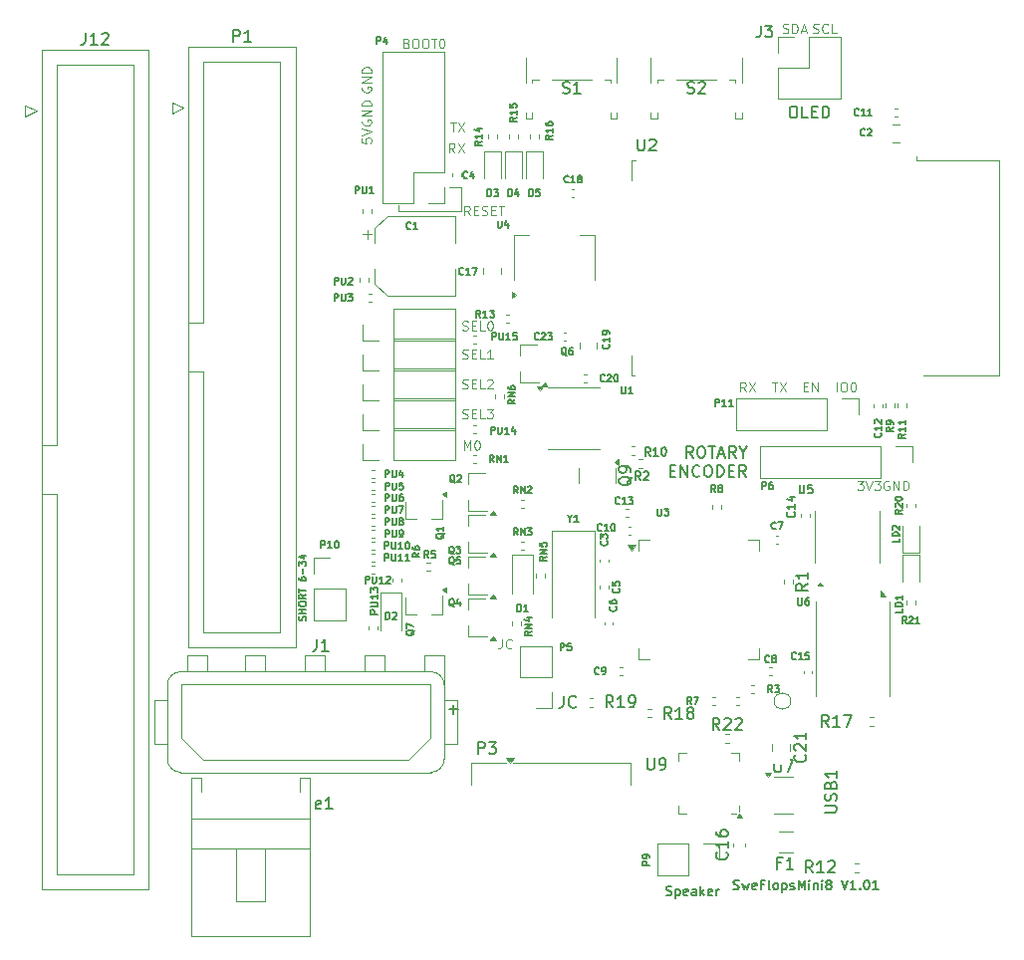
<source format=gbr>
%TF.GenerationSoftware,KiCad,Pcbnew,9.0.4-1.fc42*%
%TF.CreationDate,2025-09-30T23:52:09+02:00*%
%TF.ProjectId,SweFlopsMini8,53776546-6c6f-4707-934d-696e69382e6b,1.01*%
%TF.SameCoordinates,PX5243920PY1cca9b0*%
%TF.FileFunction,Legend,Top*%
%TF.FilePolarity,Positive*%
%FSLAX46Y46*%
G04 Gerber Fmt 4.6, Leading zero omitted, Abs format (unit mm)*
G04 Created by KiCad (PCBNEW 9.0.4-1.fc42) date 2025-09-30 23:52:09*
%MOMM*%
%LPD*%
G01*
G04 APERTURE LIST*
%ADD10C,0.120000*%
%ADD11C,0.150000*%
%ADD12C,0.200000*%
%ADD13C,0.137500*%
G04 APERTURE END LIST*
D10*
X19277000Y-41438000D02*
X24611000Y-41438000D01*
X19277000Y-40930000D02*
X19277000Y-41438000D01*
X24611000Y-41438000D02*
X24611000Y-39406000D01*
X24611000Y-39406000D02*
X23595000Y-39406000D01*
X16211950Y-30871523D02*
X16173855Y-30947713D01*
X16173855Y-30947713D02*
X16173855Y-31061999D01*
X16173855Y-31061999D02*
X16211950Y-31176285D01*
X16211950Y-31176285D02*
X16288140Y-31252475D01*
X16288140Y-31252475D02*
X16364331Y-31290570D01*
X16364331Y-31290570D02*
X16516712Y-31328666D01*
X16516712Y-31328666D02*
X16630998Y-31328666D01*
X16630998Y-31328666D02*
X16783379Y-31290570D01*
X16783379Y-31290570D02*
X16859569Y-31252475D01*
X16859569Y-31252475D02*
X16935760Y-31176285D01*
X16935760Y-31176285D02*
X16973855Y-31061999D01*
X16973855Y-31061999D02*
X16973855Y-30985808D01*
X16973855Y-30985808D02*
X16935760Y-30871523D01*
X16935760Y-30871523D02*
X16897664Y-30833427D01*
X16897664Y-30833427D02*
X16630998Y-30833427D01*
X16630998Y-30833427D02*
X16630998Y-30985808D01*
X16973855Y-30490570D02*
X16173855Y-30490570D01*
X16173855Y-30490570D02*
X16973855Y-30033427D01*
X16973855Y-30033427D02*
X16173855Y-30033427D01*
X16973855Y-29652475D02*
X16173855Y-29652475D01*
X16173855Y-29652475D02*
X16173855Y-29461999D01*
X16173855Y-29461999D02*
X16211950Y-29347713D01*
X16211950Y-29347713D02*
X16288140Y-29271523D01*
X16288140Y-29271523D02*
X16364331Y-29233428D01*
X16364331Y-29233428D02*
X16516712Y-29195332D01*
X16516712Y-29195332D02*
X16630998Y-29195332D01*
X16630998Y-29195332D02*
X16783379Y-29233428D01*
X16783379Y-29233428D02*
X16859569Y-29271523D01*
X16859569Y-29271523D02*
X16935760Y-29347713D01*
X16935760Y-29347713D02*
X16973855Y-29461999D01*
X16973855Y-29461999D02*
X16973855Y-29652475D01*
X16211950Y-33719523D02*
X16173855Y-33795713D01*
X16173855Y-33795713D02*
X16173855Y-33909999D01*
X16173855Y-33909999D02*
X16211950Y-34024285D01*
X16211950Y-34024285D02*
X16288140Y-34100475D01*
X16288140Y-34100475D02*
X16364331Y-34138570D01*
X16364331Y-34138570D02*
X16516712Y-34176666D01*
X16516712Y-34176666D02*
X16630998Y-34176666D01*
X16630998Y-34176666D02*
X16783379Y-34138570D01*
X16783379Y-34138570D02*
X16859569Y-34100475D01*
X16859569Y-34100475D02*
X16935760Y-34024285D01*
X16935760Y-34024285D02*
X16973855Y-33909999D01*
X16973855Y-33909999D02*
X16973855Y-33833808D01*
X16973855Y-33833808D02*
X16935760Y-33719523D01*
X16935760Y-33719523D02*
X16897664Y-33681427D01*
X16897664Y-33681427D02*
X16630998Y-33681427D01*
X16630998Y-33681427D02*
X16630998Y-33833808D01*
X16973855Y-33338570D02*
X16173855Y-33338570D01*
X16173855Y-33338570D02*
X16973855Y-32881427D01*
X16973855Y-32881427D02*
X16173855Y-32881427D01*
X16973855Y-32500475D02*
X16173855Y-32500475D01*
X16173855Y-32500475D02*
X16173855Y-32309999D01*
X16173855Y-32309999D02*
X16211950Y-32195713D01*
X16211950Y-32195713D02*
X16288140Y-32119523D01*
X16288140Y-32119523D02*
X16364331Y-32081428D01*
X16364331Y-32081428D02*
X16516712Y-32043332D01*
X16516712Y-32043332D02*
X16630998Y-32043332D01*
X16630998Y-32043332D02*
X16783379Y-32081428D01*
X16783379Y-32081428D02*
X16859569Y-32119523D01*
X16859569Y-32119523D02*
X16935760Y-32195713D01*
X16935760Y-32195713D02*
X16973855Y-32309999D01*
X16973855Y-32309999D02*
X16973855Y-32500475D01*
X16173855Y-35240380D02*
X16173855Y-35621332D01*
X16173855Y-35621332D02*
X16554807Y-35659428D01*
X16554807Y-35659428D02*
X16516712Y-35621332D01*
X16516712Y-35621332D02*
X16478617Y-35545142D01*
X16478617Y-35545142D02*
X16478617Y-35354666D01*
X16478617Y-35354666D02*
X16516712Y-35278475D01*
X16516712Y-35278475D02*
X16554807Y-35240380D01*
X16554807Y-35240380D02*
X16630998Y-35202285D01*
X16630998Y-35202285D02*
X16821474Y-35202285D01*
X16821474Y-35202285D02*
X16897664Y-35240380D01*
X16897664Y-35240380D02*
X16935760Y-35278475D01*
X16935760Y-35278475D02*
X16973855Y-35354666D01*
X16973855Y-35354666D02*
X16973855Y-35545142D01*
X16973855Y-35545142D02*
X16935760Y-35621332D01*
X16935760Y-35621332D02*
X16897664Y-35659428D01*
X16173855Y-34973713D02*
X16973855Y-34707046D01*
X16973855Y-34707046D02*
X16173855Y-34440380D01*
X28059085Y-77831855D02*
X28059085Y-78403283D01*
X28059085Y-78403283D02*
X28020990Y-78517569D01*
X28020990Y-78517569D02*
X27944799Y-78593760D01*
X27944799Y-78593760D02*
X27830514Y-78631855D01*
X27830514Y-78631855D02*
X27754323Y-78631855D01*
X28897181Y-78555664D02*
X28859085Y-78593760D01*
X28859085Y-78593760D02*
X28744800Y-78631855D01*
X28744800Y-78631855D02*
X28668609Y-78631855D01*
X28668609Y-78631855D02*
X28554323Y-78593760D01*
X28554323Y-78593760D02*
X28478133Y-78517569D01*
X28478133Y-78517569D02*
X28440038Y-78441379D01*
X28440038Y-78441379D02*
X28401942Y-78288998D01*
X28401942Y-78288998D02*
X28401942Y-78174712D01*
X28401942Y-78174712D02*
X28440038Y-78022331D01*
X28440038Y-78022331D02*
X28478133Y-77946140D01*
X28478133Y-77946140D02*
X28554323Y-77869950D01*
X28554323Y-77869950D02*
X28668609Y-77831855D01*
X28668609Y-77831855D02*
X28744800Y-77831855D01*
X28744800Y-77831855D02*
X28859085Y-77869950D01*
X28859085Y-77869950D02*
X28897181Y-77908045D01*
X24852381Y-61740855D02*
X24852381Y-60940855D01*
X24852381Y-60940855D02*
X25119047Y-61512283D01*
X25119047Y-61512283D02*
X25385714Y-60940855D01*
X25385714Y-60940855D02*
X25385714Y-61740855D01*
X25919048Y-60940855D02*
X25995238Y-60940855D01*
X25995238Y-60940855D02*
X26071429Y-60978950D01*
X26071429Y-60978950D02*
X26109524Y-61017045D01*
X26109524Y-61017045D02*
X26147619Y-61093236D01*
X26147619Y-61093236D02*
X26185714Y-61245617D01*
X26185714Y-61245617D02*
X26185714Y-61436093D01*
X26185714Y-61436093D02*
X26147619Y-61588474D01*
X26147619Y-61588474D02*
X26109524Y-61664664D01*
X26109524Y-61664664D02*
X26071429Y-61702760D01*
X26071429Y-61702760D02*
X25995238Y-61740855D01*
X25995238Y-61740855D02*
X25919048Y-61740855D01*
X25919048Y-61740855D02*
X25842857Y-61702760D01*
X25842857Y-61702760D02*
X25804762Y-61664664D01*
X25804762Y-61664664D02*
X25766667Y-61588474D01*
X25766667Y-61588474D02*
X25728571Y-61436093D01*
X25728571Y-61436093D02*
X25728571Y-61245617D01*
X25728571Y-61245617D02*
X25766667Y-61093236D01*
X25766667Y-61093236D02*
X25804762Y-61017045D01*
X25804762Y-61017045D02*
X25842857Y-60978950D01*
X25842857Y-60978950D02*
X25919048Y-60940855D01*
X60958476Y-64407950D02*
X60882286Y-64369855D01*
X60882286Y-64369855D02*
X60768000Y-64369855D01*
X60768000Y-64369855D02*
X60653714Y-64407950D01*
X60653714Y-64407950D02*
X60577524Y-64484140D01*
X60577524Y-64484140D02*
X60539429Y-64560331D01*
X60539429Y-64560331D02*
X60501333Y-64712712D01*
X60501333Y-64712712D02*
X60501333Y-64826998D01*
X60501333Y-64826998D02*
X60539429Y-64979379D01*
X60539429Y-64979379D02*
X60577524Y-65055569D01*
X60577524Y-65055569D02*
X60653714Y-65131760D01*
X60653714Y-65131760D02*
X60768000Y-65169855D01*
X60768000Y-65169855D02*
X60844191Y-65169855D01*
X60844191Y-65169855D02*
X60958476Y-65131760D01*
X60958476Y-65131760D02*
X60996572Y-65093664D01*
X60996572Y-65093664D02*
X60996572Y-64826998D01*
X60996572Y-64826998D02*
X60844191Y-64826998D01*
X61339429Y-65169855D02*
X61339429Y-64369855D01*
X61339429Y-64369855D02*
X61796572Y-65169855D01*
X61796572Y-65169855D02*
X61796572Y-64369855D01*
X62177524Y-65169855D02*
X62177524Y-64369855D01*
X62177524Y-64369855D02*
X62368000Y-64369855D01*
X62368000Y-64369855D02*
X62482286Y-64407950D01*
X62482286Y-64407950D02*
X62558476Y-64484140D01*
X62558476Y-64484140D02*
X62596571Y-64560331D01*
X62596571Y-64560331D02*
X62634667Y-64712712D01*
X62634667Y-64712712D02*
X62634667Y-64826998D01*
X62634667Y-64826998D02*
X62596571Y-64979379D01*
X62596571Y-64979379D02*
X62558476Y-65055569D01*
X62558476Y-65055569D02*
X62482286Y-65131760D01*
X62482286Y-65131760D02*
X62368000Y-65169855D01*
X62368000Y-65169855D02*
X62177524Y-65169855D01*
X58291523Y-64369855D02*
X58786761Y-64369855D01*
X58786761Y-64369855D02*
X58520095Y-64674617D01*
X58520095Y-64674617D02*
X58634380Y-64674617D01*
X58634380Y-64674617D02*
X58710571Y-64712712D01*
X58710571Y-64712712D02*
X58748666Y-64750807D01*
X58748666Y-64750807D02*
X58786761Y-64826998D01*
X58786761Y-64826998D02*
X58786761Y-65017474D01*
X58786761Y-65017474D02*
X58748666Y-65093664D01*
X58748666Y-65093664D02*
X58710571Y-65131760D01*
X58710571Y-65131760D02*
X58634380Y-65169855D01*
X58634380Y-65169855D02*
X58405809Y-65169855D01*
X58405809Y-65169855D02*
X58329618Y-65131760D01*
X58329618Y-65131760D02*
X58291523Y-65093664D01*
X59015333Y-64369855D02*
X59282000Y-65169855D01*
X59282000Y-65169855D02*
X59548666Y-64369855D01*
X59739142Y-64369855D02*
X60234380Y-64369855D01*
X60234380Y-64369855D02*
X59967714Y-64674617D01*
X59967714Y-64674617D02*
X60081999Y-64674617D01*
X60081999Y-64674617D02*
X60158190Y-64712712D01*
X60158190Y-64712712D02*
X60196285Y-64750807D01*
X60196285Y-64750807D02*
X60234380Y-64826998D01*
X60234380Y-64826998D02*
X60234380Y-65017474D01*
X60234380Y-65017474D02*
X60196285Y-65093664D01*
X60196285Y-65093664D02*
X60158190Y-65131760D01*
X60158190Y-65131760D02*
X60081999Y-65169855D01*
X60081999Y-65169855D02*
X59853428Y-65169855D01*
X59853428Y-65169855D02*
X59777237Y-65131760D01*
X59777237Y-65131760D02*
X59739142Y-65093664D01*
X54519618Y-26269760D02*
X54633904Y-26307855D01*
X54633904Y-26307855D02*
X54824380Y-26307855D01*
X54824380Y-26307855D02*
X54900571Y-26269760D01*
X54900571Y-26269760D02*
X54938666Y-26231664D01*
X54938666Y-26231664D02*
X54976761Y-26155474D01*
X54976761Y-26155474D02*
X54976761Y-26079283D01*
X54976761Y-26079283D02*
X54938666Y-26003093D01*
X54938666Y-26003093D02*
X54900571Y-25964998D01*
X54900571Y-25964998D02*
X54824380Y-25926902D01*
X54824380Y-25926902D02*
X54671999Y-25888807D01*
X54671999Y-25888807D02*
X54595809Y-25850712D01*
X54595809Y-25850712D02*
X54557714Y-25812617D01*
X54557714Y-25812617D02*
X54519618Y-25736426D01*
X54519618Y-25736426D02*
X54519618Y-25660236D01*
X54519618Y-25660236D02*
X54557714Y-25584045D01*
X54557714Y-25584045D02*
X54595809Y-25545950D01*
X54595809Y-25545950D02*
X54671999Y-25507855D01*
X54671999Y-25507855D02*
X54862476Y-25507855D01*
X54862476Y-25507855D02*
X54976761Y-25545950D01*
X55776762Y-26231664D02*
X55738666Y-26269760D01*
X55738666Y-26269760D02*
X55624381Y-26307855D01*
X55624381Y-26307855D02*
X55548190Y-26307855D01*
X55548190Y-26307855D02*
X55433904Y-26269760D01*
X55433904Y-26269760D02*
X55357714Y-26193569D01*
X55357714Y-26193569D02*
X55319619Y-26117379D01*
X55319619Y-26117379D02*
X55281523Y-25964998D01*
X55281523Y-25964998D02*
X55281523Y-25850712D01*
X55281523Y-25850712D02*
X55319619Y-25698331D01*
X55319619Y-25698331D02*
X55357714Y-25622140D01*
X55357714Y-25622140D02*
X55433904Y-25545950D01*
X55433904Y-25545950D02*
X55548190Y-25507855D01*
X55548190Y-25507855D02*
X55624381Y-25507855D01*
X55624381Y-25507855D02*
X55738666Y-25545950D01*
X55738666Y-25545950D02*
X55776762Y-25584045D01*
X56500571Y-26307855D02*
X56119619Y-26307855D01*
X56119619Y-26307855D02*
X56119619Y-25507855D01*
X51960571Y-26269760D02*
X52074857Y-26307855D01*
X52074857Y-26307855D02*
X52265333Y-26307855D01*
X52265333Y-26307855D02*
X52341524Y-26269760D01*
X52341524Y-26269760D02*
X52379619Y-26231664D01*
X52379619Y-26231664D02*
X52417714Y-26155474D01*
X52417714Y-26155474D02*
X52417714Y-26079283D01*
X52417714Y-26079283D02*
X52379619Y-26003093D01*
X52379619Y-26003093D02*
X52341524Y-25964998D01*
X52341524Y-25964998D02*
X52265333Y-25926902D01*
X52265333Y-25926902D02*
X52112952Y-25888807D01*
X52112952Y-25888807D02*
X52036762Y-25850712D01*
X52036762Y-25850712D02*
X51998667Y-25812617D01*
X51998667Y-25812617D02*
X51960571Y-25736426D01*
X51960571Y-25736426D02*
X51960571Y-25660236D01*
X51960571Y-25660236D02*
X51998667Y-25584045D01*
X51998667Y-25584045D02*
X52036762Y-25545950D01*
X52036762Y-25545950D02*
X52112952Y-25507855D01*
X52112952Y-25507855D02*
X52303429Y-25507855D01*
X52303429Y-25507855D02*
X52417714Y-25545950D01*
X52760572Y-26307855D02*
X52760572Y-25507855D01*
X52760572Y-25507855D02*
X52951048Y-25507855D01*
X52951048Y-25507855D02*
X53065334Y-25545950D01*
X53065334Y-25545950D02*
X53141524Y-25622140D01*
X53141524Y-25622140D02*
X53179619Y-25698331D01*
X53179619Y-25698331D02*
X53217715Y-25850712D01*
X53217715Y-25850712D02*
X53217715Y-25964998D01*
X53217715Y-25964998D02*
X53179619Y-26117379D01*
X53179619Y-26117379D02*
X53141524Y-26193569D01*
X53141524Y-26193569D02*
X53065334Y-26269760D01*
X53065334Y-26269760D02*
X52951048Y-26307855D01*
X52951048Y-26307855D02*
X52760572Y-26307855D01*
X53522476Y-26079283D02*
X53903429Y-26079283D01*
X53446286Y-26307855D02*
X53712953Y-25507855D01*
X53712953Y-25507855D02*
X53979619Y-26307855D01*
D11*
X52749619Y-32510819D02*
X52940095Y-32510819D01*
X52940095Y-32510819D02*
X53035333Y-32558438D01*
X53035333Y-32558438D02*
X53130571Y-32653676D01*
X53130571Y-32653676D02*
X53178190Y-32844152D01*
X53178190Y-32844152D02*
X53178190Y-33177485D01*
X53178190Y-33177485D02*
X53130571Y-33367961D01*
X53130571Y-33367961D02*
X53035333Y-33463200D01*
X53035333Y-33463200D02*
X52940095Y-33510819D01*
X52940095Y-33510819D02*
X52749619Y-33510819D01*
X52749619Y-33510819D02*
X52654381Y-33463200D01*
X52654381Y-33463200D02*
X52559143Y-33367961D01*
X52559143Y-33367961D02*
X52511524Y-33177485D01*
X52511524Y-33177485D02*
X52511524Y-32844152D01*
X52511524Y-32844152D02*
X52559143Y-32653676D01*
X52559143Y-32653676D02*
X52654381Y-32558438D01*
X52654381Y-32558438D02*
X52749619Y-32510819D01*
X54082952Y-33510819D02*
X53606762Y-33510819D01*
X53606762Y-33510819D02*
X53606762Y-32510819D01*
X54416286Y-32987009D02*
X54749619Y-32987009D01*
X54892476Y-33510819D02*
X54416286Y-33510819D01*
X54416286Y-33510819D02*
X54416286Y-32510819D01*
X54416286Y-32510819D02*
X54892476Y-32510819D01*
X55321048Y-33510819D02*
X55321048Y-32510819D01*
X55321048Y-32510819D02*
X55559143Y-32510819D01*
X55559143Y-32510819D02*
X55702000Y-32558438D01*
X55702000Y-32558438D02*
X55797238Y-32653676D01*
X55797238Y-32653676D02*
X55844857Y-32748914D01*
X55844857Y-32748914D02*
X55892476Y-32939390D01*
X55892476Y-32939390D02*
X55892476Y-33082247D01*
X55892476Y-33082247D02*
X55844857Y-33272723D01*
X55844857Y-33272723D02*
X55797238Y-33367961D01*
X55797238Y-33367961D02*
X55702000Y-33463200D01*
X55702000Y-33463200D02*
X55559143Y-33510819D01*
X55559143Y-33510819D02*
X55321048Y-33510819D01*
X23595048Y-83777466D02*
X24356953Y-83777466D01*
X23976000Y-84158419D02*
X23976000Y-83396514D01*
D10*
X24712761Y-56495760D02*
X24827047Y-56533855D01*
X24827047Y-56533855D02*
X25017523Y-56533855D01*
X25017523Y-56533855D02*
X25093714Y-56495760D01*
X25093714Y-56495760D02*
X25131809Y-56457664D01*
X25131809Y-56457664D02*
X25169904Y-56381474D01*
X25169904Y-56381474D02*
X25169904Y-56305283D01*
X25169904Y-56305283D02*
X25131809Y-56229093D01*
X25131809Y-56229093D02*
X25093714Y-56190998D01*
X25093714Y-56190998D02*
X25017523Y-56152902D01*
X25017523Y-56152902D02*
X24865142Y-56114807D01*
X24865142Y-56114807D02*
X24788952Y-56076712D01*
X24788952Y-56076712D02*
X24750857Y-56038617D01*
X24750857Y-56038617D02*
X24712761Y-55962426D01*
X24712761Y-55962426D02*
X24712761Y-55886236D01*
X24712761Y-55886236D02*
X24750857Y-55810045D01*
X24750857Y-55810045D02*
X24788952Y-55771950D01*
X24788952Y-55771950D02*
X24865142Y-55733855D01*
X24865142Y-55733855D02*
X25055619Y-55733855D01*
X25055619Y-55733855D02*
X25169904Y-55771950D01*
X25512762Y-56114807D02*
X25779428Y-56114807D01*
X25893714Y-56533855D02*
X25512762Y-56533855D01*
X25512762Y-56533855D02*
X25512762Y-55733855D01*
X25512762Y-55733855D02*
X25893714Y-55733855D01*
X26617524Y-56533855D02*
X26236572Y-56533855D01*
X26236572Y-56533855D02*
X26236572Y-55733855D01*
X26846095Y-55810045D02*
X26884191Y-55771950D01*
X26884191Y-55771950D02*
X26960381Y-55733855D01*
X26960381Y-55733855D02*
X27150857Y-55733855D01*
X27150857Y-55733855D02*
X27227048Y-55771950D01*
X27227048Y-55771950D02*
X27265143Y-55810045D01*
X27265143Y-55810045D02*
X27303238Y-55886236D01*
X27303238Y-55886236D02*
X27303238Y-55962426D01*
X27303238Y-55962426D02*
X27265143Y-56076712D01*
X27265143Y-56076712D02*
X26808000Y-56533855D01*
X26808000Y-56533855D02*
X27303238Y-56533855D01*
X24712761Y-53955760D02*
X24827047Y-53993855D01*
X24827047Y-53993855D02*
X25017523Y-53993855D01*
X25017523Y-53993855D02*
X25093714Y-53955760D01*
X25093714Y-53955760D02*
X25131809Y-53917664D01*
X25131809Y-53917664D02*
X25169904Y-53841474D01*
X25169904Y-53841474D02*
X25169904Y-53765283D01*
X25169904Y-53765283D02*
X25131809Y-53689093D01*
X25131809Y-53689093D02*
X25093714Y-53650998D01*
X25093714Y-53650998D02*
X25017523Y-53612902D01*
X25017523Y-53612902D02*
X24865142Y-53574807D01*
X24865142Y-53574807D02*
X24788952Y-53536712D01*
X24788952Y-53536712D02*
X24750857Y-53498617D01*
X24750857Y-53498617D02*
X24712761Y-53422426D01*
X24712761Y-53422426D02*
X24712761Y-53346236D01*
X24712761Y-53346236D02*
X24750857Y-53270045D01*
X24750857Y-53270045D02*
X24788952Y-53231950D01*
X24788952Y-53231950D02*
X24865142Y-53193855D01*
X24865142Y-53193855D02*
X25055619Y-53193855D01*
X25055619Y-53193855D02*
X25169904Y-53231950D01*
X25512762Y-53574807D02*
X25779428Y-53574807D01*
X25893714Y-53993855D02*
X25512762Y-53993855D01*
X25512762Y-53993855D02*
X25512762Y-53193855D01*
X25512762Y-53193855D02*
X25893714Y-53193855D01*
X26617524Y-53993855D02*
X26236572Y-53993855D01*
X26236572Y-53993855D02*
X26236572Y-53193855D01*
X27303238Y-53993855D02*
X26846095Y-53993855D01*
X27074667Y-53993855D02*
X27074667Y-53193855D01*
X27074667Y-53193855D02*
X26998476Y-53308140D01*
X26998476Y-53308140D02*
X26922286Y-53384331D01*
X26922286Y-53384331D02*
X26846095Y-53422426D01*
X24712761Y-51542760D02*
X24827047Y-51580855D01*
X24827047Y-51580855D02*
X25017523Y-51580855D01*
X25017523Y-51580855D02*
X25093714Y-51542760D01*
X25093714Y-51542760D02*
X25131809Y-51504664D01*
X25131809Y-51504664D02*
X25169904Y-51428474D01*
X25169904Y-51428474D02*
X25169904Y-51352283D01*
X25169904Y-51352283D02*
X25131809Y-51276093D01*
X25131809Y-51276093D02*
X25093714Y-51237998D01*
X25093714Y-51237998D02*
X25017523Y-51199902D01*
X25017523Y-51199902D02*
X24865142Y-51161807D01*
X24865142Y-51161807D02*
X24788952Y-51123712D01*
X24788952Y-51123712D02*
X24750857Y-51085617D01*
X24750857Y-51085617D02*
X24712761Y-51009426D01*
X24712761Y-51009426D02*
X24712761Y-50933236D01*
X24712761Y-50933236D02*
X24750857Y-50857045D01*
X24750857Y-50857045D02*
X24788952Y-50818950D01*
X24788952Y-50818950D02*
X24865142Y-50780855D01*
X24865142Y-50780855D02*
X25055619Y-50780855D01*
X25055619Y-50780855D02*
X25169904Y-50818950D01*
X25512762Y-51161807D02*
X25779428Y-51161807D01*
X25893714Y-51580855D02*
X25512762Y-51580855D01*
X25512762Y-51580855D02*
X25512762Y-50780855D01*
X25512762Y-50780855D02*
X25893714Y-50780855D01*
X26617524Y-51580855D02*
X26236572Y-51580855D01*
X26236572Y-51580855D02*
X26236572Y-50780855D01*
X27036572Y-50780855D02*
X27112762Y-50780855D01*
X27112762Y-50780855D02*
X27188953Y-50818950D01*
X27188953Y-50818950D02*
X27227048Y-50857045D01*
X27227048Y-50857045D02*
X27265143Y-50933236D01*
X27265143Y-50933236D02*
X27303238Y-51085617D01*
X27303238Y-51085617D02*
X27303238Y-51276093D01*
X27303238Y-51276093D02*
X27265143Y-51428474D01*
X27265143Y-51428474D02*
X27227048Y-51504664D01*
X27227048Y-51504664D02*
X27188953Y-51542760D01*
X27188953Y-51542760D02*
X27112762Y-51580855D01*
X27112762Y-51580855D02*
X27036572Y-51580855D01*
X27036572Y-51580855D02*
X26960381Y-51542760D01*
X26960381Y-51542760D02*
X26922286Y-51504664D01*
X26922286Y-51504664D02*
X26884191Y-51428474D01*
X26884191Y-51428474D02*
X26846095Y-51276093D01*
X26846095Y-51276093D02*
X26846095Y-51085617D01*
X26846095Y-51085617D02*
X26884191Y-50933236D01*
X26884191Y-50933236D02*
X26922286Y-50857045D01*
X26922286Y-50857045D02*
X26960381Y-50818950D01*
X26960381Y-50818950D02*
X27036572Y-50780855D01*
X24056667Y-36443855D02*
X23790000Y-36062902D01*
X23599524Y-36443855D02*
X23599524Y-35643855D01*
X23599524Y-35643855D02*
X23904286Y-35643855D01*
X23904286Y-35643855D02*
X23980476Y-35681950D01*
X23980476Y-35681950D02*
X24018571Y-35720045D01*
X24018571Y-35720045D02*
X24056667Y-35796236D01*
X24056667Y-35796236D02*
X24056667Y-35910521D01*
X24056667Y-35910521D02*
X24018571Y-35986712D01*
X24018571Y-35986712D02*
X23980476Y-36024807D01*
X23980476Y-36024807D02*
X23904286Y-36062902D01*
X23904286Y-36062902D02*
X23599524Y-36062902D01*
X24323333Y-35643855D02*
X24856667Y-36443855D01*
X24856667Y-35643855D02*
X24323333Y-36443855D01*
D12*
X42039958Y-99584600D02*
X42154244Y-99622695D01*
X42154244Y-99622695D02*
X42344720Y-99622695D01*
X42344720Y-99622695D02*
X42420911Y-99584600D01*
X42420911Y-99584600D02*
X42459006Y-99546504D01*
X42459006Y-99546504D02*
X42497101Y-99470314D01*
X42497101Y-99470314D02*
X42497101Y-99394123D01*
X42497101Y-99394123D02*
X42459006Y-99317933D01*
X42459006Y-99317933D02*
X42420911Y-99279838D01*
X42420911Y-99279838D02*
X42344720Y-99241742D01*
X42344720Y-99241742D02*
X42192339Y-99203647D01*
X42192339Y-99203647D02*
X42116149Y-99165552D01*
X42116149Y-99165552D02*
X42078054Y-99127457D01*
X42078054Y-99127457D02*
X42039958Y-99051266D01*
X42039958Y-99051266D02*
X42039958Y-98975076D01*
X42039958Y-98975076D02*
X42078054Y-98898885D01*
X42078054Y-98898885D02*
X42116149Y-98860790D01*
X42116149Y-98860790D02*
X42192339Y-98822695D01*
X42192339Y-98822695D02*
X42382816Y-98822695D01*
X42382816Y-98822695D02*
X42497101Y-98860790D01*
X42839959Y-99089361D02*
X42839959Y-99889361D01*
X42839959Y-99127457D02*
X42916149Y-99089361D01*
X42916149Y-99089361D02*
X43068530Y-99089361D01*
X43068530Y-99089361D02*
X43144721Y-99127457D01*
X43144721Y-99127457D02*
X43182816Y-99165552D01*
X43182816Y-99165552D02*
X43220911Y-99241742D01*
X43220911Y-99241742D02*
X43220911Y-99470314D01*
X43220911Y-99470314D02*
X43182816Y-99546504D01*
X43182816Y-99546504D02*
X43144721Y-99584600D01*
X43144721Y-99584600D02*
X43068530Y-99622695D01*
X43068530Y-99622695D02*
X42916149Y-99622695D01*
X42916149Y-99622695D02*
X42839959Y-99584600D01*
X43868531Y-99584600D02*
X43792340Y-99622695D01*
X43792340Y-99622695D02*
X43639959Y-99622695D01*
X43639959Y-99622695D02*
X43563769Y-99584600D01*
X43563769Y-99584600D02*
X43525673Y-99508409D01*
X43525673Y-99508409D02*
X43525673Y-99203647D01*
X43525673Y-99203647D02*
X43563769Y-99127457D01*
X43563769Y-99127457D02*
X43639959Y-99089361D01*
X43639959Y-99089361D02*
X43792340Y-99089361D01*
X43792340Y-99089361D02*
X43868531Y-99127457D01*
X43868531Y-99127457D02*
X43906626Y-99203647D01*
X43906626Y-99203647D02*
X43906626Y-99279838D01*
X43906626Y-99279838D02*
X43525673Y-99356028D01*
X44592340Y-99622695D02*
X44592340Y-99203647D01*
X44592340Y-99203647D02*
X44554245Y-99127457D01*
X44554245Y-99127457D02*
X44478054Y-99089361D01*
X44478054Y-99089361D02*
X44325673Y-99089361D01*
X44325673Y-99089361D02*
X44249483Y-99127457D01*
X44592340Y-99584600D02*
X44516149Y-99622695D01*
X44516149Y-99622695D02*
X44325673Y-99622695D01*
X44325673Y-99622695D02*
X44249483Y-99584600D01*
X44249483Y-99584600D02*
X44211387Y-99508409D01*
X44211387Y-99508409D02*
X44211387Y-99432219D01*
X44211387Y-99432219D02*
X44249483Y-99356028D01*
X44249483Y-99356028D02*
X44325673Y-99317933D01*
X44325673Y-99317933D02*
X44516149Y-99317933D01*
X44516149Y-99317933D02*
X44592340Y-99279838D01*
X44973293Y-99622695D02*
X44973293Y-98822695D01*
X45049483Y-99317933D02*
X45278055Y-99622695D01*
X45278055Y-99089361D02*
X44973293Y-99394123D01*
X45925674Y-99584600D02*
X45849483Y-99622695D01*
X45849483Y-99622695D02*
X45697102Y-99622695D01*
X45697102Y-99622695D02*
X45620912Y-99584600D01*
X45620912Y-99584600D02*
X45582816Y-99508409D01*
X45582816Y-99508409D02*
X45582816Y-99203647D01*
X45582816Y-99203647D02*
X45620912Y-99127457D01*
X45620912Y-99127457D02*
X45697102Y-99089361D01*
X45697102Y-99089361D02*
X45849483Y-99089361D01*
X45849483Y-99089361D02*
X45925674Y-99127457D01*
X45925674Y-99127457D02*
X45963769Y-99203647D01*
X45963769Y-99203647D02*
X45963769Y-99279838D01*
X45963769Y-99279838D02*
X45582816Y-99356028D01*
X46306626Y-99622695D02*
X46306626Y-99089361D01*
X46306626Y-99241742D02*
X46344721Y-99165552D01*
X46344721Y-99165552D02*
X46382816Y-99127457D01*
X46382816Y-99127457D02*
X46459007Y-99089361D01*
X46459007Y-99089361D02*
X46535197Y-99089361D01*
D10*
X24712761Y-59035760D02*
X24827047Y-59073855D01*
X24827047Y-59073855D02*
X25017523Y-59073855D01*
X25017523Y-59073855D02*
X25093714Y-59035760D01*
X25093714Y-59035760D02*
X25131809Y-58997664D01*
X25131809Y-58997664D02*
X25169904Y-58921474D01*
X25169904Y-58921474D02*
X25169904Y-58845283D01*
X25169904Y-58845283D02*
X25131809Y-58769093D01*
X25131809Y-58769093D02*
X25093714Y-58730998D01*
X25093714Y-58730998D02*
X25017523Y-58692902D01*
X25017523Y-58692902D02*
X24865142Y-58654807D01*
X24865142Y-58654807D02*
X24788952Y-58616712D01*
X24788952Y-58616712D02*
X24750857Y-58578617D01*
X24750857Y-58578617D02*
X24712761Y-58502426D01*
X24712761Y-58502426D02*
X24712761Y-58426236D01*
X24712761Y-58426236D02*
X24750857Y-58350045D01*
X24750857Y-58350045D02*
X24788952Y-58311950D01*
X24788952Y-58311950D02*
X24865142Y-58273855D01*
X24865142Y-58273855D02*
X25055619Y-58273855D01*
X25055619Y-58273855D02*
X25169904Y-58311950D01*
X25512762Y-58654807D02*
X25779428Y-58654807D01*
X25893714Y-59073855D02*
X25512762Y-59073855D01*
X25512762Y-59073855D02*
X25512762Y-58273855D01*
X25512762Y-58273855D02*
X25893714Y-58273855D01*
X26617524Y-59073855D02*
X26236572Y-59073855D01*
X26236572Y-59073855D02*
X26236572Y-58273855D01*
X26808000Y-58273855D02*
X27303238Y-58273855D01*
X27303238Y-58273855D02*
X27036572Y-58578617D01*
X27036572Y-58578617D02*
X27150857Y-58578617D01*
X27150857Y-58578617D02*
X27227048Y-58616712D01*
X27227048Y-58616712D02*
X27265143Y-58654807D01*
X27265143Y-58654807D02*
X27303238Y-58730998D01*
X27303238Y-58730998D02*
X27303238Y-58921474D01*
X27303238Y-58921474D02*
X27265143Y-58997664D01*
X27265143Y-58997664D02*
X27227048Y-59035760D01*
X27227048Y-59035760D02*
X27150857Y-59073855D01*
X27150857Y-59073855D02*
X26922286Y-59073855D01*
X26922286Y-59073855D02*
X26846095Y-59035760D01*
X26846095Y-59035760D02*
X26808000Y-58997664D01*
X19969333Y-27158807D02*
X20083619Y-27196902D01*
X20083619Y-27196902D02*
X20121714Y-27234998D01*
X20121714Y-27234998D02*
X20159810Y-27311188D01*
X20159810Y-27311188D02*
X20159810Y-27425474D01*
X20159810Y-27425474D02*
X20121714Y-27501664D01*
X20121714Y-27501664D02*
X20083619Y-27539760D01*
X20083619Y-27539760D02*
X20007429Y-27577855D01*
X20007429Y-27577855D02*
X19702667Y-27577855D01*
X19702667Y-27577855D02*
X19702667Y-26777855D01*
X19702667Y-26777855D02*
X19969333Y-26777855D01*
X19969333Y-26777855D02*
X20045524Y-26815950D01*
X20045524Y-26815950D02*
X20083619Y-26854045D01*
X20083619Y-26854045D02*
X20121714Y-26930236D01*
X20121714Y-26930236D02*
X20121714Y-27006426D01*
X20121714Y-27006426D02*
X20083619Y-27082617D01*
X20083619Y-27082617D02*
X20045524Y-27120712D01*
X20045524Y-27120712D02*
X19969333Y-27158807D01*
X19969333Y-27158807D02*
X19702667Y-27158807D01*
X20655048Y-26777855D02*
X20807429Y-26777855D01*
X20807429Y-26777855D02*
X20883619Y-26815950D01*
X20883619Y-26815950D02*
X20959810Y-26892140D01*
X20959810Y-26892140D02*
X20997905Y-27044521D01*
X20997905Y-27044521D02*
X20997905Y-27311188D01*
X20997905Y-27311188D02*
X20959810Y-27463569D01*
X20959810Y-27463569D02*
X20883619Y-27539760D01*
X20883619Y-27539760D02*
X20807429Y-27577855D01*
X20807429Y-27577855D02*
X20655048Y-27577855D01*
X20655048Y-27577855D02*
X20578857Y-27539760D01*
X20578857Y-27539760D02*
X20502667Y-27463569D01*
X20502667Y-27463569D02*
X20464571Y-27311188D01*
X20464571Y-27311188D02*
X20464571Y-27044521D01*
X20464571Y-27044521D02*
X20502667Y-26892140D01*
X20502667Y-26892140D02*
X20578857Y-26815950D01*
X20578857Y-26815950D02*
X20655048Y-26777855D01*
X21493143Y-26777855D02*
X21645524Y-26777855D01*
X21645524Y-26777855D02*
X21721714Y-26815950D01*
X21721714Y-26815950D02*
X21797905Y-26892140D01*
X21797905Y-26892140D02*
X21836000Y-27044521D01*
X21836000Y-27044521D02*
X21836000Y-27311188D01*
X21836000Y-27311188D02*
X21797905Y-27463569D01*
X21797905Y-27463569D02*
X21721714Y-27539760D01*
X21721714Y-27539760D02*
X21645524Y-27577855D01*
X21645524Y-27577855D02*
X21493143Y-27577855D01*
X21493143Y-27577855D02*
X21416952Y-27539760D01*
X21416952Y-27539760D02*
X21340762Y-27463569D01*
X21340762Y-27463569D02*
X21302666Y-27311188D01*
X21302666Y-27311188D02*
X21302666Y-27044521D01*
X21302666Y-27044521D02*
X21340762Y-26892140D01*
X21340762Y-26892140D02*
X21416952Y-26815950D01*
X21416952Y-26815950D02*
X21493143Y-26777855D01*
X22064571Y-26777855D02*
X22521714Y-26777855D01*
X22293142Y-27577855D02*
X22293142Y-26777855D01*
X22940762Y-26777855D02*
X23016952Y-26777855D01*
X23016952Y-26777855D02*
X23093143Y-26815950D01*
X23093143Y-26815950D02*
X23131238Y-26854045D01*
X23131238Y-26854045D02*
X23169333Y-26930236D01*
X23169333Y-26930236D02*
X23207428Y-27082617D01*
X23207428Y-27082617D02*
X23207428Y-27273093D01*
X23207428Y-27273093D02*
X23169333Y-27425474D01*
X23169333Y-27425474D02*
X23131238Y-27501664D01*
X23131238Y-27501664D02*
X23093143Y-27539760D01*
X23093143Y-27539760D02*
X23016952Y-27577855D01*
X23016952Y-27577855D02*
X22940762Y-27577855D01*
X22940762Y-27577855D02*
X22864571Y-27539760D01*
X22864571Y-27539760D02*
X22826476Y-27501664D01*
X22826476Y-27501664D02*
X22788381Y-27425474D01*
X22788381Y-27425474D02*
X22750285Y-27273093D01*
X22750285Y-27273093D02*
X22750285Y-27082617D01*
X22750285Y-27082617D02*
X22788381Y-26930236D01*
X22788381Y-26930236D02*
X22826476Y-26854045D01*
X22826476Y-26854045D02*
X22864571Y-26815950D01*
X22864571Y-26815950D02*
X22940762Y-26777855D01*
D11*
X44309029Y-62423847D02*
X43975696Y-61947656D01*
X43737601Y-62423847D02*
X43737601Y-61423847D01*
X43737601Y-61423847D02*
X44118553Y-61423847D01*
X44118553Y-61423847D02*
X44213791Y-61471466D01*
X44213791Y-61471466D02*
X44261410Y-61519085D01*
X44261410Y-61519085D02*
X44309029Y-61614323D01*
X44309029Y-61614323D02*
X44309029Y-61757180D01*
X44309029Y-61757180D02*
X44261410Y-61852418D01*
X44261410Y-61852418D02*
X44213791Y-61900037D01*
X44213791Y-61900037D02*
X44118553Y-61947656D01*
X44118553Y-61947656D02*
X43737601Y-61947656D01*
X44928077Y-61423847D02*
X45118553Y-61423847D01*
X45118553Y-61423847D02*
X45213791Y-61471466D01*
X45213791Y-61471466D02*
X45309029Y-61566704D01*
X45309029Y-61566704D02*
X45356648Y-61757180D01*
X45356648Y-61757180D02*
X45356648Y-62090513D01*
X45356648Y-62090513D02*
X45309029Y-62280989D01*
X45309029Y-62280989D02*
X45213791Y-62376228D01*
X45213791Y-62376228D02*
X45118553Y-62423847D01*
X45118553Y-62423847D02*
X44928077Y-62423847D01*
X44928077Y-62423847D02*
X44832839Y-62376228D01*
X44832839Y-62376228D02*
X44737601Y-62280989D01*
X44737601Y-62280989D02*
X44689982Y-62090513D01*
X44689982Y-62090513D02*
X44689982Y-61757180D01*
X44689982Y-61757180D02*
X44737601Y-61566704D01*
X44737601Y-61566704D02*
X44832839Y-61471466D01*
X44832839Y-61471466D02*
X44928077Y-61423847D01*
X45642363Y-61423847D02*
X46213791Y-61423847D01*
X45928077Y-62423847D02*
X45928077Y-61423847D01*
X46499506Y-62138132D02*
X46975696Y-62138132D01*
X46404268Y-62423847D02*
X46737601Y-61423847D01*
X46737601Y-61423847D02*
X47070934Y-62423847D01*
X47975696Y-62423847D02*
X47642363Y-61947656D01*
X47404268Y-62423847D02*
X47404268Y-61423847D01*
X47404268Y-61423847D02*
X47785220Y-61423847D01*
X47785220Y-61423847D02*
X47880458Y-61471466D01*
X47880458Y-61471466D02*
X47928077Y-61519085D01*
X47928077Y-61519085D02*
X47975696Y-61614323D01*
X47975696Y-61614323D02*
X47975696Y-61757180D01*
X47975696Y-61757180D02*
X47928077Y-61852418D01*
X47928077Y-61852418D02*
X47880458Y-61900037D01*
X47880458Y-61900037D02*
X47785220Y-61947656D01*
X47785220Y-61947656D02*
X47404268Y-61947656D01*
X48594744Y-61947656D02*
X48594744Y-62423847D01*
X48261411Y-61423847D02*
X48594744Y-61947656D01*
X48594744Y-61947656D02*
X48928077Y-61423847D01*
X42356649Y-63509981D02*
X42689982Y-63509981D01*
X42832839Y-64033791D02*
X42356649Y-64033791D01*
X42356649Y-64033791D02*
X42356649Y-63033791D01*
X42356649Y-63033791D02*
X42832839Y-63033791D01*
X43261411Y-64033791D02*
X43261411Y-63033791D01*
X43261411Y-63033791D02*
X43832839Y-64033791D01*
X43832839Y-64033791D02*
X43832839Y-63033791D01*
X44880458Y-63938552D02*
X44832839Y-63986172D01*
X44832839Y-63986172D02*
X44689982Y-64033791D01*
X44689982Y-64033791D02*
X44594744Y-64033791D01*
X44594744Y-64033791D02*
X44451887Y-63986172D01*
X44451887Y-63986172D02*
X44356649Y-63890933D01*
X44356649Y-63890933D02*
X44309030Y-63795695D01*
X44309030Y-63795695D02*
X44261411Y-63605219D01*
X44261411Y-63605219D02*
X44261411Y-63462362D01*
X44261411Y-63462362D02*
X44309030Y-63271886D01*
X44309030Y-63271886D02*
X44356649Y-63176648D01*
X44356649Y-63176648D02*
X44451887Y-63081410D01*
X44451887Y-63081410D02*
X44594744Y-63033791D01*
X44594744Y-63033791D02*
X44689982Y-63033791D01*
X44689982Y-63033791D02*
X44832839Y-63081410D01*
X44832839Y-63081410D02*
X44880458Y-63129029D01*
X45499506Y-63033791D02*
X45689982Y-63033791D01*
X45689982Y-63033791D02*
X45785220Y-63081410D01*
X45785220Y-63081410D02*
X45880458Y-63176648D01*
X45880458Y-63176648D02*
X45928077Y-63367124D01*
X45928077Y-63367124D02*
X45928077Y-63700457D01*
X45928077Y-63700457D02*
X45880458Y-63890933D01*
X45880458Y-63890933D02*
X45785220Y-63986172D01*
X45785220Y-63986172D02*
X45689982Y-64033791D01*
X45689982Y-64033791D02*
X45499506Y-64033791D01*
X45499506Y-64033791D02*
X45404268Y-63986172D01*
X45404268Y-63986172D02*
X45309030Y-63890933D01*
X45309030Y-63890933D02*
X45261411Y-63700457D01*
X45261411Y-63700457D02*
X45261411Y-63367124D01*
X45261411Y-63367124D02*
X45309030Y-63176648D01*
X45309030Y-63176648D02*
X45404268Y-63081410D01*
X45404268Y-63081410D02*
X45499506Y-63033791D01*
X46356649Y-64033791D02*
X46356649Y-63033791D01*
X46356649Y-63033791D02*
X46594744Y-63033791D01*
X46594744Y-63033791D02*
X46737601Y-63081410D01*
X46737601Y-63081410D02*
X46832839Y-63176648D01*
X46832839Y-63176648D02*
X46880458Y-63271886D01*
X46880458Y-63271886D02*
X46928077Y-63462362D01*
X46928077Y-63462362D02*
X46928077Y-63605219D01*
X46928077Y-63605219D02*
X46880458Y-63795695D01*
X46880458Y-63795695D02*
X46832839Y-63890933D01*
X46832839Y-63890933D02*
X46737601Y-63986172D01*
X46737601Y-63986172D02*
X46594744Y-64033791D01*
X46594744Y-64033791D02*
X46356649Y-64033791D01*
X47356649Y-63509981D02*
X47689982Y-63509981D01*
X47832839Y-64033791D02*
X47356649Y-64033791D01*
X47356649Y-64033791D02*
X47356649Y-63033791D01*
X47356649Y-63033791D02*
X47832839Y-63033791D01*
X48832839Y-64033791D02*
X48499506Y-63557600D01*
X48261411Y-64033791D02*
X48261411Y-63033791D01*
X48261411Y-63033791D02*
X48642363Y-63033791D01*
X48642363Y-63033791D02*
X48737601Y-63081410D01*
X48737601Y-63081410D02*
X48785220Y-63129029D01*
X48785220Y-63129029D02*
X48832839Y-63224267D01*
X48832839Y-63224267D02*
X48832839Y-63367124D01*
X48832839Y-63367124D02*
X48785220Y-63462362D01*
X48785220Y-63462362D02*
X48737601Y-63509981D01*
X48737601Y-63509981D02*
X48642363Y-63557600D01*
X48642363Y-63557600D02*
X48261411Y-63557600D01*
X33321657Y-82650419D02*
X33321657Y-83364704D01*
X33321657Y-83364704D02*
X33274038Y-83507561D01*
X33274038Y-83507561D02*
X33178800Y-83602800D01*
X33178800Y-83602800D02*
X33035943Y-83650419D01*
X33035943Y-83650419D02*
X32940705Y-83650419D01*
X34369276Y-83555180D02*
X34321657Y-83602800D01*
X34321657Y-83602800D02*
X34178800Y-83650419D01*
X34178800Y-83650419D02*
X34083562Y-83650419D01*
X34083562Y-83650419D02*
X33940705Y-83602800D01*
X33940705Y-83602800D02*
X33845467Y-83507561D01*
X33845467Y-83507561D02*
X33797848Y-83412323D01*
X33797848Y-83412323D02*
X33750229Y-83221847D01*
X33750229Y-83221847D02*
X33750229Y-83078990D01*
X33750229Y-83078990D02*
X33797848Y-82888514D01*
X33797848Y-82888514D02*
X33845467Y-82793276D01*
X33845467Y-82793276D02*
X33940705Y-82698038D01*
X33940705Y-82698038D02*
X34083562Y-82650419D01*
X34083562Y-82650419D02*
X34178800Y-82650419D01*
X34178800Y-82650419D02*
X34321657Y-82698038D01*
X34321657Y-82698038D02*
X34369276Y-82745657D01*
D10*
X25354095Y-41801855D02*
X25087428Y-41420902D01*
X24896952Y-41801855D02*
X24896952Y-41001855D01*
X24896952Y-41001855D02*
X25201714Y-41001855D01*
X25201714Y-41001855D02*
X25277904Y-41039950D01*
X25277904Y-41039950D02*
X25315999Y-41078045D01*
X25315999Y-41078045D02*
X25354095Y-41154236D01*
X25354095Y-41154236D02*
X25354095Y-41268521D01*
X25354095Y-41268521D02*
X25315999Y-41344712D01*
X25315999Y-41344712D02*
X25277904Y-41382807D01*
X25277904Y-41382807D02*
X25201714Y-41420902D01*
X25201714Y-41420902D02*
X24896952Y-41420902D01*
X25696952Y-41382807D02*
X25963618Y-41382807D01*
X26077904Y-41801855D02*
X25696952Y-41801855D01*
X25696952Y-41801855D02*
X25696952Y-41001855D01*
X25696952Y-41001855D02*
X26077904Y-41001855D01*
X26382666Y-41763760D02*
X26496952Y-41801855D01*
X26496952Y-41801855D02*
X26687428Y-41801855D01*
X26687428Y-41801855D02*
X26763619Y-41763760D01*
X26763619Y-41763760D02*
X26801714Y-41725664D01*
X26801714Y-41725664D02*
X26839809Y-41649474D01*
X26839809Y-41649474D02*
X26839809Y-41573283D01*
X26839809Y-41573283D02*
X26801714Y-41497093D01*
X26801714Y-41497093D02*
X26763619Y-41458998D01*
X26763619Y-41458998D02*
X26687428Y-41420902D01*
X26687428Y-41420902D02*
X26535047Y-41382807D01*
X26535047Y-41382807D02*
X26458857Y-41344712D01*
X26458857Y-41344712D02*
X26420762Y-41306617D01*
X26420762Y-41306617D02*
X26382666Y-41230426D01*
X26382666Y-41230426D02*
X26382666Y-41154236D01*
X26382666Y-41154236D02*
X26420762Y-41078045D01*
X26420762Y-41078045D02*
X26458857Y-41039950D01*
X26458857Y-41039950D02*
X26535047Y-41001855D01*
X26535047Y-41001855D02*
X26725524Y-41001855D01*
X26725524Y-41001855D02*
X26839809Y-41039950D01*
X27182667Y-41382807D02*
X27449333Y-41382807D01*
X27563619Y-41801855D02*
X27182667Y-41801855D01*
X27182667Y-41801855D02*
X27182667Y-41001855D01*
X27182667Y-41001855D02*
X27563619Y-41001855D01*
X27792191Y-41001855D02*
X28249334Y-41001855D01*
X28020762Y-41801855D02*
X28020762Y-41001855D01*
X48817752Y-56787855D02*
X48551085Y-56406902D01*
X48360609Y-56787855D02*
X48360609Y-55987855D01*
X48360609Y-55987855D02*
X48665371Y-55987855D01*
X48665371Y-55987855D02*
X48741561Y-56025950D01*
X48741561Y-56025950D02*
X48779656Y-56064045D01*
X48779656Y-56064045D02*
X48817752Y-56140236D01*
X48817752Y-56140236D02*
X48817752Y-56254521D01*
X48817752Y-56254521D02*
X48779656Y-56330712D01*
X48779656Y-56330712D02*
X48741561Y-56368807D01*
X48741561Y-56368807D02*
X48665371Y-56406902D01*
X48665371Y-56406902D02*
X48360609Y-56406902D01*
X49084418Y-55987855D02*
X49617752Y-56787855D01*
X49617752Y-55987855D02*
X49084418Y-56787855D01*
X51027276Y-55987855D02*
X51484419Y-55987855D01*
X51255847Y-56787855D02*
X51255847Y-55987855D01*
X51674895Y-55987855D02*
X52208229Y-56787855D01*
X52208229Y-55987855D02*
X51674895Y-56787855D01*
X53732039Y-56368807D02*
X53998705Y-56368807D01*
X54112991Y-56787855D02*
X53732039Y-56787855D01*
X53732039Y-56787855D02*
X53732039Y-55987855D01*
X53732039Y-55987855D02*
X54112991Y-55987855D01*
X54455849Y-56787855D02*
X54455849Y-55987855D01*
X54455849Y-55987855D02*
X54912992Y-56787855D01*
X54912992Y-56787855D02*
X54912992Y-55987855D01*
X56512992Y-56787855D02*
X56512992Y-55987855D01*
X57046325Y-55987855D02*
X57198706Y-55987855D01*
X57198706Y-55987855D02*
X57274896Y-56025950D01*
X57274896Y-56025950D02*
X57351087Y-56102140D01*
X57351087Y-56102140D02*
X57389182Y-56254521D01*
X57389182Y-56254521D02*
X57389182Y-56521188D01*
X57389182Y-56521188D02*
X57351087Y-56673569D01*
X57351087Y-56673569D02*
X57274896Y-56749760D01*
X57274896Y-56749760D02*
X57198706Y-56787855D01*
X57198706Y-56787855D02*
X57046325Y-56787855D01*
X57046325Y-56787855D02*
X56970134Y-56749760D01*
X56970134Y-56749760D02*
X56893944Y-56673569D01*
X56893944Y-56673569D02*
X56855848Y-56521188D01*
X56855848Y-56521188D02*
X56855848Y-56254521D01*
X56855848Y-56254521D02*
X56893944Y-56102140D01*
X56893944Y-56102140D02*
X56970134Y-56025950D01*
X56970134Y-56025950D02*
X57046325Y-55987855D01*
X57884420Y-55987855D02*
X57960610Y-55987855D01*
X57960610Y-55987855D02*
X58036801Y-56025950D01*
X58036801Y-56025950D02*
X58074896Y-56064045D01*
X58074896Y-56064045D02*
X58112991Y-56140236D01*
X58112991Y-56140236D02*
X58151086Y-56292617D01*
X58151086Y-56292617D02*
X58151086Y-56483093D01*
X58151086Y-56483093D02*
X58112991Y-56635474D01*
X58112991Y-56635474D02*
X58074896Y-56711664D01*
X58074896Y-56711664D02*
X58036801Y-56749760D01*
X58036801Y-56749760D02*
X57960610Y-56787855D01*
X57960610Y-56787855D02*
X57884420Y-56787855D01*
X57884420Y-56787855D02*
X57808229Y-56749760D01*
X57808229Y-56749760D02*
X57770134Y-56711664D01*
X57770134Y-56711664D02*
X57732039Y-56635474D01*
X57732039Y-56635474D02*
X57693943Y-56483093D01*
X57693943Y-56483093D02*
X57693943Y-56292617D01*
X57693943Y-56292617D02*
X57732039Y-56140236D01*
X57732039Y-56140236D02*
X57770134Y-56064045D01*
X57770134Y-56064045D02*
X57808229Y-56025950D01*
X57808229Y-56025950D02*
X57884420Y-55987855D01*
D12*
X47754958Y-99076600D02*
X47869244Y-99114695D01*
X47869244Y-99114695D02*
X48059720Y-99114695D01*
X48059720Y-99114695D02*
X48135911Y-99076600D01*
X48135911Y-99076600D02*
X48174006Y-99038504D01*
X48174006Y-99038504D02*
X48212101Y-98962314D01*
X48212101Y-98962314D02*
X48212101Y-98886123D01*
X48212101Y-98886123D02*
X48174006Y-98809933D01*
X48174006Y-98809933D02*
X48135911Y-98771838D01*
X48135911Y-98771838D02*
X48059720Y-98733742D01*
X48059720Y-98733742D02*
X47907339Y-98695647D01*
X47907339Y-98695647D02*
X47831149Y-98657552D01*
X47831149Y-98657552D02*
X47793054Y-98619457D01*
X47793054Y-98619457D02*
X47754958Y-98543266D01*
X47754958Y-98543266D02*
X47754958Y-98467076D01*
X47754958Y-98467076D02*
X47793054Y-98390885D01*
X47793054Y-98390885D02*
X47831149Y-98352790D01*
X47831149Y-98352790D02*
X47907339Y-98314695D01*
X47907339Y-98314695D02*
X48097816Y-98314695D01*
X48097816Y-98314695D02*
X48212101Y-98352790D01*
X48478768Y-98581361D02*
X48631149Y-99114695D01*
X48631149Y-99114695D02*
X48783530Y-98733742D01*
X48783530Y-98733742D02*
X48935911Y-99114695D01*
X48935911Y-99114695D02*
X49088292Y-98581361D01*
X49697816Y-99076600D02*
X49621625Y-99114695D01*
X49621625Y-99114695D02*
X49469244Y-99114695D01*
X49469244Y-99114695D02*
X49393054Y-99076600D01*
X49393054Y-99076600D02*
X49354958Y-99000409D01*
X49354958Y-99000409D02*
X49354958Y-98695647D01*
X49354958Y-98695647D02*
X49393054Y-98619457D01*
X49393054Y-98619457D02*
X49469244Y-98581361D01*
X49469244Y-98581361D02*
X49621625Y-98581361D01*
X49621625Y-98581361D02*
X49697816Y-98619457D01*
X49697816Y-98619457D02*
X49735911Y-98695647D01*
X49735911Y-98695647D02*
X49735911Y-98771838D01*
X49735911Y-98771838D02*
X49354958Y-98848028D01*
X50345434Y-98695647D02*
X50078768Y-98695647D01*
X50078768Y-99114695D02*
X50078768Y-98314695D01*
X50078768Y-98314695D02*
X50459720Y-98314695D01*
X50878767Y-99114695D02*
X50802577Y-99076600D01*
X50802577Y-99076600D02*
X50764482Y-99000409D01*
X50764482Y-99000409D02*
X50764482Y-98314695D01*
X51297815Y-99114695D02*
X51221625Y-99076600D01*
X51221625Y-99076600D02*
X51183530Y-99038504D01*
X51183530Y-99038504D02*
X51145434Y-98962314D01*
X51145434Y-98962314D02*
X51145434Y-98733742D01*
X51145434Y-98733742D02*
X51183530Y-98657552D01*
X51183530Y-98657552D02*
X51221625Y-98619457D01*
X51221625Y-98619457D02*
X51297815Y-98581361D01*
X51297815Y-98581361D02*
X51412101Y-98581361D01*
X51412101Y-98581361D02*
X51488292Y-98619457D01*
X51488292Y-98619457D02*
X51526387Y-98657552D01*
X51526387Y-98657552D02*
X51564482Y-98733742D01*
X51564482Y-98733742D02*
X51564482Y-98962314D01*
X51564482Y-98962314D02*
X51526387Y-99038504D01*
X51526387Y-99038504D02*
X51488292Y-99076600D01*
X51488292Y-99076600D02*
X51412101Y-99114695D01*
X51412101Y-99114695D02*
X51297815Y-99114695D01*
X51907340Y-98581361D02*
X51907340Y-99381361D01*
X51907340Y-98619457D02*
X51983530Y-98581361D01*
X51983530Y-98581361D02*
X52135911Y-98581361D01*
X52135911Y-98581361D02*
X52212102Y-98619457D01*
X52212102Y-98619457D02*
X52250197Y-98657552D01*
X52250197Y-98657552D02*
X52288292Y-98733742D01*
X52288292Y-98733742D02*
X52288292Y-98962314D01*
X52288292Y-98962314D02*
X52250197Y-99038504D01*
X52250197Y-99038504D02*
X52212102Y-99076600D01*
X52212102Y-99076600D02*
X52135911Y-99114695D01*
X52135911Y-99114695D02*
X51983530Y-99114695D01*
X51983530Y-99114695D02*
X51907340Y-99076600D01*
X52593054Y-99076600D02*
X52669245Y-99114695D01*
X52669245Y-99114695D02*
X52821626Y-99114695D01*
X52821626Y-99114695D02*
X52897816Y-99076600D01*
X52897816Y-99076600D02*
X52935912Y-99000409D01*
X52935912Y-99000409D02*
X52935912Y-98962314D01*
X52935912Y-98962314D02*
X52897816Y-98886123D01*
X52897816Y-98886123D02*
X52821626Y-98848028D01*
X52821626Y-98848028D02*
X52707340Y-98848028D01*
X52707340Y-98848028D02*
X52631150Y-98809933D01*
X52631150Y-98809933D02*
X52593054Y-98733742D01*
X52593054Y-98733742D02*
X52593054Y-98695647D01*
X52593054Y-98695647D02*
X52631150Y-98619457D01*
X52631150Y-98619457D02*
X52707340Y-98581361D01*
X52707340Y-98581361D02*
X52821626Y-98581361D01*
X52821626Y-98581361D02*
X52897816Y-98619457D01*
X53278769Y-99114695D02*
X53278769Y-98314695D01*
X53278769Y-98314695D02*
X53545435Y-98886123D01*
X53545435Y-98886123D02*
X53812102Y-98314695D01*
X53812102Y-98314695D02*
X53812102Y-99114695D01*
X54193055Y-99114695D02*
X54193055Y-98581361D01*
X54193055Y-98314695D02*
X54154959Y-98352790D01*
X54154959Y-98352790D02*
X54193055Y-98390885D01*
X54193055Y-98390885D02*
X54231150Y-98352790D01*
X54231150Y-98352790D02*
X54193055Y-98314695D01*
X54193055Y-98314695D02*
X54193055Y-98390885D01*
X54574007Y-98581361D02*
X54574007Y-99114695D01*
X54574007Y-98657552D02*
X54612102Y-98619457D01*
X54612102Y-98619457D02*
X54688292Y-98581361D01*
X54688292Y-98581361D02*
X54802578Y-98581361D01*
X54802578Y-98581361D02*
X54878769Y-98619457D01*
X54878769Y-98619457D02*
X54916864Y-98695647D01*
X54916864Y-98695647D02*
X54916864Y-99114695D01*
X55297817Y-99114695D02*
X55297817Y-98581361D01*
X55297817Y-98314695D02*
X55259721Y-98352790D01*
X55259721Y-98352790D02*
X55297817Y-98390885D01*
X55297817Y-98390885D02*
X55335912Y-98352790D01*
X55335912Y-98352790D02*
X55297817Y-98314695D01*
X55297817Y-98314695D02*
X55297817Y-98390885D01*
X55793054Y-98657552D02*
X55716864Y-98619457D01*
X55716864Y-98619457D02*
X55678769Y-98581361D01*
X55678769Y-98581361D02*
X55640673Y-98505171D01*
X55640673Y-98505171D02*
X55640673Y-98467076D01*
X55640673Y-98467076D02*
X55678769Y-98390885D01*
X55678769Y-98390885D02*
X55716864Y-98352790D01*
X55716864Y-98352790D02*
X55793054Y-98314695D01*
X55793054Y-98314695D02*
X55945435Y-98314695D01*
X55945435Y-98314695D02*
X56021626Y-98352790D01*
X56021626Y-98352790D02*
X56059721Y-98390885D01*
X56059721Y-98390885D02*
X56097816Y-98467076D01*
X56097816Y-98467076D02*
X56097816Y-98505171D01*
X56097816Y-98505171D02*
X56059721Y-98581361D01*
X56059721Y-98581361D02*
X56021626Y-98619457D01*
X56021626Y-98619457D02*
X55945435Y-98657552D01*
X55945435Y-98657552D02*
X55793054Y-98657552D01*
X55793054Y-98657552D02*
X55716864Y-98695647D01*
X55716864Y-98695647D02*
X55678769Y-98733742D01*
X55678769Y-98733742D02*
X55640673Y-98809933D01*
X55640673Y-98809933D02*
X55640673Y-98962314D01*
X55640673Y-98962314D02*
X55678769Y-99038504D01*
X55678769Y-99038504D02*
X55716864Y-99076600D01*
X55716864Y-99076600D02*
X55793054Y-99114695D01*
X55793054Y-99114695D02*
X55945435Y-99114695D01*
X55945435Y-99114695D02*
X56021626Y-99076600D01*
X56021626Y-99076600D02*
X56059721Y-99038504D01*
X56059721Y-99038504D02*
X56097816Y-98962314D01*
X56097816Y-98962314D02*
X56097816Y-98809933D01*
X56097816Y-98809933D02*
X56059721Y-98733742D01*
X56059721Y-98733742D02*
X56021626Y-98695647D01*
X56021626Y-98695647D02*
X55945435Y-98657552D01*
X56935912Y-98314695D02*
X57202579Y-99114695D01*
X57202579Y-99114695D02*
X57469245Y-98314695D01*
X58154959Y-99114695D02*
X57697816Y-99114695D01*
X57926388Y-99114695D02*
X57926388Y-98314695D01*
X57926388Y-98314695D02*
X57850197Y-98428980D01*
X57850197Y-98428980D02*
X57774007Y-98505171D01*
X57774007Y-98505171D02*
X57697816Y-98543266D01*
X58497817Y-99038504D02*
X58535912Y-99076600D01*
X58535912Y-99076600D02*
X58497817Y-99114695D01*
X58497817Y-99114695D02*
X58459721Y-99076600D01*
X58459721Y-99076600D02*
X58497817Y-99038504D01*
X58497817Y-99038504D02*
X58497817Y-99114695D01*
X59031150Y-98314695D02*
X59107340Y-98314695D01*
X59107340Y-98314695D02*
X59183531Y-98352790D01*
X59183531Y-98352790D02*
X59221626Y-98390885D01*
X59221626Y-98390885D02*
X59259721Y-98467076D01*
X59259721Y-98467076D02*
X59297816Y-98619457D01*
X59297816Y-98619457D02*
X59297816Y-98809933D01*
X59297816Y-98809933D02*
X59259721Y-98962314D01*
X59259721Y-98962314D02*
X59221626Y-99038504D01*
X59221626Y-99038504D02*
X59183531Y-99076600D01*
X59183531Y-99076600D02*
X59107340Y-99114695D01*
X59107340Y-99114695D02*
X59031150Y-99114695D01*
X59031150Y-99114695D02*
X58954959Y-99076600D01*
X58954959Y-99076600D02*
X58916864Y-99038504D01*
X58916864Y-99038504D02*
X58878769Y-98962314D01*
X58878769Y-98962314D02*
X58840673Y-98809933D01*
X58840673Y-98809933D02*
X58840673Y-98619457D01*
X58840673Y-98619457D02*
X58878769Y-98467076D01*
X58878769Y-98467076D02*
X58916864Y-98390885D01*
X58916864Y-98390885D02*
X58954959Y-98352790D01*
X58954959Y-98352790D02*
X59031150Y-98314695D01*
X60059721Y-99114695D02*
X59602578Y-99114695D01*
X59831150Y-99114695D02*
X59831150Y-98314695D01*
X59831150Y-98314695D02*
X59754959Y-98428980D01*
X59754959Y-98428980D02*
X59678769Y-98505171D01*
X59678769Y-98505171D02*
X59602578Y-98543266D01*
D10*
X23715904Y-33889855D02*
X24173047Y-33889855D01*
X23944475Y-34689855D02*
X23944475Y-33889855D01*
X24363523Y-33889855D02*
X24896857Y-34689855D01*
X24896857Y-33889855D02*
X24363523Y-34689855D01*
D11*
X36990228Y-69477999D02*
X37018800Y-69506571D01*
X37018800Y-69506571D02*
X37047371Y-69592285D01*
X37047371Y-69592285D02*
X37047371Y-69649428D01*
X37047371Y-69649428D02*
X37018800Y-69735142D01*
X37018800Y-69735142D02*
X36961657Y-69792285D01*
X36961657Y-69792285D02*
X36904514Y-69820856D01*
X36904514Y-69820856D02*
X36790228Y-69849428D01*
X36790228Y-69849428D02*
X36704514Y-69849428D01*
X36704514Y-69849428D02*
X36590228Y-69820856D01*
X36590228Y-69820856D02*
X36533085Y-69792285D01*
X36533085Y-69792285D02*
X36475942Y-69735142D01*
X36475942Y-69735142D02*
X36447371Y-69649428D01*
X36447371Y-69649428D02*
X36447371Y-69592285D01*
X36447371Y-69592285D02*
X36475942Y-69506571D01*
X36475942Y-69506571D02*
X36504514Y-69477999D01*
X36447371Y-69277999D02*
X36447371Y-68906571D01*
X36447371Y-68906571D02*
X36675942Y-69106571D01*
X36675942Y-69106571D02*
X36675942Y-69020856D01*
X36675942Y-69020856D02*
X36704514Y-68963714D01*
X36704514Y-68963714D02*
X36733085Y-68935142D01*
X36733085Y-68935142D02*
X36790228Y-68906571D01*
X36790228Y-68906571D02*
X36933085Y-68906571D01*
X36933085Y-68906571D02*
X36990228Y-68935142D01*
X36990228Y-68935142D02*
X37018800Y-68963714D01*
X37018800Y-68963714D02*
X37047371Y-69020856D01*
X37047371Y-69020856D02*
X37047371Y-69192285D01*
X37047371Y-69192285D02*
X37018800Y-69249428D01*
X37018800Y-69249428D02*
X36990228Y-69277999D01*
X25146000Y-38602628D02*
X25117428Y-38631200D01*
X25117428Y-38631200D02*
X25031714Y-38659771D01*
X25031714Y-38659771D02*
X24974571Y-38659771D01*
X24974571Y-38659771D02*
X24888857Y-38631200D01*
X24888857Y-38631200D02*
X24831714Y-38574057D01*
X24831714Y-38574057D02*
X24803143Y-38516914D01*
X24803143Y-38516914D02*
X24774571Y-38402628D01*
X24774571Y-38402628D02*
X24774571Y-38316914D01*
X24774571Y-38316914D02*
X24803143Y-38202628D01*
X24803143Y-38202628D02*
X24831714Y-38145485D01*
X24831714Y-38145485D02*
X24888857Y-38088342D01*
X24888857Y-38088342D02*
X24974571Y-38059771D01*
X24974571Y-38059771D02*
X25031714Y-38059771D01*
X25031714Y-38059771D02*
X25117428Y-38088342D01*
X25117428Y-38088342D02*
X25146000Y-38116914D01*
X25660286Y-38259771D02*
X25660286Y-38659771D01*
X25517428Y-38031200D02*
X25374571Y-38459771D01*
X25374571Y-38459771D02*
X25746000Y-38459771D01*
X38006228Y-73513999D02*
X38034800Y-73542571D01*
X38034800Y-73542571D02*
X38063371Y-73628285D01*
X38063371Y-73628285D02*
X38063371Y-73685428D01*
X38063371Y-73685428D02*
X38034800Y-73771142D01*
X38034800Y-73771142D02*
X37977657Y-73828285D01*
X37977657Y-73828285D02*
X37920514Y-73856856D01*
X37920514Y-73856856D02*
X37806228Y-73885428D01*
X37806228Y-73885428D02*
X37720514Y-73885428D01*
X37720514Y-73885428D02*
X37606228Y-73856856D01*
X37606228Y-73856856D02*
X37549085Y-73828285D01*
X37549085Y-73828285D02*
X37491942Y-73771142D01*
X37491942Y-73771142D02*
X37463371Y-73685428D01*
X37463371Y-73685428D02*
X37463371Y-73628285D01*
X37463371Y-73628285D02*
X37491942Y-73542571D01*
X37491942Y-73542571D02*
X37520514Y-73513999D01*
X37463371Y-72971142D02*
X37463371Y-73256856D01*
X37463371Y-73256856D02*
X37749085Y-73285428D01*
X37749085Y-73285428D02*
X37720514Y-73256856D01*
X37720514Y-73256856D02*
X37691942Y-73199714D01*
X37691942Y-73199714D02*
X37691942Y-73056856D01*
X37691942Y-73056856D02*
X37720514Y-72999714D01*
X37720514Y-72999714D02*
X37749085Y-72971142D01*
X37749085Y-72971142D02*
X37806228Y-72942571D01*
X37806228Y-72942571D02*
X37949085Y-72942571D01*
X37949085Y-72942571D02*
X38006228Y-72971142D01*
X38006228Y-72971142D02*
X38034800Y-72999714D01*
X38034800Y-72999714D02*
X38063371Y-73056856D01*
X38063371Y-73056856D02*
X38063371Y-73199714D01*
X38063371Y-73199714D02*
X38034800Y-73256856D01*
X38034800Y-73256856D02*
X38006228Y-73285428D01*
X37752228Y-75065999D02*
X37780800Y-75094571D01*
X37780800Y-75094571D02*
X37809371Y-75180285D01*
X37809371Y-75180285D02*
X37809371Y-75237428D01*
X37809371Y-75237428D02*
X37780800Y-75323142D01*
X37780800Y-75323142D02*
X37723657Y-75380285D01*
X37723657Y-75380285D02*
X37666514Y-75408856D01*
X37666514Y-75408856D02*
X37552228Y-75437428D01*
X37552228Y-75437428D02*
X37466514Y-75437428D01*
X37466514Y-75437428D02*
X37352228Y-75408856D01*
X37352228Y-75408856D02*
X37295085Y-75380285D01*
X37295085Y-75380285D02*
X37237942Y-75323142D01*
X37237942Y-75323142D02*
X37209371Y-75237428D01*
X37209371Y-75237428D02*
X37209371Y-75180285D01*
X37209371Y-75180285D02*
X37237942Y-75094571D01*
X37237942Y-75094571D02*
X37266514Y-75065999D01*
X37209371Y-74551714D02*
X37209371Y-74665999D01*
X37209371Y-74665999D02*
X37237942Y-74723142D01*
X37237942Y-74723142D02*
X37266514Y-74751714D01*
X37266514Y-74751714D02*
X37352228Y-74808856D01*
X37352228Y-74808856D02*
X37466514Y-74837428D01*
X37466514Y-74837428D02*
X37695085Y-74837428D01*
X37695085Y-74837428D02*
X37752228Y-74808856D01*
X37752228Y-74808856D02*
X37780800Y-74780285D01*
X37780800Y-74780285D02*
X37809371Y-74723142D01*
X37809371Y-74723142D02*
X37809371Y-74608856D01*
X37809371Y-74608856D02*
X37780800Y-74551714D01*
X37780800Y-74551714D02*
X37752228Y-74523142D01*
X37752228Y-74523142D02*
X37695085Y-74494571D01*
X37695085Y-74494571D02*
X37552228Y-74494571D01*
X37552228Y-74494571D02*
X37495085Y-74523142D01*
X37495085Y-74523142D02*
X37466514Y-74551714D01*
X37466514Y-74551714D02*
X37437942Y-74608856D01*
X37437942Y-74608856D02*
X37437942Y-74723142D01*
X37437942Y-74723142D02*
X37466514Y-74780285D01*
X37466514Y-74780285D02*
X37495085Y-74808856D01*
X37495085Y-74808856D02*
X37552228Y-74837428D01*
X51336000Y-68430628D02*
X51307428Y-68459200D01*
X51307428Y-68459200D02*
X51221714Y-68487771D01*
X51221714Y-68487771D02*
X51164571Y-68487771D01*
X51164571Y-68487771D02*
X51078857Y-68459200D01*
X51078857Y-68459200D02*
X51021714Y-68402057D01*
X51021714Y-68402057D02*
X50993143Y-68344914D01*
X50993143Y-68344914D02*
X50964571Y-68230628D01*
X50964571Y-68230628D02*
X50964571Y-68144914D01*
X50964571Y-68144914D02*
X50993143Y-68030628D01*
X50993143Y-68030628D02*
X51021714Y-67973485D01*
X51021714Y-67973485D02*
X51078857Y-67916342D01*
X51078857Y-67916342D02*
X51164571Y-67887771D01*
X51164571Y-67887771D02*
X51221714Y-67887771D01*
X51221714Y-67887771D02*
X51307428Y-67916342D01*
X51307428Y-67916342D02*
X51336000Y-67944914D01*
X51536000Y-67887771D02*
X51936000Y-67887771D01*
X51936000Y-67887771D02*
X51678857Y-68487771D01*
X36322000Y-80766628D02*
X36293428Y-80795200D01*
X36293428Y-80795200D02*
X36207714Y-80823771D01*
X36207714Y-80823771D02*
X36150571Y-80823771D01*
X36150571Y-80823771D02*
X36064857Y-80795200D01*
X36064857Y-80795200D02*
X36007714Y-80738057D01*
X36007714Y-80738057D02*
X35979143Y-80680914D01*
X35979143Y-80680914D02*
X35950571Y-80566628D01*
X35950571Y-80566628D02*
X35950571Y-80480914D01*
X35950571Y-80480914D02*
X35979143Y-80366628D01*
X35979143Y-80366628D02*
X36007714Y-80309485D01*
X36007714Y-80309485D02*
X36064857Y-80252342D01*
X36064857Y-80252342D02*
X36150571Y-80223771D01*
X36150571Y-80223771D02*
X36207714Y-80223771D01*
X36207714Y-80223771D02*
X36293428Y-80252342D01*
X36293428Y-80252342D02*
X36322000Y-80280914D01*
X36607714Y-80823771D02*
X36722000Y-80823771D01*
X36722000Y-80823771D02*
X36779143Y-80795200D01*
X36779143Y-80795200D02*
X36807714Y-80766628D01*
X36807714Y-80766628D02*
X36864857Y-80680914D01*
X36864857Y-80680914D02*
X36893428Y-80566628D01*
X36893428Y-80566628D02*
X36893428Y-80338057D01*
X36893428Y-80338057D02*
X36864857Y-80280914D01*
X36864857Y-80280914D02*
X36836286Y-80252342D01*
X36836286Y-80252342D02*
X36779143Y-80223771D01*
X36779143Y-80223771D02*
X36664857Y-80223771D01*
X36664857Y-80223771D02*
X36607714Y-80252342D01*
X36607714Y-80252342D02*
X36579143Y-80280914D01*
X36579143Y-80280914D02*
X36550571Y-80338057D01*
X36550571Y-80338057D02*
X36550571Y-80480914D01*
X36550571Y-80480914D02*
X36579143Y-80538057D01*
X36579143Y-80538057D02*
X36607714Y-80566628D01*
X36607714Y-80566628D02*
X36664857Y-80595200D01*
X36664857Y-80595200D02*
X36779143Y-80595200D01*
X36779143Y-80595200D02*
X36836286Y-80566628D01*
X36836286Y-80566628D02*
X36864857Y-80538057D01*
X36864857Y-80538057D02*
X36893428Y-80480914D01*
X36544285Y-68574628D02*
X36515713Y-68603200D01*
X36515713Y-68603200D02*
X36429999Y-68631771D01*
X36429999Y-68631771D02*
X36372856Y-68631771D01*
X36372856Y-68631771D02*
X36287142Y-68603200D01*
X36287142Y-68603200D02*
X36229999Y-68546057D01*
X36229999Y-68546057D02*
X36201428Y-68488914D01*
X36201428Y-68488914D02*
X36172856Y-68374628D01*
X36172856Y-68374628D02*
X36172856Y-68288914D01*
X36172856Y-68288914D02*
X36201428Y-68174628D01*
X36201428Y-68174628D02*
X36229999Y-68117485D01*
X36229999Y-68117485D02*
X36287142Y-68060342D01*
X36287142Y-68060342D02*
X36372856Y-68031771D01*
X36372856Y-68031771D02*
X36429999Y-68031771D01*
X36429999Y-68031771D02*
X36515713Y-68060342D01*
X36515713Y-68060342D02*
X36544285Y-68088914D01*
X37115713Y-68631771D02*
X36772856Y-68631771D01*
X36944285Y-68631771D02*
X36944285Y-68031771D01*
X36944285Y-68031771D02*
X36887142Y-68117485D01*
X36887142Y-68117485D02*
X36829999Y-68174628D01*
X36829999Y-68174628D02*
X36772856Y-68203200D01*
X37487142Y-68031771D02*
X37544285Y-68031771D01*
X37544285Y-68031771D02*
X37601428Y-68060342D01*
X37601428Y-68060342D02*
X37630000Y-68088914D01*
X37630000Y-68088914D02*
X37658571Y-68146057D01*
X37658571Y-68146057D02*
X37687142Y-68260342D01*
X37687142Y-68260342D02*
X37687142Y-68403200D01*
X37687142Y-68403200D02*
X37658571Y-68517485D01*
X37658571Y-68517485D02*
X37630000Y-68574628D01*
X37630000Y-68574628D02*
X37601428Y-68603200D01*
X37601428Y-68603200D02*
X37544285Y-68631771D01*
X37544285Y-68631771D02*
X37487142Y-68631771D01*
X37487142Y-68631771D02*
X37430000Y-68603200D01*
X37430000Y-68603200D02*
X37401428Y-68574628D01*
X37401428Y-68574628D02*
X37372857Y-68517485D01*
X37372857Y-68517485D02*
X37344285Y-68403200D01*
X37344285Y-68403200D02*
X37344285Y-68260342D01*
X37344285Y-68260342D02*
X37372857Y-68146057D01*
X37372857Y-68146057D02*
X37401428Y-68088914D01*
X37401428Y-68088914D02*
X37430000Y-68060342D01*
X37430000Y-68060342D02*
X37487142Y-68031771D01*
X24784085Y-46781428D02*
X24755513Y-46810000D01*
X24755513Y-46810000D02*
X24669799Y-46838571D01*
X24669799Y-46838571D02*
X24612656Y-46838571D01*
X24612656Y-46838571D02*
X24526942Y-46810000D01*
X24526942Y-46810000D02*
X24469799Y-46752857D01*
X24469799Y-46752857D02*
X24441228Y-46695714D01*
X24441228Y-46695714D02*
X24412656Y-46581428D01*
X24412656Y-46581428D02*
X24412656Y-46495714D01*
X24412656Y-46495714D02*
X24441228Y-46381428D01*
X24441228Y-46381428D02*
X24469799Y-46324285D01*
X24469799Y-46324285D02*
X24526942Y-46267142D01*
X24526942Y-46267142D02*
X24612656Y-46238571D01*
X24612656Y-46238571D02*
X24669799Y-46238571D01*
X24669799Y-46238571D02*
X24755513Y-46267142D01*
X24755513Y-46267142D02*
X24784085Y-46295714D01*
X25355513Y-46838571D02*
X25012656Y-46838571D01*
X25184085Y-46838571D02*
X25184085Y-46238571D01*
X25184085Y-46238571D02*
X25126942Y-46324285D01*
X25126942Y-46324285D02*
X25069799Y-46381428D01*
X25069799Y-46381428D02*
X25012656Y-46410000D01*
X25555514Y-46238571D02*
X25955514Y-46238571D01*
X25955514Y-46238571D02*
X25698371Y-46838571D01*
X33722285Y-38966628D02*
X33693713Y-38995200D01*
X33693713Y-38995200D02*
X33607999Y-39023771D01*
X33607999Y-39023771D02*
X33550856Y-39023771D01*
X33550856Y-39023771D02*
X33465142Y-38995200D01*
X33465142Y-38995200D02*
X33407999Y-38938057D01*
X33407999Y-38938057D02*
X33379428Y-38880914D01*
X33379428Y-38880914D02*
X33350856Y-38766628D01*
X33350856Y-38766628D02*
X33350856Y-38680914D01*
X33350856Y-38680914D02*
X33379428Y-38566628D01*
X33379428Y-38566628D02*
X33407999Y-38509485D01*
X33407999Y-38509485D02*
X33465142Y-38452342D01*
X33465142Y-38452342D02*
X33550856Y-38423771D01*
X33550856Y-38423771D02*
X33607999Y-38423771D01*
X33607999Y-38423771D02*
X33693713Y-38452342D01*
X33693713Y-38452342D02*
X33722285Y-38480914D01*
X34293713Y-39023771D02*
X33950856Y-39023771D01*
X34122285Y-39023771D02*
X34122285Y-38423771D01*
X34122285Y-38423771D02*
X34065142Y-38509485D01*
X34065142Y-38509485D02*
X34007999Y-38566628D01*
X34007999Y-38566628D02*
X33950856Y-38595200D01*
X34636571Y-38680914D02*
X34579428Y-38652342D01*
X34579428Y-38652342D02*
X34550857Y-38623771D01*
X34550857Y-38623771D02*
X34522285Y-38566628D01*
X34522285Y-38566628D02*
X34522285Y-38538057D01*
X34522285Y-38538057D02*
X34550857Y-38480914D01*
X34550857Y-38480914D02*
X34579428Y-38452342D01*
X34579428Y-38452342D02*
X34636571Y-38423771D01*
X34636571Y-38423771D02*
X34750857Y-38423771D01*
X34750857Y-38423771D02*
X34808000Y-38452342D01*
X34808000Y-38452342D02*
X34836571Y-38480914D01*
X34836571Y-38480914D02*
X34865142Y-38538057D01*
X34865142Y-38538057D02*
X34865142Y-38566628D01*
X34865142Y-38566628D02*
X34836571Y-38623771D01*
X34836571Y-38623771D02*
X34808000Y-38652342D01*
X34808000Y-38652342D02*
X34750857Y-38680914D01*
X34750857Y-38680914D02*
X34636571Y-38680914D01*
X34636571Y-38680914D02*
X34579428Y-38709485D01*
X34579428Y-38709485D02*
X34550857Y-38738057D01*
X34550857Y-38738057D02*
X34522285Y-38795200D01*
X34522285Y-38795200D02*
X34522285Y-38909485D01*
X34522285Y-38909485D02*
X34550857Y-38966628D01*
X34550857Y-38966628D02*
X34579428Y-38995200D01*
X34579428Y-38995200D02*
X34636571Y-39023771D01*
X34636571Y-39023771D02*
X34750857Y-39023771D01*
X34750857Y-39023771D02*
X34808000Y-38995200D01*
X34808000Y-38995200D02*
X34836571Y-38966628D01*
X34836571Y-38966628D02*
X34865142Y-38909485D01*
X34865142Y-38909485D02*
X34865142Y-38795200D01*
X34865142Y-38795200D02*
X34836571Y-38738057D01*
X34836571Y-38738057D02*
X34808000Y-38709485D01*
X34808000Y-38709485D02*
X34750857Y-38680914D01*
X37142628Y-52745714D02*
X37171200Y-52774286D01*
X37171200Y-52774286D02*
X37199771Y-52860000D01*
X37199771Y-52860000D02*
X37199771Y-52917143D01*
X37199771Y-52917143D02*
X37171200Y-53002857D01*
X37171200Y-53002857D02*
X37114057Y-53060000D01*
X37114057Y-53060000D02*
X37056914Y-53088571D01*
X37056914Y-53088571D02*
X36942628Y-53117143D01*
X36942628Y-53117143D02*
X36856914Y-53117143D01*
X36856914Y-53117143D02*
X36742628Y-53088571D01*
X36742628Y-53088571D02*
X36685485Y-53060000D01*
X36685485Y-53060000D02*
X36628342Y-53002857D01*
X36628342Y-53002857D02*
X36599771Y-52917143D01*
X36599771Y-52917143D02*
X36599771Y-52860000D01*
X36599771Y-52860000D02*
X36628342Y-52774286D01*
X36628342Y-52774286D02*
X36656914Y-52745714D01*
X37199771Y-52174286D02*
X37199771Y-52517143D01*
X37199771Y-52345714D02*
X36599771Y-52345714D01*
X36599771Y-52345714D02*
X36685485Y-52402857D01*
X36685485Y-52402857D02*
X36742628Y-52460000D01*
X36742628Y-52460000D02*
X36771200Y-52517143D01*
X37199771Y-51888571D02*
X37199771Y-51774285D01*
X37199771Y-51774285D02*
X37171200Y-51717142D01*
X37171200Y-51717142D02*
X37142628Y-51688571D01*
X37142628Y-51688571D02*
X37056914Y-51631428D01*
X37056914Y-51631428D02*
X36942628Y-51602857D01*
X36942628Y-51602857D02*
X36714057Y-51602857D01*
X36714057Y-51602857D02*
X36656914Y-51631428D01*
X36656914Y-51631428D02*
X36628342Y-51660000D01*
X36628342Y-51660000D02*
X36599771Y-51717142D01*
X36599771Y-51717142D02*
X36599771Y-51831428D01*
X36599771Y-51831428D02*
X36628342Y-51888571D01*
X36628342Y-51888571D02*
X36656914Y-51917142D01*
X36656914Y-51917142D02*
X36714057Y-51945714D01*
X36714057Y-51945714D02*
X36856914Y-51945714D01*
X36856914Y-51945714D02*
X36914057Y-51917142D01*
X36914057Y-51917142D02*
X36942628Y-51888571D01*
X36942628Y-51888571D02*
X36971200Y-51831428D01*
X36971200Y-51831428D02*
X36971200Y-51717142D01*
X36971200Y-51717142D02*
X36942628Y-51660000D01*
X36942628Y-51660000D02*
X36914057Y-51631428D01*
X36914057Y-51631428D02*
X36856914Y-51602857D01*
X36798285Y-55874628D02*
X36769713Y-55903200D01*
X36769713Y-55903200D02*
X36683999Y-55931771D01*
X36683999Y-55931771D02*
X36626856Y-55931771D01*
X36626856Y-55931771D02*
X36541142Y-55903200D01*
X36541142Y-55903200D02*
X36483999Y-55846057D01*
X36483999Y-55846057D02*
X36455428Y-55788914D01*
X36455428Y-55788914D02*
X36426856Y-55674628D01*
X36426856Y-55674628D02*
X36426856Y-55588914D01*
X36426856Y-55588914D02*
X36455428Y-55474628D01*
X36455428Y-55474628D02*
X36483999Y-55417485D01*
X36483999Y-55417485D02*
X36541142Y-55360342D01*
X36541142Y-55360342D02*
X36626856Y-55331771D01*
X36626856Y-55331771D02*
X36683999Y-55331771D01*
X36683999Y-55331771D02*
X36769713Y-55360342D01*
X36769713Y-55360342D02*
X36798285Y-55388914D01*
X37026856Y-55388914D02*
X37055428Y-55360342D01*
X37055428Y-55360342D02*
X37112571Y-55331771D01*
X37112571Y-55331771D02*
X37255428Y-55331771D01*
X37255428Y-55331771D02*
X37312571Y-55360342D01*
X37312571Y-55360342D02*
X37341142Y-55388914D01*
X37341142Y-55388914D02*
X37369713Y-55446057D01*
X37369713Y-55446057D02*
X37369713Y-55503200D01*
X37369713Y-55503200D02*
X37341142Y-55588914D01*
X37341142Y-55588914D02*
X36998285Y-55931771D01*
X36998285Y-55931771D02*
X37369713Y-55931771D01*
X37741142Y-55331771D02*
X37798285Y-55331771D01*
X37798285Y-55331771D02*
X37855428Y-55360342D01*
X37855428Y-55360342D02*
X37884000Y-55388914D01*
X37884000Y-55388914D02*
X37912571Y-55446057D01*
X37912571Y-55446057D02*
X37941142Y-55560342D01*
X37941142Y-55560342D02*
X37941142Y-55703200D01*
X37941142Y-55703200D02*
X37912571Y-55817485D01*
X37912571Y-55817485D02*
X37884000Y-55874628D01*
X37884000Y-55874628D02*
X37855428Y-55903200D01*
X37855428Y-55903200D02*
X37798285Y-55931771D01*
X37798285Y-55931771D02*
X37741142Y-55931771D01*
X37741142Y-55931771D02*
X37684000Y-55903200D01*
X37684000Y-55903200D02*
X37655428Y-55874628D01*
X37655428Y-55874628D02*
X37626857Y-55817485D01*
X37626857Y-55817485D02*
X37598285Y-55703200D01*
X37598285Y-55703200D02*
X37598285Y-55560342D01*
X37598285Y-55560342D02*
X37626857Y-55446057D01*
X37626857Y-55446057D02*
X37655428Y-55388914D01*
X37655428Y-55388914D02*
X37684000Y-55360342D01*
X37684000Y-55360342D02*
X37741142Y-55331771D01*
X31210285Y-52318628D02*
X31181713Y-52347200D01*
X31181713Y-52347200D02*
X31095999Y-52375771D01*
X31095999Y-52375771D02*
X31038856Y-52375771D01*
X31038856Y-52375771D02*
X30953142Y-52347200D01*
X30953142Y-52347200D02*
X30895999Y-52290057D01*
X30895999Y-52290057D02*
X30867428Y-52232914D01*
X30867428Y-52232914D02*
X30838856Y-52118628D01*
X30838856Y-52118628D02*
X30838856Y-52032914D01*
X30838856Y-52032914D02*
X30867428Y-51918628D01*
X30867428Y-51918628D02*
X30895999Y-51861485D01*
X30895999Y-51861485D02*
X30953142Y-51804342D01*
X30953142Y-51804342D02*
X31038856Y-51775771D01*
X31038856Y-51775771D02*
X31095999Y-51775771D01*
X31095999Y-51775771D02*
X31181713Y-51804342D01*
X31181713Y-51804342D02*
X31210285Y-51832914D01*
X31438856Y-51832914D02*
X31467428Y-51804342D01*
X31467428Y-51804342D02*
X31524571Y-51775771D01*
X31524571Y-51775771D02*
X31667428Y-51775771D01*
X31667428Y-51775771D02*
X31724571Y-51804342D01*
X31724571Y-51804342D02*
X31753142Y-51832914D01*
X31753142Y-51832914D02*
X31781713Y-51890057D01*
X31781713Y-51890057D02*
X31781713Y-51947200D01*
X31781713Y-51947200D02*
X31753142Y-52032914D01*
X31753142Y-52032914D02*
X31410285Y-52375771D01*
X31410285Y-52375771D02*
X31781713Y-52375771D01*
X31981714Y-51775771D02*
X32353142Y-51775771D01*
X32353142Y-51775771D02*
X32153142Y-52004342D01*
X32153142Y-52004342D02*
X32238857Y-52004342D01*
X32238857Y-52004342D02*
X32296000Y-52032914D01*
X32296000Y-52032914D02*
X32324571Y-52061485D01*
X32324571Y-52061485D02*
X32353142Y-52118628D01*
X32353142Y-52118628D02*
X32353142Y-52261485D01*
X32353142Y-52261485D02*
X32324571Y-52318628D01*
X32324571Y-52318628D02*
X32296000Y-52347200D01*
X32296000Y-52347200D02*
X32238857Y-52375771D01*
X32238857Y-52375771D02*
X32067428Y-52375771D01*
X32067428Y-52375771D02*
X32010285Y-52347200D01*
X32010285Y-52347200D02*
X31981714Y-52318628D01*
X5231905Y-27024819D02*
X5231905Y-26024819D01*
X5231905Y-26024819D02*
X5612857Y-26024819D01*
X5612857Y-26024819D02*
X5708095Y-26072438D01*
X5708095Y-26072438D02*
X5755714Y-26120057D01*
X5755714Y-26120057D02*
X5803333Y-26215295D01*
X5803333Y-26215295D02*
X5803333Y-26358152D01*
X5803333Y-26358152D02*
X5755714Y-26453390D01*
X5755714Y-26453390D02*
X5708095Y-26501009D01*
X5708095Y-26501009D02*
X5612857Y-26548628D01*
X5612857Y-26548628D02*
X5231905Y-26548628D01*
X6755714Y-27024819D02*
X6184286Y-27024819D01*
X6470000Y-27024819D02*
X6470000Y-26024819D01*
X6470000Y-26024819D02*
X6374762Y-26167676D01*
X6374762Y-26167676D02*
X6279524Y-26262914D01*
X6279524Y-26262914D02*
X6184286Y-26310533D01*
X15598857Y-39929771D02*
X15598857Y-39329771D01*
X15598857Y-39329771D02*
X15827428Y-39329771D01*
X15827428Y-39329771D02*
X15884571Y-39358342D01*
X15884571Y-39358342D02*
X15913142Y-39386914D01*
X15913142Y-39386914D02*
X15941714Y-39444057D01*
X15941714Y-39444057D02*
X15941714Y-39529771D01*
X15941714Y-39529771D02*
X15913142Y-39586914D01*
X15913142Y-39586914D02*
X15884571Y-39615485D01*
X15884571Y-39615485D02*
X15827428Y-39644057D01*
X15827428Y-39644057D02*
X15598857Y-39644057D01*
X16198857Y-39329771D02*
X16198857Y-39815485D01*
X16198857Y-39815485D02*
X16227428Y-39872628D01*
X16227428Y-39872628D02*
X16256000Y-39901200D01*
X16256000Y-39901200D02*
X16313142Y-39929771D01*
X16313142Y-39929771D02*
X16427428Y-39929771D01*
X16427428Y-39929771D02*
X16484571Y-39901200D01*
X16484571Y-39901200D02*
X16513142Y-39872628D01*
X16513142Y-39872628D02*
X16541714Y-39815485D01*
X16541714Y-39815485D02*
X16541714Y-39329771D01*
X17141713Y-39929771D02*
X16798856Y-39929771D01*
X16970285Y-39929771D02*
X16970285Y-39329771D01*
X16970285Y-39329771D02*
X16913142Y-39415485D01*
X16913142Y-39415485D02*
X16855999Y-39472628D01*
X16855999Y-39472628D02*
X16798856Y-39501200D01*
X13820857Y-47676771D02*
X13820857Y-47076771D01*
X13820857Y-47076771D02*
X14049428Y-47076771D01*
X14049428Y-47076771D02*
X14106571Y-47105342D01*
X14106571Y-47105342D02*
X14135142Y-47133914D01*
X14135142Y-47133914D02*
X14163714Y-47191057D01*
X14163714Y-47191057D02*
X14163714Y-47276771D01*
X14163714Y-47276771D02*
X14135142Y-47333914D01*
X14135142Y-47333914D02*
X14106571Y-47362485D01*
X14106571Y-47362485D02*
X14049428Y-47391057D01*
X14049428Y-47391057D02*
X13820857Y-47391057D01*
X14420857Y-47076771D02*
X14420857Y-47562485D01*
X14420857Y-47562485D02*
X14449428Y-47619628D01*
X14449428Y-47619628D02*
X14478000Y-47648200D01*
X14478000Y-47648200D02*
X14535142Y-47676771D01*
X14535142Y-47676771D02*
X14649428Y-47676771D01*
X14649428Y-47676771D02*
X14706571Y-47648200D01*
X14706571Y-47648200D02*
X14735142Y-47619628D01*
X14735142Y-47619628D02*
X14763714Y-47562485D01*
X14763714Y-47562485D02*
X14763714Y-47076771D01*
X15020856Y-47133914D02*
X15049428Y-47105342D01*
X15049428Y-47105342D02*
X15106571Y-47076771D01*
X15106571Y-47076771D02*
X15249428Y-47076771D01*
X15249428Y-47076771D02*
X15306571Y-47105342D01*
X15306571Y-47105342D02*
X15335142Y-47133914D01*
X15335142Y-47133914D02*
X15363713Y-47191057D01*
X15363713Y-47191057D02*
X15363713Y-47248200D01*
X15363713Y-47248200D02*
X15335142Y-47333914D01*
X15335142Y-47333914D02*
X14992285Y-47676771D01*
X14992285Y-47676771D02*
X15363713Y-47676771D01*
X13820857Y-49073771D02*
X13820857Y-48473771D01*
X13820857Y-48473771D02*
X14049428Y-48473771D01*
X14049428Y-48473771D02*
X14106571Y-48502342D01*
X14106571Y-48502342D02*
X14135142Y-48530914D01*
X14135142Y-48530914D02*
X14163714Y-48588057D01*
X14163714Y-48588057D02*
X14163714Y-48673771D01*
X14163714Y-48673771D02*
X14135142Y-48730914D01*
X14135142Y-48730914D02*
X14106571Y-48759485D01*
X14106571Y-48759485D02*
X14049428Y-48788057D01*
X14049428Y-48788057D02*
X13820857Y-48788057D01*
X14420857Y-48473771D02*
X14420857Y-48959485D01*
X14420857Y-48959485D02*
X14449428Y-49016628D01*
X14449428Y-49016628D02*
X14478000Y-49045200D01*
X14478000Y-49045200D02*
X14535142Y-49073771D01*
X14535142Y-49073771D02*
X14649428Y-49073771D01*
X14649428Y-49073771D02*
X14706571Y-49045200D01*
X14706571Y-49045200D02*
X14735142Y-49016628D01*
X14735142Y-49016628D02*
X14763714Y-48959485D01*
X14763714Y-48959485D02*
X14763714Y-48473771D01*
X14992285Y-48473771D02*
X15363713Y-48473771D01*
X15363713Y-48473771D02*
X15163713Y-48702342D01*
X15163713Y-48702342D02*
X15249428Y-48702342D01*
X15249428Y-48702342D02*
X15306571Y-48730914D01*
X15306571Y-48730914D02*
X15335142Y-48759485D01*
X15335142Y-48759485D02*
X15363713Y-48816628D01*
X15363713Y-48816628D02*
X15363713Y-48959485D01*
X15363713Y-48959485D02*
X15335142Y-49016628D01*
X15335142Y-49016628D02*
X15306571Y-49045200D01*
X15306571Y-49045200D02*
X15249428Y-49073771D01*
X15249428Y-49073771D02*
X15077999Y-49073771D01*
X15077999Y-49073771D02*
X15020856Y-49045200D01*
X15020856Y-49045200D02*
X14992285Y-49016628D01*
X18138857Y-64059771D02*
X18138857Y-63459771D01*
X18138857Y-63459771D02*
X18367428Y-63459771D01*
X18367428Y-63459771D02*
X18424571Y-63488342D01*
X18424571Y-63488342D02*
X18453142Y-63516914D01*
X18453142Y-63516914D02*
X18481714Y-63574057D01*
X18481714Y-63574057D02*
X18481714Y-63659771D01*
X18481714Y-63659771D02*
X18453142Y-63716914D01*
X18453142Y-63716914D02*
X18424571Y-63745485D01*
X18424571Y-63745485D02*
X18367428Y-63774057D01*
X18367428Y-63774057D02*
X18138857Y-63774057D01*
X18738857Y-63459771D02*
X18738857Y-63945485D01*
X18738857Y-63945485D02*
X18767428Y-64002628D01*
X18767428Y-64002628D02*
X18796000Y-64031200D01*
X18796000Y-64031200D02*
X18853142Y-64059771D01*
X18853142Y-64059771D02*
X18967428Y-64059771D01*
X18967428Y-64059771D02*
X19024571Y-64031200D01*
X19024571Y-64031200D02*
X19053142Y-64002628D01*
X19053142Y-64002628D02*
X19081714Y-63945485D01*
X19081714Y-63945485D02*
X19081714Y-63459771D01*
X19624571Y-63659771D02*
X19624571Y-64059771D01*
X19481713Y-63431200D02*
X19338856Y-63859771D01*
X19338856Y-63859771D02*
X19710285Y-63859771D01*
X18138857Y-65129771D02*
X18138857Y-64529771D01*
X18138857Y-64529771D02*
X18367428Y-64529771D01*
X18367428Y-64529771D02*
X18424571Y-64558342D01*
X18424571Y-64558342D02*
X18453142Y-64586914D01*
X18453142Y-64586914D02*
X18481714Y-64644057D01*
X18481714Y-64644057D02*
X18481714Y-64729771D01*
X18481714Y-64729771D02*
X18453142Y-64786914D01*
X18453142Y-64786914D02*
X18424571Y-64815485D01*
X18424571Y-64815485D02*
X18367428Y-64844057D01*
X18367428Y-64844057D02*
X18138857Y-64844057D01*
X18738857Y-64529771D02*
X18738857Y-65015485D01*
X18738857Y-65015485D02*
X18767428Y-65072628D01*
X18767428Y-65072628D02*
X18796000Y-65101200D01*
X18796000Y-65101200D02*
X18853142Y-65129771D01*
X18853142Y-65129771D02*
X18967428Y-65129771D01*
X18967428Y-65129771D02*
X19024571Y-65101200D01*
X19024571Y-65101200D02*
X19053142Y-65072628D01*
X19053142Y-65072628D02*
X19081714Y-65015485D01*
X19081714Y-65015485D02*
X19081714Y-64529771D01*
X19653142Y-64529771D02*
X19367428Y-64529771D01*
X19367428Y-64529771D02*
X19338856Y-64815485D01*
X19338856Y-64815485D02*
X19367428Y-64786914D01*
X19367428Y-64786914D02*
X19424571Y-64758342D01*
X19424571Y-64758342D02*
X19567428Y-64758342D01*
X19567428Y-64758342D02*
X19624571Y-64786914D01*
X19624571Y-64786914D02*
X19653142Y-64815485D01*
X19653142Y-64815485D02*
X19681713Y-64872628D01*
X19681713Y-64872628D02*
X19681713Y-65015485D01*
X19681713Y-65015485D02*
X19653142Y-65072628D01*
X19653142Y-65072628D02*
X19624571Y-65101200D01*
X19624571Y-65101200D02*
X19567428Y-65129771D01*
X19567428Y-65129771D02*
X19424571Y-65129771D01*
X19424571Y-65129771D02*
X19367428Y-65101200D01*
X19367428Y-65101200D02*
X19338856Y-65072628D01*
X18138857Y-66091771D02*
X18138857Y-65491771D01*
X18138857Y-65491771D02*
X18367428Y-65491771D01*
X18367428Y-65491771D02*
X18424571Y-65520342D01*
X18424571Y-65520342D02*
X18453142Y-65548914D01*
X18453142Y-65548914D02*
X18481714Y-65606057D01*
X18481714Y-65606057D02*
X18481714Y-65691771D01*
X18481714Y-65691771D02*
X18453142Y-65748914D01*
X18453142Y-65748914D02*
X18424571Y-65777485D01*
X18424571Y-65777485D02*
X18367428Y-65806057D01*
X18367428Y-65806057D02*
X18138857Y-65806057D01*
X18738857Y-65491771D02*
X18738857Y-65977485D01*
X18738857Y-65977485D02*
X18767428Y-66034628D01*
X18767428Y-66034628D02*
X18796000Y-66063200D01*
X18796000Y-66063200D02*
X18853142Y-66091771D01*
X18853142Y-66091771D02*
X18967428Y-66091771D01*
X18967428Y-66091771D02*
X19024571Y-66063200D01*
X19024571Y-66063200D02*
X19053142Y-66034628D01*
X19053142Y-66034628D02*
X19081714Y-65977485D01*
X19081714Y-65977485D02*
X19081714Y-65491771D01*
X19624571Y-65491771D02*
X19510285Y-65491771D01*
X19510285Y-65491771D02*
X19453142Y-65520342D01*
X19453142Y-65520342D02*
X19424571Y-65548914D01*
X19424571Y-65548914D02*
X19367428Y-65634628D01*
X19367428Y-65634628D02*
X19338856Y-65748914D01*
X19338856Y-65748914D02*
X19338856Y-65977485D01*
X19338856Y-65977485D02*
X19367428Y-66034628D01*
X19367428Y-66034628D02*
X19395999Y-66063200D01*
X19395999Y-66063200D02*
X19453142Y-66091771D01*
X19453142Y-66091771D02*
X19567428Y-66091771D01*
X19567428Y-66091771D02*
X19624571Y-66063200D01*
X19624571Y-66063200D02*
X19653142Y-66034628D01*
X19653142Y-66034628D02*
X19681713Y-65977485D01*
X19681713Y-65977485D02*
X19681713Y-65834628D01*
X19681713Y-65834628D02*
X19653142Y-65777485D01*
X19653142Y-65777485D02*
X19624571Y-65748914D01*
X19624571Y-65748914D02*
X19567428Y-65720342D01*
X19567428Y-65720342D02*
X19453142Y-65720342D01*
X19453142Y-65720342D02*
X19395999Y-65748914D01*
X19395999Y-65748914D02*
X19367428Y-65777485D01*
X19367428Y-65777485D02*
X19338856Y-65834628D01*
X18138857Y-67107771D02*
X18138857Y-66507771D01*
X18138857Y-66507771D02*
X18367428Y-66507771D01*
X18367428Y-66507771D02*
X18424571Y-66536342D01*
X18424571Y-66536342D02*
X18453142Y-66564914D01*
X18453142Y-66564914D02*
X18481714Y-66622057D01*
X18481714Y-66622057D02*
X18481714Y-66707771D01*
X18481714Y-66707771D02*
X18453142Y-66764914D01*
X18453142Y-66764914D02*
X18424571Y-66793485D01*
X18424571Y-66793485D02*
X18367428Y-66822057D01*
X18367428Y-66822057D02*
X18138857Y-66822057D01*
X18738857Y-66507771D02*
X18738857Y-66993485D01*
X18738857Y-66993485D02*
X18767428Y-67050628D01*
X18767428Y-67050628D02*
X18796000Y-67079200D01*
X18796000Y-67079200D02*
X18853142Y-67107771D01*
X18853142Y-67107771D02*
X18967428Y-67107771D01*
X18967428Y-67107771D02*
X19024571Y-67079200D01*
X19024571Y-67079200D02*
X19053142Y-67050628D01*
X19053142Y-67050628D02*
X19081714Y-66993485D01*
X19081714Y-66993485D02*
X19081714Y-66507771D01*
X19310285Y-66507771D02*
X19710285Y-66507771D01*
X19710285Y-66507771D02*
X19453142Y-67107771D01*
X18138857Y-68123771D02*
X18138857Y-67523771D01*
X18138857Y-67523771D02*
X18367428Y-67523771D01*
X18367428Y-67523771D02*
X18424571Y-67552342D01*
X18424571Y-67552342D02*
X18453142Y-67580914D01*
X18453142Y-67580914D02*
X18481714Y-67638057D01*
X18481714Y-67638057D02*
X18481714Y-67723771D01*
X18481714Y-67723771D02*
X18453142Y-67780914D01*
X18453142Y-67780914D02*
X18424571Y-67809485D01*
X18424571Y-67809485D02*
X18367428Y-67838057D01*
X18367428Y-67838057D02*
X18138857Y-67838057D01*
X18738857Y-67523771D02*
X18738857Y-68009485D01*
X18738857Y-68009485D02*
X18767428Y-68066628D01*
X18767428Y-68066628D02*
X18796000Y-68095200D01*
X18796000Y-68095200D02*
X18853142Y-68123771D01*
X18853142Y-68123771D02*
X18967428Y-68123771D01*
X18967428Y-68123771D02*
X19024571Y-68095200D01*
X19024571Y-68095200D02*
X19053142Y-68066628D01*
X19053142Y-68066628D02*
X19081714Y-68009485D01*
X19081714Y-68009485D02*
X19081714Y-67523771D01*
X19453142Y-67780914D02*
X19395999Y-67752342D01*
X19395999Y-67752342D02*
X19367428Y-67723771D01*
X19367428Y-67723771D02*
X19338856Y-67666628D01*
X19338856Y-67666628D02*
X19338856Y-67638057D01*
X19338856Y-67638057D02*
X19367428Y-67580914D01*
X19367428Y-67580914D02*
X19395999Y-67552342D01*
X19395999Y-67552342D02*
X19453142Y-67523771D01*
X19453142Y-67523771D02*
X19567428Y-67523771D01*
X19567428Y-67523771D02*
X19624571Y-67552342D01*
X19624571Y-67552342D02*
X19653142Y-67580914D01*
X19653142Y-67580914D02*
X19681713Y-67638057D01*
X19681713Y-67638057D02*
X19681713Y-67666628D01*
X19681713Y-67666628D02*
X19653142Y-67723771D01*
X19653142Y-67723771D02*
X19624571Y-67752342D01*
X19624571Y-67752342D02*
X19567428Y-67780914D01*
X19567428Y-67780914D02*
X19453142Y-67780914D01*
X19453142Y-67780914D02*
X19395999Y-67809485D01*
X19395999Y-67809485D02*
X19367428Y-67838057D01*
X19367428Y-67838057D02*
X19338856Y-67895200D01*
X19338856Y-67895200D02*
X19338856Y-68009485D01*
X19338856Y-68009485D02*
X19367428Y-68066628D01*
X19367428Y-68066628D02*
X19395999Y-68095200D01*
X19395999Y-68095200D02*
X19453142Y-68123771D01*
X19453142Y-68123771D02*
X19567428Y-68123771D01*
X19567428Y-68123771D02*
X19624571Y-68095200D01*
X19624571Y-68095200D02*
X19653142Y-68066628D01*
X19653142Y-68066628D02*
X19681713Y-68009485D01*
X19681713Y-68009485D02*
X19681713Y-67895200D01*
X19681713Y-67895200D02*
X19653142Y-67838057D01*
X19653142Y-67838057D02*
X19624571Y-67809485D01*
X19624571Y-67809485D02*
X19567428Y-67780914D01*
X18138857Y-69165171D02*
X18138857Y-68565171D01*
X18138857Y-68565171D02*
X18367428Y-68565171D01*
X18367428Y-68565171D02*
X18424571Y-68593742D01*
X18424571Y-68593742D02*
X18453142Y-68622314D01*
X18453142Y-68622314D02*
X18481714Y-68679457D01*
X18481714Y-68679457D02*
X18481714Y-68765171D01*
X18481714Y-68765171D02*
X18453142Y-68822314D01*
X18453142Y-68822314D02*
X18424571Y-68850885D01*
X18424571Y-68850885D02*
X18367428Y-68879457D01*
X18367428Y-68879457D02*
X18138857Y-68879457D01*
X18738857Y-68565171D02*
X18738857Y-69050885D01*
X18738857Y-69050885D02*
X18767428Y-69108028D01*
X18767428Y-69108028D02*
X18796000Y-69136600D01*
X18796000Y-69136600D02*
X18853142Y-69165171D01*
X18853142Y-69165171D02*
X18967428Y-69165171D01*
X18967428Y-69165171D02*
X19024571Y-69136600D01*
X19024571Y-69136600D02*
X19053142Y-69108028D01*
X19053142Y-69108028D02*
X19081714Y-69050885D01*
X19081714Y-69050885D02*
X19081714Y-68565171D01*
X19395999Y-69165171D02*
X19510285Y-69165171D01*
X19510285Y-69165171D02*
X19567428Y-69136600D01*
X19567428Y-69136600D02*
X19595999Y-69108028D01*
X19595999Y-69108028D02*
X19653142Y-69022314D01*
X19653142Y-69022314D02*
X19681713Y-68908028D01*
X19681713Y-68908028D02*
X19681713Y-68679457D01*
X19681713Y-68679457D02*
X19653142Y-68622314D01*
X19653142Y-68622314D02*
X19624571Y-68593742D01*
X19624571Y-68593742D02*
X19567428Y-68565171D01*
X19567428Y-68565171D02*
X19453142Y-68565171D01*
X19453142Y-68565171D02*
X19395999Y-68593742D01*
X19395999Y-68593742D02*
X19367428Y-68622314D01*
X19367428Y-68622314D02*
X19338856Y-68679457D01*
X19338856Y-68679457D02*
X19338856Y-68822314D01*
X19338856Y-68822314D02*
X19367428Y-68879457D01*
X19367428Y-68879457D02*
X19395999Y-68908028D01*
X19395999Y-68908028D02*
X19453142Y-68936600D01*
X19453142Y-68936600D02*
X19567428Y-68936600D01*
X19567428Y-68936600D02*
X19624571Y-68908028D01*
X19624571Y-68908028D02*
X19653142Y-68879457D01*
X19653142Y-68879457D02*
X19681713Y-68822314D01*
X18107143Y-70155771D02*
X18107143Y-69555771D01*
X18107143Y-69555771D02*
X18335714Y-69555771D01*
X18335714Y-69555771D02*
X18392857Y-69584342D01*
X18392857Y-69584342D02*
X18421428Y-69612914D01*
X18421428Y-69612914D02*
X18450000Y-69670057D01*
X18450000Y-69670057D02*
X18450000Y-69755771D01*
X18450000Y-69755771D02*
X18421428Y-69812914D01*
X18421428Y-69812914D02*
X18392857Y-69841485D01*
X18392857Y-69841485D02*
X18335714Y-69870057D01*
X18335714Y-69870057D02*
X18107143Y-69870057D01*
X18707143Y-69555771D02*
X18707143Y-70041485D01*
X18707143Y-70041485D02*
X18735714Y-70098628D01*
X18735714Y-70098628D02*
X18764286Y-70127200D01*
X18764286Y-70127200D02*
X18821428Y-70155771D01*
X18821428Y-70155771D02*
X18935714Y-70155771D01*
X18935714Y-70155771D02*
X18992857Y-70127200D01*
X18992857Y-70127200D02*
X19021428Y-70098628D01*
X19021428Y-70098628D02*
X19050000Y-70041485D01*
X19050000Y-70041485D02*
X19050000Y-69555771D01*
X19649999Y-70155771D02*
X19307142Y-70155771D01*
X19478571Y-70155771D02*
X19478571Y-69555771D01*
X19478571Y-69555771D02*
X19421428Y-69641485D01*
X19421428Y-69641485D02*
X19364285Y-69698628D01*
X19364285Y-69698628D02*
X19307142Y-69727200D01*
X20021428Y-69555771D02*
X20078571Y-69555771D01*
X20078571Y-69555771D02*
X20135714Y-69584342D01*
X20135714Y-69584342D02*
X20164286Y-69612914D01*
X20164286Y-69612914D02*
X20192857Y-69670057D01*
X20192857Y-69670057D02*
X20221428Y-69784342D01*
X20221428Y-69784342D02*
X20221428Y-69927200D01*
X20221428Y-69927200D02*
X20192857Y-70041485D01*
X20192857Y-70041485D02*
X20164286Y-70098628D01*
X20164286Y-70098628D02*
X20135714Y-70127200D01*
X20135714Y-70127200D02*
X20078571Y-70155771D01*
X20078571Y-70155771D02*
X20021428Y-70155771D01*
X20021428Y-70155771D02*
X19964286Y-70127200D01*
X19964286Y-70127200D02*
X19935714Y-70098628D01*
X19935714Y-70098628D02*
X19907143Y-70041485D01*
X19907143Y-70041485D02*
X19878571Y-69927200D01*
X19878571Y-69927200D02*
X19878571Y-69784342D01*
X19878571Y-69784342D02*
X19907143Y-69670057D01*
X19907143Y-69670057D02*
X19935714Y-69612914D01*
X19935714Y-69612914D02*
X19964286Y-69584342D01*
X19964286Y-69584342D02*
X20021428Y-69555771D01*
X18107143Y-71197171D02*
X18107143Y-70597171D01*
X18107143Y-70597171D02*
X18335714Y-70597171D01*
X18335714Y-70597171D02*
X18392857Y-70625742D01*
X18392857Y-70625742D02*
X18421428Y-70654314D01*
X18421428Y-70654314D02*
X18450000Y-70711457D01*
X18450000Y-70711457D02*
X18450000Y-70797171D01*
X18450000Y-70797171D02*
X18421428Y-70854314D01*
X18421428Y-70854314D02*
X18392857Y-70882885D01*
X18392857Y-70882885D02*
X18335714Y-70911457D01*
X18335714Y-70911457D02*
X18107143Y-70911457D01*
X18707143Y-70597171D02*
X18707143Y-71082885D01*
X18707143Y-71082885D02*
X18735714Y-71140028D01*
X18735714Y-71140028D02*
X18764286Y-71168600D01*
X18764286Y-71168600D02*
X18821428Y-71197171D01*
X18821428Y-71197171D02*
X18935714Y-71197171D01*
X18935714Y-71197171D02*
X18992857Y-71168600D01*
X18992857Y-71168600D02*
X19021428Y-71140028D01*
X19021428Y-71140028D02*
X19050000Y-71082885D01*
X19050000Y-71082885D02*
X19050000Y-70597171D01*
X19649999Y-71197171D02*
X19307142Y-71197171D01*
X19478571Y-71197171D02*
X19478571Y-70597171D01*
X19478571Y-70597171D02*
X19421428Y-70682885D01*
X19421428Y-70682885D02*
X19364285Y-70740028D01*
X19364285Y-70740028D02*
X19307142Y-70768600D01*
X20221428Y-71197171D02*
X19878571Y-71197171D01*
X20050000Y-71197171D02*
X20050000Y-70597171D01*
X20050000Y-70597171D02*
X19992857Y-70682885D01*
X19992857Y-70682885D02*
X19935714Y-70740028D01*
X19935714Y-70740028D02*
X19878571Y-70768600D01*
X16456143Y-73076771D02*
X16456143Y-72476771D01*
X16456143Y-72476771D02*
X16684714Y-72476771D01*
X16684714Y-72476771D02*
X16741857Y-72505342D01*
X16741857Y-72505342D02*
X16770428Y-72533914D01*
X16770428Y-72533914D02*
X16799000Y-72591057D01*
X16799000Y-72591057D02*
X16799000Y-72676771D01*
X16799000Y-72676771D02*
X16770428Y-72733914D01*
X16770428Y-72733914D02*
X16741857Y-72762485D01*
X16741857Y-72762485D02*
X16684714Y-72791057D01*
X16684714Y-72791057D02*
X16456143Y-72791057D01*
X17056143Y-72476771D02*
X17056143Y-72962485D01*
X17056143Y-72962485D02*
X17084714Y-73019628D01*
X17084714Y-73019628D02*
X17113286Y-73048200D01*
X17113286Y-73048200D02*
X17170428Y-73076771D01*
X17170428Y-73076771D02*
X17284714Y-73076771D01*
X17284714Y-73076771D02*
X17341857Y-73048200D01*
X17341857Y-73048200D02*
X17370428Y-73019628D01*
X17370428Y-73019628D02*
X17399000Y-72962485D01*
X17399000Y-72962485D02*
X17399000Y-72476771D01*
X17998999Y-73076771D02*
X17656142Y-73076771D01*
X17827571Y-73076771D02*
X17827571Y-72476771D01*
X17827571Y-72476771D02*
X17770428Y-72562485D01*
X17770428Y-72562485D02*
X17713285Y-72619628D01*
X17713285Y-72619628D02*
X17656142Y-72648200D01*
X18227571Y-72533914D02*
X18256143Y-72505342D01*
X18256143Y-72505342D02*
X18313286Y-72476771D01*
X18313286Y-72476771D02*
X18456143Y-72476771D01*
X18456143Y-72476771D02*
X18513286Y-72505342D01*
X18513286Y-72505342D02*
X18541857Y-72533914D01*
X18541857Y-72533914D02*
X18570428Y-72591057D01*
X18570428Y-72591057D02*
X18570428Y-72648200D01*
X18570428Y-72648200D02*
X18541857Y-72733914D01*
X18541857Y-72733914D02*
X18199000Y-73076771D01*
X18199000Y-73076771D02*
X18570428Y-73076771D01*
D13*
X17538552Y-75714762D02*
X16888552Y-75714762D01*
X16888552Y-75714762D02*
X16888552Y-75467143D01*
X16888552Y-75467143D02*
X16919504Y-75405238D01*
X16919504Y-75405238D02*
X16950457Y-75374285D01*
X16950457Y-75374285D02*
X17012361Y-75343333D01*
X17012361Y-75343333D02*
X17105219Y-75343333D01*
X17105219Y-75343333D02*
X17167123Y-75374285D01*
X17167123Y-75374285D02*
X17198076Y-75405238D01*
X17198076Y-75405238D02*
X17229028Y-75467143D01*
X17229028Y-75467143D02*
X17229028Y-75714762D01*
X16888552Y-75064762D02*
X17414742Y-75064762D01*
X17414742Y-75064762D02*
X17476647Y-75033809D01*
X17476647Y-75033809D02*
X17507600Y-75002857D01*
X17507600Y-75002857D02*
X17538552Y-74940952D01*
X17538552Y-74940952D02*
X17538552Y-74817143D01*
X17538552Y-74817143D02*
X17507600Y-74755238D01*
X17507600Y-74755238D02*
X17476647Y-74724285D01*
X17476647Y-74724285D02*
X17414742Y-74693333D01*
X17414742Y-74693333D02*
X16888552Y-74693333D01*
X17538552Y-74043333D02*
X17538552Y-74414762D01*
X17538552Y-74229048D02*
X16888552Y-74229048D01*
X16888552Y-74229048D02*
X16981409Y-74290952D01*
X16981409Y-74290952D02*
X17043314Y-74352857D01*
X17043314Y-74352857D02*
X17074266Y-74414762D01*
X16888552Y-73826666D02*
X16888552Y-73424285D01*
X16888552Y-73424285D02*
X17136171Y-73640952D01*
X17136171Y-73640952D02*
X17136171Y-73548095D01*
X17136171Y-73548095D02*
X17167123Y-73486190D01*
X17167123Y-73486190D02*
X17198076Y-73455238D01*
X17198076Y-73455238D02*
X17259980Y-73424285D01*
X17259980Y-73424285D02*
X17414742Y-73424285D01*
X17414742Y-73424285D02*
X17476647Y-73455238D01*
X17476647Y-73455238D02*
X17507600Y-73486190D01*
X17507600Y-73486190D02*
X17538552Y-73548095D01*
X17538552Y-73548095D02*
X17538552Y-73733809D01*
X17538552Y-73733809D02*
X17507600Y-73795714D01*
X17507600Y-73795714D02*
X17476647Y-73826666D01*
D11*
X27371714Y-62789771D02*
X27171714Y-62504057D01*
X27028857Y-62789771D02*
X27028857Y-62189771D01*
X27028857Y-62189771D02*
X27257428Y-62189771D01*
X27257428Y-62189771D02*
X27314571Y-62218342D01*
X27314571Y-62218342D02*
X27343142Y-62246914D01*
X27343142Y-62246914D02*
X27371714Y-62304057D01*
X27371714Y-62304057D02*
X27371714Y-62389771D01*
X27371714Y-62389771D02*
X27343142Y-62446914D01*
X27343142Y-62446914D02*
X27314571Y-62475485D01*
X27314571Y-62475485D02*
X27257428Y-62504057D01*
X27257428Y-62504057D02*
X27028857Y-62504057D01*
X27628857Y-62789771D02*
X27628857Y-62189771D01*
X27628857Y-62189771D02*
X27971714Y-62789771D01*
X27971714Y-62789771D02*
X27971714Y-62189771D01*
X28571713Y-62789771D02*
X28228856Y-62789771D01*
X28400285Y-62789771D02*
X28400285Y-62189771D01*
X28400285Y-62189771D02*
X28343142Y-62275485D01*
X28343142Y-62275485D02*
X28285999Y-62332628D01*
X28285999Y-62332628D02*
X28228856Y-62361200D01*
X29405714Y-65429771D02*
X29205714Y-65144057D01*
X29062857Y-65429771D02*
X29062857Y-64829771D01*
X29062857Y-64829771D02*
X29291428Y-64829771D01*
X29291428Y-64829771D02*
X29348571Y-64858342D01*
X29348571Y-64858342D02*
X29377142Y-64886914D01*
X29377142Y-64886914D02*
X29405714Y-64944057D01*
X29405714Y-64944057D02*
X29405714Y-65029771D01*
X29405714Y-65029771D02*
X29377142Y-65086914D01*
X29377142Y-65086914D02*
X29348571Y-65115485D01*
X29348571Y-65115485D02*
X29291428Y-65144057D01*
X29291428Y-65144057D02*
X29062857Y-65144057D01*
X29662857Y-65429771D02*
X29662857Y-64829771D01*
X29662857Y-64829771D02*
X30005714Y-65429771D01*
X30005714Y-65429771D02*
X30005714Y-64829771D01*
X30262856Y-64886914D02*
X30291428Y-64858342D01*
X30291428Y-64858342D02*
X30348571Y-64829771D01*
X30348571Y-64829771D02*
X30491428Y-64829771D01*
X30491428Y-64829771D02*
X30548571Y-64858342D01*
X30548571Y-64858342D02*
X30577142Y-64886914D01*
X30577142Y-64886914D02*
X30605713Y-64944057D01*
X30605713Y-64944057D02*
X30605713Y-65001200D01*
X30605713Y-65001200D02*
X30577142Y-65086914D01*
X30577142Y-65086914D02*
X30234285Y-65429771D01*
X30234285Y-65429771D02*
X30605713Y-65429771D01*
X29403714Y-68985771D02*
X29203714Y-68700057D01*
X29060857Y-68985771D02*
X29060857Y-68385771D01*
X29060857Y-68385771D02*
X29289428Y-68385771D01*
X29289428Y-68385771D02*
X29346571Y-68414342D01*
X29346571Y-68414342D02*
X29375142Y-68442914D01*
X29375142Y-68442914D02*
X29403714Y-68500057D01*
X29403714Y-68500057D02*
X29403714Y-68585771D01*
X29403714Y-68585771D02*
X29375142Y-68642914D01*
X29375142Y-68642914D02*
X29346571Y-68671485D01*
X29346571Y-68671485D02*
X29289428Y-68700057D01*
X29289428Y-68700057D02*
X29060857Y-68700057D01*
X29660857Y-68985771D02*
X29660857Y-68385771D01*
X29660857Y-68385771D02*
X30003714Y-68985771D01*
X30003714Y-68985771D02*
X30003714Y-68385771D01*
X30232285Y-68385771D02*
X30603713Y-68385771D01*
X30603713Y-68385771D02*
X30403713Y-68614342D01*
X30403713Y-68614342D02*
X30489428Y-68614342D01*
X30489428Y-68614342D02*
X30546571Y-68642914D01*
X30546571Y-68642914D02*
X30575142Y-68671485D01*
X30575142Y-68671485D02*
X30603713Y-68728628D01*
X30603713Y-68728628D02*
X30603713Y-68871485D01*
X30603713Y-68871485D02*
X30575142Y-68928628D01*
X30575142Y-68928628D02*
X30546571Y-68957200D01*
X30546571Y-68957200D02*
X30489428Y-68985771D01*
X30489428Y-68985771D02*
X30317999Y-68985771D01*
X30317999Y-68985771D02*
X30260856Y-68957200D01*
X30260856Y-68957200D02*
X30232285Y-68928628D01*
X30595771Y-77158285D02*
X30310057Y-77358285D01*
X30595771Y-77501142D02*
X29995771Y-77501142D01*
X29995771Y-77501142D02*
X29995771Y-77272571D01*
X29995771Y-77272571D02*
X30024342Y-77215428D01*
X30024342Y-77215428D02*
X30052914Y-77186857D01*
X30052914Y-77186857D02*
X30110057Y-77158285D01*
X30110057Y-77158285D02*
X30195771Y-77158285D01*
X30195771Y-77158285D02*
X30252914Y-77186857D01*
X30252914Y-77186857D02*
X30281485Y-77215428D01*
X30281485Y-77215428D02*
X30310057Y-77272571D01*
X30310057Y-77272571D02*
X30310057Y-77501142D01*
X30595771Y-76901142D02*
X29995771Y-76901142D01*
X29995771Y-76901142D02*
X30595771Y-76558285D01*
X30595771Y-76558285D02*
X29995771Y-76558285D01*
X30195771Y-76015429D02*
X30595771Y-76015429D01*
X29967200Y-76158286D02*
X30395771Y-76301143D01*
X30395771Y-76301143D02*
X30395771Y-75929714D01*
X31865771Y-70808285D02*
X31580057Y-71008285D01*
X31865771Y-71151142D02*
X31265771Y-71151142D01*
X31265771Y-71151142D02*
X31265771Y-70922571D01*
X31265771Y-70922571D02*
X31294342Y-70865428D01*
X31294342Y-70865428D02*
X31322914Y-70836857D01*
X31322914Y-70836857D02*
X31380057Y-70808285D01*
X31380057Y-70808285D02*
X31465771Y-70808285D01*
X31465771Y-70808285D02*
X31522914Y-70836857D01*
X31522914Y-70836857D02*
X31551485Y-70865428D01*
X31551485Y-70865428D02*
X31580057Y-70922571D01*
X31580057Y-70922571D02*
X31580057Y-71151142D01*
X31865771Y-70551142D02*
X31265771Y-70551142D01*
X31265771Y-70551142D02*
X31865771Y-70208285D01*
X31865771Y-70208285D02*
X31265771Y-70208285D01*
X31265771Y-69636857D02*
X31265771Y-69922571D01*
X31265771Y-69922571D02*
X31551485Y-69951143D01*
X31551485Y-69951143D02*
X31522914Y-69922571D01*
X31522914Y-69922571D02*
X31494342Y-69865429D01*
X31494342Y-69865429D02*
X31494342Y-69722571D01*
X31494342Y-69722571D02*
X31522914Y-69665429D01*
X31522914Y-69665429D02*
X31551485Y-69636857D01*
X31551485Y-69636857D02*
X31608628Y-69608286D01*
X31608628Y-69608286D02*
X31751485Y-69608286D01*
X31751485Y-69608286D02*
X31808628Y-69636857D01*
X31808628Y-69636857D02*
X31837200Y-69665429D01*
X31837200Y-69665429D02*
X31865771Y-69722571D01*
X31865771Y-69722571D02*
X31865771Y-69865429D01*
X31865771Y-69865429D02*
X31837200Y-69922571D01*
X31837200Y-69922571D02*
X31808628Y-69951143D01*
X29198771Y-57473285D02*
X28913057Y-57673285D01*
X29198771Y-57816142D02*
X28598771Y-57816142D01*
X28598771Y-57816142D02*
X28598771Y-57587571D01*
X28598771Y-57587571D02*
X28627342Y-57530428D01*
X28627342Y-57530428D02*
X28655914Y-57501857D01*
X28655914Y-57501857D02*
X28713057Y-57473285D01*
X28713057Y-57473285D02*
X28798771Y-57473285D01*
X28798771Y-57473285D02*
X28855914Y-57501857D01*
X28855914Y-57501857D02*
X28884485Y-57530428D01*
X28884485Y-57530428D02*
X28913057Y-57587571D01*
X28913057Y-57587571D02*
X28913057Y-57816142D01*
X29198771Y-57216142D02*
X28598771Y-57216142D01*
X28598771Y-57216142D02*
X29198771Y-56873285D01*
X29198771Y-56873285D02*
X28598771Y-56873285D01*
X28598771Y-56330429D02*
X28598771Y-56444714D01*
X28598771Y-56444714D02*
X28627342Y-56501857D01*
X28627342Y-56501857D02*
X28655914Y-56530429D01*
X28655914Y-56530429D02*
X28741628Y-56587571D01*
X28741628Y-56587571D02*
X28855914Y-56616143D01*
X28855914Y-56616143D02*
X29084485Y-56616143D01*
X29084485Y-56616143D02*
X29141628Y-56587571D01*
X29141628Y-56587571D02*
X29170200Y-56559000D01*
X29170200Y-56559000D02*
X29198771Y-56501857D01*
X29198771Y-56501857D02*
X29198771Y-56387571D01*
X29198771Y-56387571D02*
X29170200Y-56330429D01*
X29170200Y-56330429D02*
X29141628Y-56301857D01*
X29141628Y-56301857D02*
X29084485Y-56273286D01*
X29084485Y-56273286D02*
X28941628Y-56273286D01*
X28941628Y-56273286D02*
X28884485Y-56301857D01*
X28884485Y-56301857D02*
X28855914Y-56330429D01*
X28855914Y-56330429D02*
X28827342Y-56387571D01*
X28827342Y-56387571D02*
X28827342Y-56501857D01*
X28827342Y-56501857D02*
X28855914Y-56559000D01*
X28855914Y-56559000D02*
X28884485Y-56587571D01*
X28884485Y-56587571D02*
X28941628Y-56616143D01*
X38250857Y-56347771D02*
X38250857Y-56833485D01*
X38250857Y-56833485D02*
X38279428Y-56890628D01*
X38279428Y-56890628D02*
X38308000Y-56919200D01*
X38308000Y-56919200D02*
X38365142Y-56947771D01*
X38365142Y-56947771D02*
X38479428Y-56947771D01*
X38479428Y-56947771D02*
X38536571Y-56919200D01*
X38536571Y-56919200D02*
X38565142Y-56890628D01*
X38565142Y-56890628D02*
X38593714Y-56833485D01*
X38593714Y-56833485D02*
X38593714Y-56347771D01*
X39193713Y-56947771D02*
X38850856Y-56947771D01*
X39022285Y-56947771D02*
X39022285Y-56347771D01*
X39022285Y-56347771D02*
X38965142Y-56433485D01*
X38965142Y-56433485D02*
X38907999Y-56490628D01*
X38907999Y-56490628D02*
X38850856Y-56519200D01*
X27709857Y-42250771D02*
X27709857Y-42736485D01*
X27709857Y-42736485D02*
X27738428Y-42793628D01*
X27738428Y-42793628D02*
X27767000Y-42822200D01*
X27767000Y-42822200D02*
X27824142Y-42850771D01*
X27824142Y-42850771D02*
X27938428Y-42850771D01*
X27938428Y-42850771D02*
X27995571Y-42822200D01*
X27995571Y-42822200D02*
X28024142Y-42793628D01*
X28024142Y-42793628D02*
X28052714Y-42736485D01*
X28052714Y-42736485D02*
X28052714Y-42250771D01*
X28595571Y-42450771D02*
X28595571Y-42850771D01*
X28452713Y-42222200D02*
X28309856Y-42650771D01*
X28309856Y-42650771D02*
X28681285Y-42650771D01*
X33850285Y-67584057D02*
X33850285Y-67869771D01*
X33650285Y-67269771D02*
X33850285Y-67584057D01*
X33850285Y-67584057D02*
X34050285Y-67269771D01*
X34564571Y-67869771D02*
X34221714Y-67869771D01*
X34393143Y-67869771D02*
X34393143Y-67269771D01*
X34393143Y-67269771D02*
X34336000Y-67355485D01*
X34336000Y-67355485D02*
X34278857Y-67412628D01*
X34278857Y-67412628D02*
X34221714Y-67441200D01*
X20320000Y-42920628D02*
X20291428Y-42949200D01*
X20291428Y-42949200D02*
X20205714Y-42977771D01*
X20205714Y-42977771D02*
X20148571Y-42977771D01*
X20148571Y-42977771D02*
X20062857Y-42949200D01*
X20062857Y-42949200D02*
X20005714Y-42892057D01*
X20005714Y-42892057D02*
X19977143Y-42834914D01*
X19977143Y-42834914D02*
X19948571Y-42720628D01*
X19948571Y-42720628D02*
X19948571Y-42634914D01*
X19948571Y-42634914D02*
X19977143Y-42520628D01*
X19977143Y-42520628D02*
X20005714Y-42463485D01*
X20005714Y-42463485D02*
X20062857Y-42406342D01*
X20062857Y-42406342D02*
X20148571Y-42377771D01*
X20148571Y-42377771D02*
X20205714Y-42377771D01*
X20205714Y-42377771D02*
X20291428Y-42406342D01*
X20291428Y-42406342D02*
X20320000Y-42434914D01*
X20891428Y-42977771D02*
X20548571Y-42977771D01*
X20720000Y-42977771D02*
X20720000Y-42377771D01*
X20720000Y-42377771D02*
X20662857Y-42463485D01*
X20662857Y-42463485D02*
X20605714Y-42520628D01*
X20605714Y-42520628D02*
X20548571Y-42549200D01*
X26257285Y-50470771D02*
X26057285Y-50185057D01*
X25914428Y-50470771D02*
X25914428Y-49870771D01*
X25914428Y-49870771D02*
X26142999Y-49870771D01*
X26142999Y-49870771D02*
X26200142Y-49899342D01*
X26200142Y-49899342D02*
X26228713Y-49927914D01*
X26228713Y-49927914D02*
X26257285Y-49985057D01*
X26257285Y-49985057D02*
X26257285Y-50070771D01*
X26257285Y-50070771D02*
X26228713Y-50127914D01*
X26228713Y-50127914D02*
X26200142Y-50156485D01*
X26200142Y-50156485D02*
X26142999Y-50185057D01*
X26142999Y-50185057D02*
X25914428Y-50185057D01*
X26828713Y-50470771D02*
X26485856Y-50470771D01*
X26657285Y-50470771D02*
X26657285Y-49870771D01*
X26657285Y-49870771D02*
X26600142Y-49956485D01*
X26600142Y-49956485D02*
X26542999Y-50013628D01*
X26542999Y-50013628D02*
X26485856Y-50042200D01*
X27028714Y-49870771D02*
X27400142Y-49870771D01*
X27400142Y-49870771D02*
X27200142Y-50099342D01*
X27200142Y-50099342D02*
X27285857Y-50099342D01*
X27285857Y-50099342D02*
X27343000Y-50127914D01*
X27343000Y-50127914D02*
X27371571Y-50156485D01*
X27371571Y-50156485D02*
X27400142Y-50213628D01*
X27400142Y-50213628D02*
X27400142Y-50356485D01*
X27400142Y-50356485D02*
X27371571Y-50413628D01*
X27371571Y-50413628D02*
X27343000Y-50442200D01*
X27343000Y-50442200D02*
X27285857Y-50470771D01*
X27285857Y-50470771D02*
X27114428Y-50470771D01*
X27114428Y-50470771D02*
X27057285Y-50442200D01*
X27057285Y-50442200D02*
X27028714Y-50413628D01*
X27124143Y-60376771D02*
X27124143Y-59776771D01*
X27124143Y-59776771D02*
X27352714Y-59776771D01*
X27352714Y-59776771D02*
X27409857Y-59805342D01*
X27409857Y-59805342D02*
X27438428Y-59833914D01*
X27438428Y-59833914D02*
X27467000Y-59891057D01*
X27467000Y-59891057D02*
X27467000Y-59976771D01*
X27467000Y-59976771D02*
X27438428Y-60033914D01*
X27438428Y-60033914D02*
X27409857Y-60062485D01*
X27409857Y-60062485D02*
X27352714Y-60091057D01*
X27352714Y-60091057D02*
X27124143Y-60091057D01*
X27724143Y-59776771D02*
X27724143Y-60262485D01*
X27724143Y-60262485D02*
X27752714Y-60319628D01*
X27752714Y-60319628D02*
X27781286Y-60348200D01*
X27781286Y-60348200D02*
X27838428Y-60376771D01*
X27838428Y-60376771D02*
X27952714Y-60376771D01*
X27952714Y-60376771D02*
X28009857Y-60348200D01*
X28009857Y-60348200D02*
X28038428Y-60319628D01*
X28038428Y-60319628D02*
X28067000Y-60262485D01*
X28067000Y-60262485D02*
X28067000Y-59776771D01*
X28666999Y-60376771D02*
X28324142Y-60376771D01*
X28495571Y-60376771D02*
X28495571Y-59776771D01*
X28495571Y-59776771D02*
X28438428Y-59862485D01*
X28438428Y-59862485D02*
X28381285Y-59919628D01*
X28381285Y-59919628D02*
X28324142Y-59948200D01*
X29181286Y-59976771D02*
X29181286Y-60376771D01*
X29038428Y-59748200D02*
X28895571Y-60176771D01*
X28895571Y-60176771D02*
X29267000Y-60176771D01*
X27251143Y-52375771D02*
X27251143Y-51775771D01*
X27251143Y-51775771D02*
X27479714Y-51775771D01*
X27479714Y-51775771D02*
X27536857Y-51804342D01*
X27536857Y-51804342D02*
X27565428Y-51832914D01*
X27565428Y-51832914D02*
X27594000Y-51890057D01*
X27594000Y-51890057D02*
X27594000Y-51975771D01*
X27594000Y-51975771D02*
X27565428Y-52032914D01*
X27565428Y-52032914D02*
X27536857Y-52061485D01*
X27536857Y-52061485D02*
X27479714Y-52090057D01*
X27479714Y-52090057D02*
X27251143Y-52090057D01*
X27851143Y-51775771D02*
X27851143Y-52261485D01*
X27851143Y-52261485D02*
X27879714Y-52318628D01*
X27879714Y-52318628D02*
X27908286Y-52347200D01*
X27908286Y-52347200D02*
X27965428Y-52375771D01*
X27965428Y-52375771D02*
X28079714Y-52375771D01*
X28079714Y-52375771D02*
X28136857Y-52347200D01*
X28136857Y-52347200D02*
X28165428Y-52318628D01*
X28165428Y-52318628D02*
X28194000Y-52261485D01*
X28194000Y-52261485D02*
X28194000Y-51775771D01*
X28793999Y-52375771D02*
X28451142Y-52375771D01*
X28622571Y-52375771D02*
X28622571Y-51775771D01*
X28622571Y-51775771D02*
X28565428Y-51861485D01*
X28565428Y-51861485D02*
X28508285Y-51918628D01*
X28508285Y-51918628D02*
X28451142Y-51947200D01*
X29336857Y-51775771D02*
X29051143Y-51775771D01*
X29051143Y-51775771D02*
X29022571Y-52061485D01*
X29022571Y-52061485D02*
X29051143Y-52032914D01*
X29051143Y-52032914D02*
X29108286Y-52004342D01*
X29108286Y-52004342D02*
X29251143Y-52004342D01*
X29251143Y-52004342D02*
X29308286Y-52032914D01*
X29308286Y-52032914D02*
X29336857Y-52061485D01*
X29336857Y-52061485D02*
X29365428Y-52118628D01*
X29365428Y-52118628D02*
X29365428Y-52261485D01*
X29365428Y-52261485D02*
X29336857Y-52318628D01*
X29336857Y-52318628D02*
X29308286Y-52347200D01*
X29308286Y-52347200D02*
X29251143Y-52375771D01*
X29251143Y-52375771D02*
X29108286Y-52375771D01*
X29108286Y-52375771D02*
X29051143Y-52347200D01*
X29051143Y-52347200D02*
X29022571Y-52318628D01*
X51054000Y-82347771D02*
X50854000Y-82062057D01*
X50711143Y-82347771D02*
X50711143Y-81747771D01*
X50711143Y-81747771D02*
X50939714Y-81747771D01*
X50939714Y-81747771D02*
X50996857Y-81776342D01*
X50996857Y-81776342D02*
X51025428Y-81804914D01*
X51025428Y-81804914D02*
X51054000Y-81862057D01*
X51054000Y-81862057D02*
X51054000Y-81947771D01*
X51054000Y-81947771D02*
X51025428Y-82004914D01*
X51025428Y-82004914D02*
X50996857Y-82033485D01*
X50996857Y-82033485D02*
X50939714Y-82062057D01*
X50939714Y-82062057D02*
X50711143Y-82062057D01*
X51254000Y-81747771D02*
X51625428Y-81747771D01*
X51625428Y-81747771D02*
X51425428Y-81976342D01*
X51425428Y-81976342D02*
X51511143Y-81976342D01*
X51511143Y-81976342D02*
X51568286Y-82004914D01*
X51568286Y-82004914D02*
X51596857Y-82033485D01*
X51596857Y-82033485D02*
X51625428Y-82090628D01*
X51625428Y-82090628D02*
X51625428Y-82233485D01*
X51625428Y-82233485D02*
X51596857Y-82290628D01*
X51596857Y-82290628D02*
X51568286Y-82319200D01*
X51568286Y-82319200D02*
X51511143Y-82347771D01*
X51511143Y-82347771D02*
X51339714Y-82347771D01*
X51339714Y-82347771D02*
X51282571Y-82319200D01*
X51282571Y-82319200D02*
X51254000Y-82290628D01*
X21844000Y-70917771D02*
X21644000Y-70632057D01*
X21501143Y-70917771D02*
X21501143Y-70317771D01*
X21501143Y-70317771D02*
X21729714Y-70317771D01*
X21729714Y-70317771D02*
X21786857Y-70346342D01*
X21786857Y-70346342D02*
X21815428Y-70374914D01*
X21815428Y-70374914D02*
X21844000Y-70432057D01*
X21844000Y-70432057D02*
X21844000Y-70517771D01*
X21844000Y-70517771D02*
X21815428Y-70574914D01*
X21815428Y-70574914D02*
X21786857Y-70603485D01*
X21786857Y-70603485D02*
X21729714Y-70632057D01*
X21729714Y-70632057D02*
X21501143Y-70632057D01*
X22386857Y-70317771D02*
X22101143Y-70317771D01*
X22101143Y-70317771D02*
X22072571Y-70603485D01*
X22072571Y-70603485D02*
X22101143Y-70574914D01*
X22101143Y-70574914D02*
X22158286Y-70546342D01*
X22158286Y-70546342D02*
X22301143Y-70546342D01*
X22301143Y-70546342D02*
X22358286Y-70574914D01*
X22358286Y-70574914D02*
X22386857Y-70603485D01*
X22386857Y-70603485D02*
X22415428Y-70660628D01*
X22415428Y-70660628D02*
X22415428Y-70803485D01*
X22415428Y-70803485D02*
X22386857Y-70860628D01*
X22386857Y-70860628D02*
X22358286Y-70889200D01*
X22358286Y-70889200D02*
X22301143Y-70917771D01*
X22301143Y-70917771D02*
X22158286Y-70917771D01*
X22158286Y-70917771D02*
X22101143Y-70889200D01*
X22101143Y-70889200D02*
X22072571Y-70860628D01*
X21070771Y-70493999D02*
X20785057Y-70693999D01*
X21070771Y-70836856D02*
X20470771Y-70836856D01*
X20470771Y-70836856D02*
X20470771Y-70608285D01*
X20470771Y-70608285D02*
X20499342Y-70551142D01*
X20499342Y-70551142D02*
X20527914Y-70522571D01*
X20527914Y-70522571D02*
X20585057Y-70493999D01*
X20585057Y-70493999D02*
X20670771Y-70493999D01*
X20670771Y-70493999D02*
X20727914Y-70522571D01*
X20727914Y-70522571D02*
X20756485Y-70551142D01*
X20756485Y-70551142D02*
X20785057Y-70608285D01*
X20785057Y-70608285D02*
X20785057Y-70836856D01*
X20470771Y-69979714D02*
X20470771Y-70093999D01*
X20470771Y-70093999D02*
X20499342Y-70151142D01*
X20499342Y-70151142D02*
X20527914Y-70179714D01*
X20527914Y-70179714D02*
X20613628Y-70236856D01*
X20613628Y-70236856D02*
X20727914Y-70265428D01*
X20727914Y-70265428D02*
X20956485Y-70265428D01*
X20956485Y-70265428D02*
X21013628Y-70236856D01*
X21013628Y-70236856D02*
X21042200Y-70208285D01*
X21042200Y-70208285D02*
X21070771Y-70151142D01*
X21070771Y-70151142D02*
X21070771Y-70036856D01*
X21070771Y-70036856D02*
X21042200Y-69979714D01*
X21042200Y-69979714D02*
X21013628Y-69951142D01*
X21013628Y-69951142D02*
X20956485Y-69922571D01*
X20956485Y-69922571D02*
X20813628Y-69922571D01*
X20813628Y-69922571D02*
X20756485Y-69951142D01*
X20756485Y-69951142D02*
X20727914Y-69979714D01*
X20727914Y-69979714D02*
X20699342Y-70036856D01*
X20699342Y-70036856D02*
X20699342Y-70151142D01*
X20699342Y-70151142D02*
X20727914Y-70208285D01*
X20727914Y-70208285D02*
X20756485Y-70236856D01*
X20756485Y-70236856D02*
X20813628Y-70265428D01*
X20619914Y-77055142D02*
X20591342Y-77112285D01*
X20591342Y-77112285D02*
X20534200Y-77169428D01*
X20534200Y-77169428D02*
X20448485Y-77255142D01*
X20448485Y-77255142D02*
X20419914Y-77312285D01*
X20419914Y-77312285D02*
X20419914Y-77369428D01*
X20562771Y-77340857D02*
X20534200Y-77398000D01*
X20534200Y-77398000D02*
X20477057Y-77455142D01*
X20477057Y-77455142D02*
X20362771Y-77483714D01*
X20362771Y-77483714D02*
X20162771Y-77483714D01*
X20162771Y-77483714D02*
X20048485Y-77455142D01*
X20048485Y-77455142D02*
X19991342Y-77398000D01*
X19991342Y-77398000D02*
X19962771Y-77340857D01*
X19962771Y-77340857D02*
X19962771Y-77226571D01*
X19962771Y-77226571D02*
X19991342Y-77169428D01*
X19991342Y-77169428D02*
X20048485Y-77112285D01*
X20048485Y-77112285D02*
X20162771Y-77083714D01*
X20162771Y-77083714D02*
X20362771Y-77083714D01*
X20362771Y-77083714D02*
X20477057Y-77112285D01*
X20477057Y-77112285D02*
X20534200Y-77169428D01*
X20534200Y-77169428D02*
X20562771Y-77226571D01*
X20562771Y-77226571D02*
X20562771Y-77340857D01*
X19962771Y-76883714D02*
X19962771Y-76483714D01*
X19962771Y-76483714D02*
X20562771Y-76740857D01*
X50203143Y-65075771D02*
X50203143Y-64475771D01*
X50203143Y-64475771D02*
X50431714Y-64475771D01*
X50431714Y-64475771D02*
X50488857Y-64504342D01*
X50488857Y-64504342D02*
X50517428Y-64532914D01*
X50517428Y-64532914D02*
X50546000Y-64590057D01*
X50546000Y-64590057D02*
X50546000Y-64675771D01*
X50546000Y-64675771D02*
X50517428Y-64732914D01*
X50517428Y-64732914D02*
X50488857Y-64761485D01*
X50488857Y-64761485D02*
X50431714Y-64790057D01*
X50431714Y-64790057D02*
X50203143Y-64790057D01*
X51060286Y-64475771D02*
X50946000Y-64475771D01*
X50946000Y-64475771D02*
X50888857Y-64504342D01*
X50888857Y-64504342D02*
X50860286Y-64532914D01*
X50860286Y-64532914D02*
X50803143Y-64618628D01*
X50803143Y-64618628D02*
X50774571Y-64732914D01*
X50774571Y-64732914D02*
X50774571Y-64961485D01*
X50774571Y-64961485D02*
X50803143Y-65018628D01*
X50803143Y-65018628D02*
X50831714Y-65047200D01*
X50831714Y-65047200D02*
X50888857Y-65075771D01*
X50888857Y-65075771D02*
X51003143Y-65075771D01*
X51003143Y-65075771D02*
X51060286Y-65047200D01*
X51060286Y-65047200D02*
X51088857Y-65018628D01*
X51088857Y-65018628D02*
X51117428Y-64961485D01*
X51117428Y-64961485D02*
X51117428Y-64818628D01*
X51117428Y-64818628D02*
X51088857Y-64761485D01*
X51088857Y-64761485D02*
X51060286Y-64732914D01*
X51060286Y-64732914D02*
X51003143Y-64704342D01*
X51003143Y-64704342D02*
X50888857Y-64704342D01*
X50888857Y-64704342D02*
X50831714Y-64732914D01*
X50831714Y-64732914D02*
X50803143Y-64761485D01*
X50803143Y-64761485D02*
X50774571Y-64818628D01*
X50800000Y-79750628D02*
X50771428Y-79779200D01*
X50771428Y-79779200D02*
X50685714Y-79807771D01*
X50685714Y-79807771D02*
X50628571Y-79807771D01*
X50628571Y-79807771D02*
X50542857Y-79779200D01*
X50542857Y-79779200D02*
X50485714Y-79722057D01*
X50485714Y-79722057D02*
X50457143Y-79664914D01*
X50457143Y-79664914D02*
X50428571Y-79550628D01*
X50428571Y-79550628D02*
X50428571Y-79464914D01*
X50428571Y-79464914D02*
X50457143Y-79350628D01*
X50457143Y-79350628D02*
X50485714Y-79293485D01*
X50485714Y-79293485D02*
X50542857Y-79236342D01*
X50542857Y-79236342D02*
X50628571Y-79207771D01*
X50628571Y-79207771D02*
X50685714Y-79207771D01*
X50685714Y-79207771D02*
X50771428Y-79236342D01*
X50771428Y-79236342D02*
X50800000Y-79264914D01*
X51142857Y-79464914D02*
X51085714Y-79436342D01*
X51085714Y-79436342D02*
X51057143Y-79407771D01*
X51057143Y-79407771D02*
X51028571Y-79350628D01*
X51028571Y-79350628D02*
X51028571Y-79322057D01*
X51028571Y-79322057D02*
X51057143Y-79264914D01*
X51057143Y-79264914D02*
X51085714Y-79236342D01*
X51085714Y-79236342D02*
X51142857Y-79207771D01*
X51142857Y-79207771D02*
X51257143Y-79207771D01*
X51257143Y-79207771D02*
X51314286Y-79236342D01*
X51314286Y-79236342D02*
X51342857Y-79264914D01*
X51342857Y-79264914D02*
X51371428Y-79322057D01*
X51371428Y-79322057D02*
X51371428Y-79350628D01*
X51371428Y-79350628D02*
X51342857Y-79407771D01*
X51342857Y-79407771D02*
X51314286Y-79436342D01*
X51314286Y-79436342D02*
X51257143Y-79464914D01*
X51257143Y-79464914D02*
X51142857Y-79464914D01*
X51142857Y-79464914D02*
X51085714Y-79493485D01*
X51085714Y-79493485D02*
X51057143Y-79522057D01*
X51057143Y-79522057D02*
X51028571Y-79579200D01*
X51028571Y-79579200D02*
X51028571Y-79693485D01*
X51028571Y-79693485D02*
X51057143Y-79750628D01*
X51057143Y-79750628D02*
X51085714Y-79779200D01*
X51085714Y-79779200D02*
X51142857Y-79807771D01*
X51142857Y-79807771D02*
X51257143Y-79807771D01*
X51257143Y-79807771D02*
X51314286Y-79779200D01*
X51314286Y-79779200D02*
X51342857Y-79750628D01*
X51342857Y-79750628D02*
X51371428Y-79693485D01*
X51371428Y-79693485D02*
X51371428Y-79579200D01*
X51371428Y-79579200D02*
X51342857Y-79522057D01*
X51342857Y-79522057D02*
X51314286Y-79493485D01*
X51314286Y-79493485D02*
X51257143Y-79464914D01*
X23159914Y-68824142D02*
X23131342Y-68881285D01*
X23131342Y-68881285D02*
X23074200Y-68938428D01*
X23074200Y-68938428D02*
X22988485Y-69024142D01*
X22988485Y-69024142D02*
X22959914Y-69081285D01*
X22959914Y-69081285D02*
X22959914Y-69138428D01*
X23102771Y-69109857D02*
X23074200Y-69167000D01*
X23074200Y-69167000D02*
X23017057Y-69224142D01*
X23017057Y-69224142D02*
X22902771Y-69252714D01*
X22902771Y-69252714D02*
X22702771Y-69252714D01*
X22702771Y-69252714D02*
X22588485Y-69224142D01*
X22588485Y-69224142D02*
X22531342Y-69167000D01*
X22531342Y-69167000D02*
X22502771Y-69109857D01*
X22502771Y-69109857D02*
X22502771Y-68995571D01*
X22502771Y-68995571D02*
X22531342Y-68938428D01*
X22531342Y-68938428D02*
X22588485Y-68881285D01*
X22588485Y-68881285D02*
X22702771Y-68852714D01*
X22702771Y-68852714D02*
X22902771Y-68852714D01*
X22902771Y-68852714D02*
X23017057Y-68881285D01*
X23017057Y-68881285D02*
X23074200Y-68938428D01*
X23074200Y-68938428D02*
X23102771Y-68995571D01*
X23102771Y-68995571D02*
X23102771Y-69109857D01*
X23102771Y-68281286D02*
X23102771Y-68624143D01*
X23102771Y-68452714D02*
X22502771Y-68452714D01*
X22502771Y-68452714D02*
X22588485Y-68509857D01*
X22588485Y-68509857D02*
X22645628Y-68567000D01*
X22645628Y-68567000D02*
X22674200Y-68624143D01*
X24071257Y-64523314D02*
X24014114Y-64494742D01*
X24014114Y-64494742D02*
X23956971Y-64437600D01*
X23956971Y-64437600D02*
X23871257Y-64351885D01*
X23871257Y-64351885D02*
X23814114Y-64323314D01*
X23814114Y-64323314D02*
X23756971Y-64323314D01*
X23785542Y-64466171D02*
X23728400Y-64437600D01*
X23728400Y-64437600D02*
X23671257Y-64380457D01*
X23671257Y-64380457D02*
X23642685Y-64266171D01*
X23642685Y-64266171D02*
X23642685Y-64066171D01*
X23642685Y-64066171D02*
X23671257Y-63951885D01*
X23671257Y-63951885D02*
X23728400Y-63894742D01*
X23728400Y-63894742D02*
X23785542Y-63866171D01*
X23785542Y-63866171D02*
X23899828Y-63866171D01*
X23899828Y-63866171D02*
X23956971Y-63894742D01*
X23956971Y-63894742D02*
X24014114Y-63951885D01*
X24014114Y-63951885D02*
X24042685Y-64066171D01*
X24042685Y-64066171D02*
X24042685Y-64266171D01*
X24042685Y-64266171D02*
X24014114Y-64380457D01*
X24014114Y-64380457D02*
X23956971Y-64437600D01*
X23956971Y-64437600D02*
X23899828Y-64466171D01*
X23899828Y-64466171D02*
X23785542Y-64466171D01*
X24271256Y-63923314D02*
X24299828Y-63894742D01*
X24299828Y-63894742D02*
X24356971Y-63866171D01*
X24356971Y-63866171D02*
X24499828Y-63866171D01*
X24499828Y-63866171D02*
X24556971Y-63894742D01*
X24556971Y-63894742D02*
X24585542Y-63923314D01*
X24585542Y-63923314D02*
X24614113Y-63980457D01*
X24614113Y-63980457D02*
X24614113Y-64037600D01*
X24614113Y-64037600D02*
X24585542Y-64123314D01*
X24585542Y-64123314D02*
X24242685Y-64466171D01*
X24242685Y-64466171D02*
X24614113Y-64466171D01*
X24021857Y-70593914D02*
X23964714Y-70565342D01*
X23964714Y-70565342D02*
X23907571Y-70508200D01*
X23907571Y-70508200D02*
X23821857Y-70422485D01*
X23821857Y-70422485D02*
X23764714Y-70393914D01*
X23764714Y-70393914D02*
X23707571Y-70393914D01*
X23736142Y-70536771D02*
X23679000Y-70508200D01*
X23679000Y-70508200D02*
X23621857Y-70451057D01*
X23621857Y-70451057D02*
X23593285Y-70336771D01*
X23593285Y-70336771D02*
X23593285Y-70136771D01*
X23593285Y-70136771D02*
X23621857Y-70022485D01*
X23621857Y-70022485D02*
X23679000Y-69965342D01*
X23679000Y-69965342D02*
X23736142Y-69936771D01*
X23736142Y-69936771D02*
X23850428Y-69936771D01*
X23850428Y-69936771D02*
X23907571Y-69965342D01*
X23907571Y-69965342D02*
X23964714Y-70022485D01*
X23964714Y-70022485D02*
X23993285Y-70136771D01*
X23993285Y-70136771D02*
X23993285Y-70336771D01*
X23993285Y-70336771D02*
X23964714Y-70451057D01*
X23964714Y-70451057D02*
X23907571Y-70508200D01*
X23907571Y-70508200D02*
X23850428Y-70536771D01*
X23850428Y-70536771D02*
X23736142Y-70536771D01*
X24193285Y-69936771D02*
X24564713Y-69936771D01*
X24564713Y-69936771D02*
X24364713Y-70165342D01*
X24364713Y-70165342D02*
X24450428Y-70165342D01*
X24450428Y-70165342D02*
X24507571Y-70193914D01*
X24507571Y-70193914D02*
X24536142Y-70222485D01*
X24536142Y-70222485D02*
X24564713Y-70279628D01*
X24564713Y-70279628D02*
X24564713Y-70422485D01*
X24564713Y-70422485D02*
X24536142Y-70479628D01*
X24536142Y-70479628D02*
X24507571Y-70508200D01*
X24507571Y-70508200D02*
X24450428Y-70536771D01*
X24450428Y-70536771D02*
X24278999Y-70536771D01*
X24278999Y-70536771D02*
X24221856Y-70508200D01*
X24221856Y-70508200D02*
X24193285Y-70479628D01*
X24021857Y-75064248D02*
X23964714Y-75035676D01*
X23964714Y-75035676D02*
X23907571Y-74978534D01*
X23907571Y-74978534D02*
X23821857Y-74892819D01*
X23821857Y-74892819D02*
X23764714Y-74864248D01*
X23764714Y-74864248D02*
X23707571Y-74864248D01*
X23736142Y-75007105D02*
X23679000Y-74978534D01*
X23679000Y-74978534D02*
X23621857Y-74921391D01*
X23621857Y-74921391D02*
X23593285Y-74807105D01*
X23593285Y-74807105D02*
X23593285Y-74607105D01*
X23593285Y-74607105D02*
X23621857Y-74492819D01*
X23621857Y-74492819D02*
X23679000Y-74435676D01*
X23679000Y-74435676D02*
X23736142Y-74407105D01*
X23736142Y-74407105D02*
X23850428Y-74407105D01*
X23850428Y-74407105D02*
X23907571Y-74435676D01*
X23907571Y-74435676D02*
X23964714Y-74492819D01*
X23964714Y-74492819D02*
X23993285Y-74607105D01*
X23993285Y-74607105D02*
X23993285Y-74807105D01*
X23993285Y-74807105D02*
X23964714Y-74921391D01*
X23964714Y-74921391D02*
X23907571Y-74978534D01*
X23907571Y-74978534D02*
X23850428Y-75007105D01*
X23850428Y-75007105D02*
X23736142Y-75007105D01*
X24507571Y-74607105D02*
X24507571Y-75007105D01*
X24364713Y-74378534D02*
X24221856Y-74807105D01*
X24221856Y-74807105D02*
X24593285Y-74807105D01*
X24021857Y-71495581D02*
X23964714Y-71467009D01*
X23964714Y-71467009D02*
X23907571Y-71409867D01*
X23907571Y-71409867D02*
X23821857Y-71324152D01*
X23821857Y-71324152D02*
X23764714Y-71295581D01*
X23764714Y-71295581D02*
X23707571Y-71295581D01*
X23736142Y-71438438D02*
X23679000Y-71409867D01*
X23679000Y-71409867D02*
X23621857Y-71352724D01*
X23621857Y-71352724D02*
X23593285Y-71238438D01*
X23593285Y-71238438D02*
X23593285Y-71038438D01*
X23593285Y-71038438D02*
X23621857Y-70924152D01*
X23621857Y-70924152D02*
X23679000Y-70867009D01*
X23679000Y-70867009D02*
X23736142Y-70838438D01*
X23736142Y-70838438D02*
X23850428Y-70838438D01*
X23850428Y-70838438D02*
X23907571Y-70867009D01*
X23907571Y-70867009D02*
X23964714Y-70924152D01*
X23964714Y-70924152D02*
X23993285Y-71038438D01*
X23993285Y-71038438D02*
X23993285Y-71238438D01*
X23993285Y-71238438D02*
X23964714Y-71352724D01*
X23964714Y-71352724D02*
X23907571Y-71409867D01*
X23907571Y-71409867D02*
X23850428Y-71438438D01*
X23850428Y-71438438D02*
X23736142Y-71438438D01*
X24536142Y-70838438D02*
X24250428Y-70838438D01*
X24250428Y-70838438D02*
X24221856Y-71124152D01*
X24221856Y-71124152D02*
X24250428Y-71095581D01*
X24250428Y-71095581D02*
X24307571Y-71067009D01*
X24307571Y-71067009D02*
X24450428Y-71067009D01*
X24450428Y-71067009D02*
X24507571Y-71095581D01*
X24507571Y-71095581D02*
X24536142Y-71124152D01*
X24536142Y-71124152D02*
X24564713Y-71181295D01*
X24564713Y-71181295D02*
X24564713Y-71324152D01*
X24564713Y-71324152D02*
X24536142Y-71381295D01*
X24536142Y-71381295D02*
X24507571Y-71409867D01*
X24507571Y-71409867D02*
X24450428Y-71438438D01*
X24450428Y-71438438D02*
X24307571Y-71438438D01*
X24307571Y-71438438D02*
X24250428Y-71409867D01*
X24250428Y-71409867D02*
X24221856Y-71381295D01*
X33570857Y-53702914D02*
X33513714Y-53674342D01*
X33513714Y-53674342D02*
X33456571Y-53617200D01*
X33456571Y-53617200D02*
X33370857Y-53531485D01*
X33370857Y-53531485D02*
X33313714Y-53502914D01*
X33313714Y-53502914D02*
X33256571Y-53502914D01*
X33285142Y-53645771D02*
X33228000Y-53617200D01*
X33228000Y-53617200D02*
X33170857Y-53560057D01*
X33170857Y-53560057D02*
X33142285Y-53445771D01*
X33142285Y-53445771D02*
X33142285Y-53245771D01*
X33142285Y-53245771D02*
X33170857Y-53131485D01*
X33170857Y-53131485D02*
X33228000Y-53074342D01*
X33228000Y-53074342D02*
X33285142Y-53045771D01*
X33285142Y-53045771D02*
X33399428Y-53045771D01*
X33399428Y-53045771D02*
X33456571Y-53074342D01*
X33456571Y-53074342D02*
X33513714Y-53131485D01*
X33513714Y-53131485D02*
X33542285Y-53245771D01*
X33542285Y-53245771D02*
X33542285Y-53445771D01*
X33542285Y-53445771D02*
X33513714Y-53560057D01*
X33513714Y-53560057D02*
X33456571Y-53617200D01*
X33456571Y-53617200D02*
X33399428Y-53645771D01*
X33399428Y-53645771D02*
X33285142Y-53645771D01*
X34056571Y-53045771D02*
X33942285Y-53045771D01*
X33942285Y-53045771D02*
X33885142Y-53074342D01*
X33885142Y-53074342D02*
X33856571Y-53102914D01*
X33856571Y-53102914D02*
X33799428Y-53188628D01*
X33799428Y-53188628D02*
X33770856Y-53302914D01*
X33770856Y-53302914D02*
X33770856Y-53531485D01*
X33770856Y-53531485D02*
X33799428Y-53588628D01*
X33799428Y-53588628D02*
X33827999Y-53617200D01*
X33827999Y-53617200D02*
X33885142Y-53645771D01*
X33885142Y-53645771D02*
X33999428Y-53645771D01*
X33999428Y-53645771D02*
X34056571Y-53617200D01*
X34056571Y-53617200D02*
X34085142Y-53588628D01*
X34085142Y-53588628D02*
X34113713Y-53531485D01*
X34113713Y-53531485D02*
X34113713Y-53388628D01*
X34113713Y-53388628D02*
X34085142Y-53331485D01*
X34085142Y-53331485D02*
X34056571Y-53302914D01*
X34056571Y-53302914D02*
X33999428Y-53274342D01*
X33999428Y-53274342D02*
X33885142Y-53274342D01*
X33885142Y-53274342D02*
X33827999Y-53302914D01*
X33827999Y-53302914D02*
X33799428Y-53331485D01*
X33799428Y-53331485D02*
X33770856Y-53388628D01*
X29375143Y-75489771D02*
X29375143Y-74889771D01*
X29375143Y-74889771D02*
X29518000Y-74889771D01*
X29518000Y-74889771D02*
X29603714Y-74918342D01*
X29603714Y-74918342D02*
X29660857Y-74975485D01*
X29660857Y-74975485D02*
X29689428Y-75032628D01*
X29689428Y-75032628D02*
X29718000Y-75146914D01*
X29718000Y-75146914D02*
X29718000Y-75232628D01*
X29718000Y-75232628D02*
X29689428Y-75346914D01*
X29689428Y-75346914D02*
X29660857Y-75404057D01*
X29660857Y-75404057D02*
X29603714Y-75461200D01*
X29603714Y-75461200D02*
X29518000Y-75489771D01*
X29518000Y-75489771D02*
X29375143Y-75489771D01*
X30289428Y-75489771D02*
X29946571Y-75489771D01*
X30118000Y-75489771D02*
X30118000Y-74889771D01*
X30118000Y-74889771D02*
X30060857Y-74975485D01*
X30060857Y-74975485D02*
X30003714Y-75032628D01*
X30003714Y-75032628D02*
X29946571Y-75061200D01*
X18199143Y-76124771D02*
X18199143Y-75524771D01*
X18199143Y-75524771D02*
X18342000Y-75524771D01*
X18342000Y-75524771D02*
X18427714Y-75553342D01*
X18427714Y-75553342D02*
X18484857Y-75610485D01*
X18484857Y-75610485D02*
X18513428Y-75667628D01*
X18513428Y-75667628D02*
X18542000Y-75781914D01*
X18542000Y-75781914D02*
X18542000Y-75867628D01*
X18542000Y-75867628D02*
X18513428Y-75981914D01*
X18513428Y-75981914D02*
X18484857Y-76039057D01*
X18484857Y-76039057D02*
X18427714Y-76096200D01*
X18427714Y-76096200D02*
X18342000Y-76124771D01*
X18342000Y-76124771D02*
X18199143Y-76124771D01*
X18770571Y-75581914D02*
X18799143Y-75553342D01*
X18799143Y-75553342D02*
X18856286Y-75524771D01*
X18856286Y-75524771D02*
X18999143Y-75524771D01*
X18999143Y-75524771D02*
X19056286Y-75553342D01*
X19056286Y-75553342D02*
X19084857Y-75581914D01*
X19084857Y-75581914D02*
X19113428Y-75639057D01*
X19113428Y-75639057D02*
X19113428Y-75696200D01*
X19113428Y-75696200D02*
X19084857Y-75781914D01*
X19084857Y-75781914D02*
X18742000Y-76124771D01*
X18742000Y-76124771D02*
X19113428Y-76124771D01*
X17437143Y-27229771D02*
X17437143Y-26629771D01*
X17437143Y-26629771D02*
X17665714Y-26629771D01*
X17665714Y-26629771D02*
X17722857Y-26658342D01*
X17722857Y-26658342D02*
X17751428Y-26686914D01*
X17751428Y-26686914D02*
X17780000Y-26744057D01*
X17780000Y-26744057D02*
X17780000Y-26829771D01*
X17780000Y-26829771D02*
X17751428Y-26886914D01*
X17751428Y-26886914D02*
X17722857Y-26915485D01*
X17722857Y-26915485D02*
X17665714Y-26944057D01*
X17665714Y-26944057D02*
X17437143Y-26944057D01*
X18294286Y-26829771D02*
X18294286Y-27229771D01*
X18151428Y-26601200D02*
X18008571Y-27029771D01*
X18008571Y-27029771D02*
X18380000Y-27029771D01*
X33058143Y-78786771D02*
X33058143Y-78186771D01*
X33058143Y-78186771D02*
X33286714Y-78186771D01*
X33286714Y-78186771D02*
X33343857Y-78215342D01*
X33343857Y-78215342D02*
X33372428Y-78243914D01*
X33372428Y-78243914D02*
X33401000Y-78301057D01*
X33401000Y-78301057D02*
X33401000Y-78386771D01*
X33401000Y-78386771D02*
X33372428Y-78443914D01*
X33372428Y-78443914D02*
X33343857Y-78472485D01*
X33343857Y-78472485D02*
X33286714Y-78501057D01*
X33286714Y-78501057D02*
X33058143Y-78501057D01*
X33943857Y-78186771D02*
X33658143Y-78186771D01*
X33658143Y-78186771D02*
X33629571Y-78472485D01*
X33629571Y-78472485D02*
X33658143Y-78443914D01*
X33658143Y-78443914D02*
X33715286Y-78415342D01*
X33715286Y-78415342D02*
X33858143Y-78415342D01*
X33858143Y-78415342D02*
X33915286Y-78443914D01*
X33915286Y-78443914D02*
X33943857Y-78472485D01*
X33943857Y-78472485D02*
X33972428Y-78529628D01*
X33972428Y-78529628D02*
X33972428Y-78672485D01*
X33972428Y-78672485D02*
X33943857Y-78729628D01*
X33943857Y-78729628D02*
X33915286Y-78758200D01*
X33915286Y-78758200D02*
X33858143Y-78786771D01*
X33858143Y-78786771D02*
X33715286Y-78786771D01*
X33715286Y-78786771D02*
X33658143Y-78758200D01*
X33658143Y-78758200D02*
X33629571Y-78729628D01*
X40628771Y-97049656D02*
X40028771Y-97049656D01*
X40028771Y-97049656D02*
X40028771Y-96821085D01*
X40028771Y-96821085D02*
X40057342Y-96763942D01*
X40057342Y-96763942D02*
X40085914Y-96735371D01*
X40085914Y-96735371D02*
X40143057Y-96706799D01*
X40143057Y-96706799D02*
X40228771Y-96706799D01*
X40228771Y-96706799D02*
X40285914Y-96735371D01*
X40285914Y-96735371D02*
X40314485Y-96763942D01*
X40314485Y-96763942D02*
X40343057Y-96821085D01*
X40343057Y-96821085D02*
X40343057Y-97049656D01*
X40628771Y-96421085D02*
X40628771Y-96306799D01*
X40628771Y-96306799D02*
X40600200Y-96249656D01*
X40600200Y-96249656D02*
X40571628Y-96221085D01*
X40571628Y-96221085D02*
X40485914Y-96163942D01*
X40485914Y-96163942D02*
X40371628Y-96135371D01*
X40371628Y-96135371D02*
X40143057Y-96135371D01*
X40143057Y-96135371D02*
X40085914Y-96163942D01*
X40085914Y-96163942D02*
X40057342Y-96192514D01*
X40057342Y-96192514D02*
X40028771Y-96249656D01*
X40028771Y-96249656D02*
X40028771Y-96363942D01*
X40028771Y-96363942D02*
X40057342Y-96421085D01*
X40057342Y-96421085D02*
X40085914Y-96449656D01*
X40085914Y-96449656D02*
X40143057Y-96478228D01*
X40143057Y-96478228D02*
X40285914Y-96478228D01*
X40285914Y-96478228D02*
X40343057Y-96449656D01*
X40343057Y-96449656D02*
X40371628Y-96421085D01*
X40371628Y-96421085D02*
X40400200Y-96363942D01*
X40400200Y-96363942D02*
X40400200Y-96249656D01*
X40400200Y-96249656D02*
X40371628Y-96192514D01*
X40371628Y-96192514D02*
X40343057Y-96163942D01*
X40343057Y-96163942D02*
X40285914Y-96135371D01*
X41298857Y-66727771D02*
X41298857Y-67213485D01*
X41298857Y-67213485D02*
X41327428Y-67270628D01*
X41327428Y-67270628D02*
X41356000Y-67299200D01*
X41356000Y-67299200D02*
X41413142Y-67327771D01*
X41413142Y-67327771D02*
X41527428Y-67327771D01*
X41527428Y-67327771D02*
X41584571Y-67299200D01*
X41584571Y-67299200D02*
X41613142Y-67270628D01*
X41613142Y-67270628D02*
X41641714Y-67213485D01*
X41641714Y-67213485D02*
X41641714Y-66727771D01*
X41870285Y-66727771D02*
X42241713Y-66727771D01*
X42241713Y-66727771D02*
X42041713Y-66956342D01*
X42041713Y-66956342D02*
X42127428Y-66956342D01*
X42127428Y-66956342D02*
X42184571Y-66984914D01*
X42184571Y-66984914D02*
X42213142Y-67013485D01*
X42213142Y-67013485D02*
X42241713Y-67070628D01*
X42241713Y-67070628D02*
X42241713Y-67213485D01*
X42241713Y-67213485D02*
X42213142Y-67270628D01*
X42213142Y-67270628D02*
X42184571Y-67299200D01*
X42184571Y-67299200D02*
X42127428Y-67327771D01*
X42127428Y-67327771D02*
X41955999Y-67327771D01*
X41955999Y-67327771D02*
X41898856Y-67299200D01*
X41898856Y-67299200D02*
X41870285Y-67270628D01*
X44196000Y-83363771D02*
X43996000Y-83078057D01*
X43853143Y-83363771D02*
X43853143Y-82763771D01*
X43853143Y-82763771D02*
X44081714Y-82763771D01*
X44081714Y-82763771D02*
X44138857Y-82792342D01*
X44138857Y-82792342D02*
X44167428Y-82820914D01*
X44167428Y-82820914D02*
X44196000Y-82878057D01*
X44196000Y-82878057D02*
X44196000Y-82963771D01*
X44196000Y-82963771D02*
X44167428Y-83020914D01*
X44167428Y-83020914D02*
X44138857Y-83049485D01*
X44138857Y-83049485D02*
X44081714Y-83078057D01*
X44081714Y-83078057D02*
X43853143Y-83078057D01*
X44396000Y-82763771D02*
X44796000Y-82763771D01*
X44796000Y-82763771D02*
X44538857Y-83363771D01*
X51785866Y-96842609D02*
X51452533Y-96842609D01*
X51452533Y-97366419D02*
X51452533Y-96366419D01*
X51452533Y-96366419D02*
X51928723Y-96366419D01*
X52833485Y-97366419D02*
X52262057Y-97366419D01*
X52547771Y-97366419D02*
X52547771Y-96366419D01*
X52547771Y-96366419D02*
X52452533Y-96509276D01*
X52452533Y-96509276D02*
X52357295Y-96604514D01*
X52357295Y-96604514D02*
X52262057Y-96652133D01*
X46209028Y-58014571D02*
X46209028Y-57414571D01*
X46209028Y-57414571D02*
X46437599Y-57414571D01*
X46437599Y-57414571D02*
X46494742Y-57443142D01*
X46494742Y-57443142D02*
X46523313Y-57471714D01*
X46523313Y-57471714D02*
X46551885Y-57528857D01*
X46551885Y-57528857D02*
X46551885Y-57614571D01*
X46551885Y-57614571D02*
X46523313Y-57671714D01*
X46523313Y-57671714D02*
X46494742Y-57700285D01*
X46494742Y-57700285D02*
X46437599Y-57728857D01*
X46437599Y-57728857D02*
X46209028Y-57728857D01*
X47123313Y-58014571D02*
X46780456Y-58014571D01*
X46951885Y-58014571D02*
X46951885Y-57414571D01*
X46951885Y-57414571D02*
X46894742Y-57500285D01*
X46894742Y-57500285D02*
X46837599Y-57557428D01*
X46837599Y-57557428D02*
X46780456Y-57586000D01*
X47694742Y-58014571D02*
X47351885Y-58014571D01*
X47523314Y-58014571D02*
X47523314Y-57414571D01*
X47523314Y-57414571D02*
X47466171Y-57500285D01*
X47466171Y-57500285D02*
X47409028Y-57557428D01*
X47409028Y-57557428D02*
X47351885Y-57586000D01*
X32373771Y-34965714D02*
X32088057Y-35165714D01*
X32373771Y-35308571D02*
X31773771Y-35308571D01*
X31773771Y-35308571D02*
X31773771Y-35080000D01*
X31773771Y-35080000D02*
X31802342Y-35022857D01*
X31802342Y-35022857D02*
X31830914Y-34994286D01*
X31830914Y-34994286D02*
X31888057Y-34965714D01*
X31888057Y-34965714D02*
X31973771Y-34965714D01*
X31973771Y-34965714D02*
X32030914Y-34994286D01*
X32030914Y-34994286D02*
X32059485Y-35022857D01*
X32059485Y-35022857D02*
X32088057Y-35080000D01*
X32088057Y-35080000D02*
X32088057Y-35308571D01*
X32373771Y-34394286D02*
X32373771Y-34737143D01*
X32373771Y-34565714D02*
X31773771Y-34565714D01*
X31773771Y-34565714D02*
X31859485Y-34622857D01*
X31859485Y-34622857D02*
X31916628Y-34680000D01*
X31916628Y-34680000D02*
X31945200Y-34737143D01*
X31773771Y-33880000D02*
X31773771Y-33994285D01*
X31773771Y-33994285D02*
X31802342Y-34051428D01*
X31802342Y-34051428D02*
X31830914Y-34080000D01*
X31830914Y-34080000D02*
X31916628Y-34137142D01*
X31916628Y-34137142D02*
X32030914Y-34165714D01*
X32030914Y-34165714D02*
X32259485Y-34165714D01*
X32259485Y-34165714D02*
X32316628Y-34137142D01*
X32316628Y-34137142D02*
X32345200Y-34108571D01*
X32345200Y-34108571D02*
X32373771Y-34051428D01*
X32373771Y-34051428D02*
X32373771Y-33937142D01*
X32373771Y-33937142D02*
X32345200Y-33880000D01*
X32345200Y-33880000D02*
X32316628Y-33851428D01*
X32316628Y-33851428D02*
X32259485Y-33822857D01*
X32259485Y-33822857D02*
X32116628Y-33822857D01*
X32116628Y-33822857D02*
X32059485Y-33851428D01*
X32059485Y-33851428D02*
X32030914Y-33880000D01*
X32030914Y-33880000D02*
X32002342Y-33937142D01*
X32002342Y-33937142D02*
X32002342Y-34051428D01*
X32002342Y-34051428D02*
X32030914Y-34108571D01*
X32030914Y-34108571D02*
X32059485Y-34137142D01*
X32059485Y-34137142D02*
X32116628Y-34165714D01*
X55529819Y-92548094D02*
X56339342Y-92548094D01*
X56339342Y-92548094D02*
X56434580Y-92500475D01*
X56434580Y-92500475D02*
X56482200Y-92452856D01*
X56482200Y-92452856D02*
X56529819Y-92357618D01*
X56529819Y-92357618D02*
X56529819Y-92167142D01*
X56529819Y-92167142D02*
X56482200Y-92071904D01*
X56482200Y-92071904D02*
X56434580Y-92024285D01*
X56434580Y-92024285D02*
X56339342Y-91976666D01*
X56339342Y-91976666D02*
X55529819Y-91976666D01*
X56482200Y-91548094D02*
X56529819Y-91405237D01*
X56529819Y-91405237D02*
X56529819Y-91167142D01*
X56529819Y-91167142D02*
X56482200Y-91071904D01*
X56482200Y-91071904D02*
X56434580Y-91024285D01*
X56434580Y-91024285D02*
X56339342Y-90976666D01*
X56339342Y-90976666D02*
X56244104Y-90976666D01*
X56244104Y-90976666D02*
X56148866Y-91024285D01*
X56148866Y-91024285D02*
X56101247Y-91071904D01*
X56101247Y-91071904D02*
X56053628Y-91167142D01*
X56053628Y-91167142D02*
X56006009Y-91357618D01*
X56006009Y-91357618D02*
X55958390Y-91452856D01*
X55958390Y-91452856D02*
X55910771Y-91500475D01*
X55910771Y-91500475D02*
X55815533Y-91548094D01*
X55815533Y-91548094D02*
X55720295Y-91548094D01*
X55720295Y-91548094D02*
X55625057Y-91500475D01*
X55625057Y-91500475D02*
X55577438Y-91452856D01*
X55577438Y-91452856D02*
X55529819Y-91357618D01*
X55529819Y-91357618D02*
X55529819Y-91119523D01*
X55529819Y-91119523D02*
X55577438Y-90976666D01*
X56006009Y-90214761D02*
X56053628Y-90071904D01*
X56053628Y-90071904D02*
X56101247Y-90024285D01*
X56101247Y-90024285D02*
X56196485Y-89976666D01*
X56196485Y-89976666D02*
X56339342Y-89976666D01*
X56339342Y-89976666D02*
X56434580Y-90024285D01*
X56434580Y-90024285D02*
X56482200Y-90071904D01*
X56482200Y-90071904D02*
X56529819Y-90167142D01*
X56529819Y-90167142D02*
X56529819Y-90548094D01*
X56529819Y-90548094D02*
X55529819Y-90548094D01*
X55529819Y-90548094D02*
X55529819Y-90214761D01*
X55529819Y-90214761D02*
X55577438Y-90119523D01*
X55577438Y-90119523D02*
X55625057Y-90071904D01*
X55625057Y-90071904D02*
X55720295Y-90024285D01*
X55720295Y-90024285D02*
X55815533Y-90024285D01*
X55815533Y-90024285D02*
X55910771Y-90071904D01*
X55910771Y-90071904D02*
X55958390Y-90119523D01*
X55958390Y-90119523D02*
X56006009Y-90214761D01*
X56006009Y-90214761D02*
X56006009Y-90548094D01*
X56529819Y-89024285D02*
X56529819Y-89595713D01*
X56529819Y-89309999D02*
X55529819Y-89309999D01*
X55529819Y-89309999D02*
X55672676Y-89405237D01*
X55672676Y-89405237D02*
X55767914Y-89500475D01*
X55767914Y-89500475D02*
X55815533Y-89595713D01*
X60256628Y-60292114D02*
X60285200Y-60320686D01*
X60285200Y-60320686D02*
X60313771Y-60406400D01*
X60313771Y-60406400D02*
X60313771Y-60463543D01*
X60313771Y-60463543D02*
X60285200Y-60549257D01*
X60285200Y-60549257D02*
X60228057Y-60606400D01*
X60228057Y-60606400D02*
X60170914Y-60634971D01*
X60170914Y-60634971D02*
X60056628Y-60663543D01*
X60056628Y-60663543D02*
X59970914Y-60663543D01*
X59970914Y-60663543D02*
X59856628Y-60634971D01*
X59856628Y-60634971D02*
X59799485Y-60606400D01*
X59799485Y-60606400D02*
X59742342Y-60549257D01*
X59742342Y-60549257D02*
X59713771Y-60463543D01*
X59713771Y-60463543D02*
X59713771Y-60406400D01*
X59713771Y-60406400D02*
X59742342Y-60320686D01*
X59742342Y-60320686D02*
X59770914Y-60292114D01*
X60313771Y-59720686D02*
X60313771Y-60063543D01*
X60313771Y-59892114D02*
X59713771Y-59892114D01*
X59713771Y-59892114D02*
X59799485Y-59949257D01*
X59799485Y-59949257D02*
X59856628Y-60006400D01*
X59856628Y-60006400D02*
X59885200Y-60063543D01*
X59770914Y-59492114D02*
X59742342Y-59463542D01*
X59742342Y-59463542D02*
X59713771Y-59406400D01*
X59713771Y-59406400D02*
X59713771Y-59263542D01*
X59713771Y-59263542D02*
X59742342Y-59206400D01*
X59742342Y-59206400D02*
X59770914Y-59177828D01*
X59770914Y-59177828D02*
X59828057Y-59149257D01*
X59828057Y-59149257D02*
X59885200Y-59149257D01*
X59885200Y-59149257D02*
X59970914Y-59177828D01*
X59970914Y-59177828D02*
X60313771Y-59520685D01*
X60313771Y-59520685D02*
X60313771Y-59149257D01*
X54048819Y-73098666D02*
X53572628Y-73431999D01*
X54048819Y-73670094D02*
X53048819Y-73670094D01*
X53048819Y-73670094D02*
X53048819Y-73289142D01*
X53048819Y-73289142D02*
X53096438Y-73193904D01*
X53096438Y-73193904D02*
X53144057Y-73146285D01*
X53144057Y-73146285D02*
X53239295Y-73098666D01*
X53239295Y-73098666D02*
X53382152Y-73098666D01*
X53382152Y-73098666D02*
X53477390Y-73146285D01*
X53477390Y-73146285D02*
X53525009Y-73193904D01*
X53525009Y-73193904D02*
X53572628Y-73289142D01*
X53572628Y-73289142D02*
X53572628Y-73670094D01*
X54048819Y-72146285D02*
X54048819Y-72717713D01*
X54048819Y-72431999D02*
X53048819Y-72431999D01*
X53048819Y-72431999D02*
X53191676Y-72527237D01*
X53191676Y-72527237D02*
X53286914Y-72622475D01*
X53286914Y-72622475D02*
X53334533Y-72717713D01*
X53828580Y-87673857D02*
X53876200Y-87721476D01*
X53876200Y-87721476D02*
X53923819Y-87864333D01*
X53923819Y-87864333D02*
X53923819Y-87959571D01*
X53923819Y-87959571D02*
X53876200Y-88102428D01*
X53876200Y-88102428D02*
X53780961Y-88197666D01*
X53780961Y-88197666D02*
X53685723Y-88245285D01*
X53685723Y-88245285D02*
X53495247Y-88292904D01*
X53495247Y-88292904D02*
X53352390Y-88292904D01*
X53352390Y-88292904D02*
X53161914Y-88245285D01*
X53161914Y-88245285D02*
X53066676Y-88197666D01*
X53066676Y-88197666D02*
X52971438Y-88102428D01*
X52971438Y-88102428D02*
X52923819Y-87959571D01*
X52923819Y-87959571D02*
X52923819Y-87864333D01*
X52923819Y-87864333D02*
X52971438Y-87721476D01*
X52971438Y-87721476D02*
X53019057Y-87673857D01*
X53019057Y-87292904D02*
X52971438Y-87245285D01*
X52971438Y-87245285D02*
X52923819Y-87150047D01*
X52923819Y-87150047D02*
X52923819Y-86911952D01*
X52923819Y-86911952D02*
X52971438Y-86816714D01*
X52971438Y-86816714D02*
X53019057Y-86769095D01*
X53019057Y-86769095D02*
X53114295Y-86721476D01*
X53114295Y-86721476D02*
X53209533Y-86721476D01*
X53209533Y-86721476D02*
X53352390Y-86769095D01*
X53352390Y-86769095D02*
X53923819Y-87340523D01*
X53923819Y-87340523D02*
X53923819Y-86721476D01*
X53923819Y-85769095D02*
X53923819Y-86340523D01*
X53923819Y-86054809D02*
X52923819Y-86054809D01*
X52923819Y-86054809D02*
X53066676Y-86150047D01*
X53066676Y-86150047D02*
X53161914Y-86245285D01*
X53161914Y-86245285D02*
X53209533Y-86340523D01*
X54473542Y-97671219D02*
X54140209Y-97195028D01*
X53902114Y-97671219D02*
X53902114Y-96671219D01*
X53902114Y-96671219D02*
X54283066Y-96671219D01*
X54283066Y-96671219D02*
X54378304Y-96718838D01*
X54378304Y-96718838D02*
X54425923Y-96766457D01*
X54425923Y-96766457D02*
X54473542Y-96861695D01*
X54473542Y-96861695D02*
X54473542Y-97004552D01*
X54473542Y-97004552D02*
X54425923Y-97099790D01*
X54425923Y-97099790D02*
X54378304Y-97147409D01*
X54378304Y-97147409D02*
X54283066Y-97195028D01*
X54283066Y-97195028D02*
X53902114Y-97195028D01*
X55425923Y-97671219D02*
X54854495Y-97671219D01*
X55140209Y-97671219D02*
X55140209Y-96671219D01*
X55140209Y-96671219D02*
X55044971Y-96814076D01*
X55044971Y-96814076D02*
X54949733Y-96909314D01*
X54949733Y-96909314D02*
X54854495Y-96956933D01*
X55806876Y-96766457D02*
X55854495Y-96718838D01*
X55854495Y-96718838D02*
X55949733Y-96671219D01*
X55949733Y-96671219D02*
X56187828Y-96671219D01*
X56187828Y-96671219D02*
X56283066Y-96718838D01*
X56283066Y-96718838D02*
X56330685Y-96766457D01*
X56330685Y-96766457D02*
X56378304Y-96861695D01*
X56378304Y-96861695D02*
X56378304Y-96956933D01*
X56378304Y-96956933D02*
X56330685Y-97099790D01*
X56330685Y-97099790D02*
X55759257Y-97671219D01*
X55759257Y-97671219D02*
X56378304Y-97671219D01*
X12668285Y-92211200D02*
X12573047Y-92258819D01*
X12573047Y-92258819D02*
X12382571Y-92258819D01*
X12382571Y-92258819D02*
X12287333Y-92211200D01*
X12287333Y-92211200D02*
X12239714Y-92115961D01*
X12239714Y-92115961D02*
X12239714Y-91735009D01*
X12239714Y-91735009D02*
X12287333Y-91639771D01*
X12287333Y-91639771D02*
X12382571Y-91592152D01*
X12382571Y-91592152D02*
X12573047Y-91592152D01*
X12573047Y-91592152D02*
X12668285Y-91639771D01*
X12668285Y-91639771D02*
X12715904Y-91735009D01*
X12715904Y-91735009D02*
X12715904Y-91830247D01*
X12715904Y-91830247D02*
X12239714Y-91925485D01*
X13668285Y-92258819D02*
X13096857Y-92258819D01*
X13382571Y-92258819D02*
X13382571Y-91258819D01*
X13382571Y-91258819D02*
X13287333Y-91401676D01*
X13287333Y-91401676D02*
X13192095Y-91496914D01*
X13192095Y-91496914D02*
X13096857Y-91544533D01*
X43834095Y-31383200D02*
X43976952Y-31430819D01*
X43976952Y-31430819D02*
X44215047Y-31430819D01*
X44215047Y-31430819D02*
X44310285Y-31383200D01*
X44310285Y-31383200D02*
X44357904Y-31335580D01*
X44357904Y-31335580D02*
X44405523Y-31240342D01*
X44405523Y-31240342D02*
X44405523Y-31145104D01*
X44405523Y-31145104D02*
X44357904Y-31049866D01*
X44357904Y-31049866D02*
X44310285Y-31002247D01*
X44310285Y-31002247D02*
X44215047Y-30954628D01*
X44215047Y-30954628D02*
X44024571Y-30907009D01*
X44024571Y-30907009D02*
X43929333Y-30859390D01*
X43929333Y-30859390D02*
X43881714Y-30811771D01*
X43881714Y-30811771D02*
X43834095Y-30716533D01*
X43834095Y-30716533D02*
X43834095Y-30621295D01*
X43834095Y-30621295D02*
X43881714Y-30526057D01*
X43881714Y-30526057D02*
X43929333Y-30478438D01*
X43929333Y-30478438D02*
X44024571Y-30430819D01*
X44024571Y-30430819D02*
X44262666Y-30430819D01*
X44262666Y-30430819D02*
X44405523Y-30478438D01*
X44786476Y-30526057D02*
X44834095Y-30478438D01*
X44834095Y-30478438D02*
X44929333Y-30430819D01*
X44929333Y-30430819D02*
X45167428Y-30430819D01*
X45167428Y-30430819D02*
X45262666Y-30478438D01*
X45262666Y-30478438D02*
X45310285Y-30526057D01*
X45310285Y-30526057D02*
X45357904Y-30621295D01*
X45357904Y-30621295D02*
X45357904Y-30716533D01*
X45357904Y-30716533D02*
X45310285Y-30859390D01*
X45310285Y-30859390D02*
X44738857Y-31430819D01*
X44738857Y-31430819D02*
X45357904Y-31430819D01*
X62345771Y-60365714D02*
X62060057Y-60565714D01*
X62345771Y-60708571D02*
X61745771Y-60708571D01*
X61745771Y-60708571D02*
X61745771Y-60480000D01*
X61745771Y-60480000D02*
X61774342Y-60422857D01*
X61774342Y-60422857D02*
X61802914Y-60394286D01*
X61802914Y-60394286D02*
X61860057Y-60365714D01*
X61860057Y-60365714D02*
X61945771Y-60365714D01*
X61945771Y-60365714D02*
X62002914Y-60394286D01*
X62002914Y-60394286D02*
X62031485Y-60422857D01*
X62031485Y-60422857D02*
X62060057Y-60480000D01*
X62060057Y-60480000D02*
X62060057Y-60708571D01*
X62345771Y-59794286D02*
X62345771Y-60137143D01*
X62345771Y-59965714D02*
X61745771Y-59965714D01*
X61745771Y-59965714D02*
X61831485Y-60022857D01*
X61831485Y-60022857D02*
X61888628Y-60080000D01*
X61888628Y-60080000D02*
X61917200Y-60137143D01*
X62345771Y-59222857D02*
X62345771Y-59565714D01*
X62345771Y-59394285D02*
X61745771Y-59394285D01*
X61745771Y-59394285D02*
X61831485Y-59451428D01*
X61831485Y-59451428D02*
X61888628Y-59508571D01*
X61888628Y-59508571D02*
X61917200Y-59565714D01*
X62091771Y-66842714D02*
X61806057Y-67042714D01*
X62091771Y-67185571D02*
X61491771Y-67185571D01*
X61491771Y-67185571D02*
X61491771Y-66957000D01*
X61491771Y-66957000D02*
X61520342Y-66899857D01*
X61520342Y-66899857D02*
X61548914Y-66871286D01*
X61548914Y-66871286D02*
X61606057Y-66842714D01*
X61606057Y-66842714D02*
X61691771Y-66842714D01*
X61691771Y-66842714D02*
X61748914Y-66871286D01*
X61748914Y-66871286D02*
X61777485Y-66899857D01*
X61777485Y-66899857D02*
X61806057Y-66957000D01*
X61806057Y-66957000D02*
X61806057Y-67185571D01*
X61548914Y-66614143D02*
X61520342Y-66585571D01*
X61520342Y-66585571D02*
X61491771Y-66528429D01*
X61491771Y-66528429D02*
X61491771Y-66385571D01*
X61491771Y-66385571D02*
X61520342Y-66328429D01*
X61520342Y-66328429D02*
X61548914Y-66299857D01*
X61548914Y-66299857D02*
X61606057Y-66271286D01*
X61606057Y-66271286D02*
X61663200Y-66271286D01*
X61663200Y-66271286D02*
X61748914Y-66299857D01*
X61748914Y-66299857D02*
X62091771Y-66642714D01*
X62091771Y-66642714D02*
X62091771Y-66271286D01*
X61491771Y-65899857D02*
X61491771Y-65842714D01*
X61491771Y-65842714D02*
X61520342Y-65785571D01*
X61520342Y-65785571D02*
X61548914Y-65757000D01*
X61548914Y-65757000D02*
X61606057Y-65728428D01*
X61606057Y-65728428D02*
X61720342Y-65699857D01*
X61720342Y-65699857D02*
X61863200Y-65699857D01*
X61863200Y-65699857D02*
X61977485Y-65728428D01*
X61977485Y-65728428D02*
X62034628Y-65757000D01*
X62034628Y-65757000D02*
X62063200Y-65785571D01*
X62063200Y-65785571D02*
X62091771Y-65842714D01*
X62091771Y-65842714D02*
X62091771Y-65899857D01*
X62091771Y-65899857D02*
X62063200Y-65957000D01*
X62063200Y-65957000D02*
X62034628Y-65985571D01*
X62034628Y-65985571D02*
X61977485Y-66014142D01*
X61977485Y-66014142D02*
X61863200Y-66042714D01*
X61863200Y-66042714D02*
X61720342Y-66042714D01*
X61720342Y-66042714D02*
X61606057Y-66014142D01*
X61606057Y-66014142D02*
X61548914Y-65985571D01*
X61548914Y-65985571D02*
X61520342Y-65957000D01*
X61520342Y-65957000D02*
X61491771Y-65899857D01*
X26042905Y-87585319D02*
X26042905Y-86585319D01*
X26042905Y-86585319D02*
X26423857Y-86585319D01*
X26423857Y-86585319D02*
X26519095Y-86632938D01*
X26519095Y-86632938D02*
X26566714Y-86680557D01*
X26566714Y-86680557D02*
X26614333Y-86775795D01*
X26614333Y-86775795D02*
X26614333Y-86918652D01*
X26614333Y-86918652D02*
X26566714Y-87013890D01*
X26566714Y-87013890D02*
X26519095Y-87061509D01*
X26519095Y-87061509D02*
X26423857Y-87109128D01*
X26423857Y-87109128D02*
X26042905Y-87109128D01*
X26947667Y-86585319D02*
X27566714Y-86585319D01*
X27566714Y-86585319D02*
X27233381Y-86966271D01*
X27233381Y-86966271D02*
X27376238Y-86966271D01*
X27376238Y-86966271D02*
X27471476Y-87013890D01*
X27471476Y-87013890D02*
X27519095Y-87061509D01*
X27519095Y-87061509D02*
X27566714Y-87156747D01*
X27566714Y-87156747D02*
X27566714Y-87394842D01*
X27566714Y-87394842D02*
X27519095Y-87490080D01*
X27519095Y-87490080D02*
X27471476Y-87537700D01*
X27471476Y-87537700D02*
X27376238Y-87585319D01*
X27376238Y-87585319D02*
X27090524Y-87585319D01*
X27090524Y-87585319D02*
X26995286Y-87537700D01*
X26995286Y-87537700D02*
X26947667Y-87490080D01*
X30391143Y-40158271D02*
X30391143Y-39558271D01*
X30391143Y-39558271D02*
X30534000Y-39558271D01*
X30534000Y-39558271D02*
X30619714Y-39586842D01*
X30619714Y-39586842D02*
X30676857Y-39643985D01*
X30676857Y-39643985D02*
X30705428Y-39701128D01*
X30705428Y-39701128D02*
X30734000Y-39815414D01*
X30734000Y-39815414D02*
X30734000Y-39901128D01*
X30734000Y-39901128D02*
X30705428Y-40015414D01*
X30705428Y-40015414D02*
X30676857Y-40072557D01*
X30676857Y-40072557D02*
X30619714Y-40129700D01*
X30619714Y-40129700D02*
X30534000Y-40158271D01*
X30534000Y-40158271D02*
X30391143Y-40158271D01*
X31276857Y-39558271D02*
X30991143Y-39558271D01*
X30991143Y-39558271D02*
X30962571Y-39843985D01*
X30962571Y-39843985D02*
X30991143Y-39815414D01*
X30991143Y-39815414D02*
X31048286Y-39786842D01*
X31048286Y-39786842D02*
X31191143Y-39786842D01*
X31191143Y-39786842D02*
X31248286Y-39815414D01*
X31248286Y-39815414D02*
X31276857Y-39843985D01*
X31276857Y-39843985D02*
X31305428Y-39901128D01*
X31305428Y-39901128D02*
X31305428Y-40043985D01*
X31305428Y-40043985D02*
X31276857Y-40101128D01*
X31276857Y-40101128D02*
X31248286Y-40129700D01*
X31248286Y-40129700D02*
X31191143Y-40158271D01*
X31191143Y-40158271D02*
X31048286Y-40158271D01*
X31048286Y-40158271D02*
X30991143Y-40129700D01*
X30991143Y-40129700D02*
X30962571Y-40101128D01*
X-7313524Y-26283819D02*
X-7313524Y-26998104D01*
X-7313524Y-26998104D02*
X-7361143Y-27140961D01*
X-7361143Y-27140961D02*
X-7456381Y-27236200D01*
X-7456381Y-27236200D02*
X-7599238Y-27283819D01*
X-7599238Y-27283819D02*
X-7694476Y-27283819D01*
X-6313524Y-27283819D02*
X-6884952Y-27283819D01*
X-6599238Y-27283819D02*
X-6599238Y-26283819D01*
X-6599238Y-26283819D02*
X-6694476Y-26426676D01*
X-6694476Y-26426676D02*
X-6789714Y-26521914D01*
X-6789714Y-26521914D02*
X-6884952Y-26569533D01*
X-5932571Y-26379057D02*
X-5884952Y-26331438D01*
X-5884952Y-26331438D02*
X-5789714Y-26283819D01*
X-5789714Y-26283819D02*
X-5551619Y-26283819D01*
X-5551619Y-26283819D02*
X-5456381Y-26331438D01*
X-5456381Y-26331438D02*
X-5408762Y-26379057D01*
X-5408762Y-26379057D02*
X-5361143Y-26474295D01*
X-5361143Y-26474295D02*
X-5361143Y-26569533D01*
X-5361143Y-26569533D02*
X-5408762Y-26712390D01*
X-5408762Y-26712390D02*
X-5980190Y-27283819D01*
X-5980190Y-27283819D02*
X-5361143Y-27283819D01*
X29325771Y-33439714D02*
X29040057Y-33639714D01*
X29325771Y-33782571D02*
X28725771Y-33782571D01*
X28725771Y-33782571D02*
X28725771Y-33554000D01*
X28725771Y-33554000D02*
X28754342Y-33496857D01*
X28754342Y-33496857D02*
X28782914Y-33468286D01*
X28782914Y-33468286D02*
X28840057Y-33439714D01*
X28840057Y-33439714D02*
X28925771Y-33439714D01*
X28925771Y-33439714D02*
X28982914Y-33468286D01*
X28982914Y-33468286D02*
X29011485Y-33496857D01*
X29011485Y-33496857D02*
X29040057Y-33554000D01*
X29040057Y-33554000D02*
X29040057Y-33782571D01*
X29325771Y-32868286D02*
X29325771Y-33211143D01*
X29325771Y-33039714D02*
X28725771Y-33039714D01*
X28725771Y-33039714D02*
X28811485Y-33096857D01*
X28811485Y-33096857D02*
X28868628Y-33154000D01*
X28868628Y-33154000D02*
X28897200Y-33211143D01*
X28725771Y-32325428D02*
X28725771Y-32611142D01*
X28725771Y-32611142D02*
X29011485Y-32639714D01*
X29011485Y-32639714D02*
X28982914Y-32611142D01*
X28982914Y-32611142D02*
X28954342Y-32554000D01*
X28954342Y-32554000D02*
X28954342Y-32411142D01*
X28954342Y-32411142D02*
X28982914Y-32354000D01*
X28982914Y-32354000D02*
X29011485Y-32325428D01*
X29011485Y-32325428D02*
X29068628Y-32296857D01*
X29068628Y-32296857D02*
X29211485Y-32296857D01*
X29211485Y-32296857D02*
X29268628Y-32325428D01*
X29268628Y-32325428D02*
X29297200Y-32354000D01*
X29297200Y-32354000D02*
X29325771Y-32411142D01*
X29325771Y-32411142D02*
X29325771Y-32554000D01*
X29325771Y-32554000D02*
X29297200Y-32611142D01*
X29297200Y-32611142D02*
X29268628Y-32639714D01*
X12706428Y-70074571D02*
X12706428Y-69474571D01*
X12706428Y-69474571D02*
X12934999Y-69474571D01*
X12934999Y-69474571D02*
X12992142Y-69503142D01*
X12992142Y-69503142D02*
X13020713Y-69531714D01*
X13020713Y-69531714D02*
X13049285Y-69588857D01*
X13049285Y-69588857D02*
X13049285Y-69674571D01*
X13049285Y-69674571D02*
X13020713Y-69731714D01*
X13020713Y-69731714D02*
X12992142Y-69760285D01*
X12992142Y-69760285D02*
X12934999Y-69788857D01*
X12934999Y-69788857D02*
X12706428Y-69788857D01*
X13620713Y-70074571D02*
X13277856Y-70074571D01*
X13449285Y-70074571D02*
X13449285Y-69474571D01*
X13449285Y-69474571D02*
X13392142Y-69560285D01*
X13392142Y-69560285D02*
X13334999Y-69617428D01*
X13334999Y-69617428D02*
X13277856Y-69646000D01*
X13992142Y-69474571D02*
X14049285Y-69474571D01*
X14049285Y-69474571D02*
X14106428Y-69503142D01*
X14106428Y-69503142D02*
X14135000Y-69531714D01*
X14135000Y-69531714D02*
X14163571Y-69588857D01*
X14163571Y-69588857D02*
X14192142Y-69703142D01*
X14192142Y-69703142D02*
X14192142Y-69846000D01*
X14192142Y-69846000D02*
X14163571Y-69960285D01*
X14163571Y-69960285D02*
X14135000Y-70017428D01*
X14135000Y-70017428D02*
X14106428Y-70046000D01*
X14106428Y-70046000D02*
X14049285Y-70074571D01*
X14049285Y-70074571D02*
X13992142Y-70074571D01*
X13992142Y-70074571D02*
X13935000Y-70046000D01*
X13935000Y-70046000D02*
X13906428Y-70017428D01*
X13906428Y-70017428D02*
X13877857Y-69960285D01*
X13877857Y-69960285D02*
X13849285Y-69846000D01*
X13849285Y-69846000D02*
X13849285Y-69703142D01*
X13849285Y-69703142D02*
X13877857Y-69588857D01*
X13877857Y-69588857D02*
X13906428Y-69531714D01*
X13906428Y-69531714D02*
X13935000Y-69503142D01*
X13935000Y-69503142D02*
X13992142Y-69474571D01*
X11390200Y-76227714D02*
X11418771Y-76142000D01*
X11418771Y-76142000D02*
X11418771Y-75999142D01*
X11418771Y-75999142D02*
X11390200Y-75942000D01*
X11390200Y-75942000D02*
X11361628Y-75913428D01*
X11361628Y-75913428D02*
X11304485Y-75884857D01*
X11304485Y-75884857D02*
X11247342Y-75884857D01*
X11247342Y-75884857D02*
X11190200Y-75913428D01*
X11190200Y-75913428D02*
X11161628Y-75942000D01*
X11161628Y-75942000D02*
X11133057Y-75999142D01*
X11133057Y-75999142D02*
X11104485Y-76113428D01*
X11104485Y-76113428D02*
X11075914Y-76170571D01*
X11075914Y-76170571D02*
X11047342Y-76199142D01*
X11047342Y-76199142D02*
X10990200Y-76227714D01*
X10990200Y-76227714D02*
X10933057Y-76227714D01*
X10933057Y-76227714D02*
X10875914Y-76199142D01*
X10875914Y-76199142D02*
X10847342Y-76170571D01*
X10847342Y-76170571D02*
X10818771Y-76113428D01*
X10818771Y-76113428D02*
X10818771Y-75970571D01*
X10818771Y-75970571D02*
X10847342Y-75884857D01*
X11418771Y-75627713D02*
X10818771Y-75627713D01*
X11104485Y-75627713D02*
X11104485Y-75284856D01*
X11418771Y-75284856D02*
X10818771Y-75284856D01*
X10818771Y-74884857D02*
X10818771Y-74770571D01*
X10818771Y-74770571D02*
X10847342Y-74713428D01*
X10847342Y-74713428D02*
X10904485Y-74656285D01*
X10904485Y-74656285D02*
X11018771Y-74627714D01*
X11018771Y-74627714D02*
X11218771Y-74627714D01*
X11218771Y-74627714D02*
X11333057Y-74656285D01*
X11333057Y-74656285D02*
X11390200Y-74713428D01*
X11390200Y-74713428D02*
X11418771Y-74770571D01*
X11418771Y-74770571D02*
X11418771Y-74884857D01*
X11418771Y-74884857D02*
X11390200Y-74942000D01*
X11390200Y-74942000D02*
X11333057Y-74999142D01*
X11333057Y-74999142D02*
X11218771Y-75027714D01*
X11218771Y-75027714D02*
X11018771Y-75027714D01*
X11018771Y-75027714D02*
X10904485Y-74999142D01*
X10904485Y-74999142D02*
X10847342Y-74942000D01*
X10847342Y-74942000D02*
X10818771Y-74884857D01*
X11418771Y-74027714D02*
X11133057Y-74227714D01*
X11418771Y-74370571D02*
X10818771Y-74370571D01*
X10818771Y-74370571D02*
X10818771Y-74142000D01*
X10818771Y-74142000D02*
X10847342Y-74084857D01*
X10847342Y-74084857D02*
X10875914Y-74056286D01*
X10875914Y-74056286D02*
X10933057Y-74027714D01*
X10933057Y-74027714D02*
X11018771Y-74027714D01*
X11018771Y-74027714D02*
X11075914Y-74056286D01*
X11075914Y-74056286D02*
X11104485Y-74084857D01*
X11104485Y-74084857D02*
X11133057Y-74142000D01*
X11133057Y-74142000D02*
X11133057Y-74370571D01*
X10818771Y-73856286D02*
X10818771Y-73513429D01*
X11418771Y-73684857D02*
X10818771Y-73684857D01*
X10818771Y-72599143D02*
X10818771Y-72713428D01*
X10818771Y-72713428D02*
X10847342Y-72770571D01*
X10847342Y-72770571D02*
X10875914Y-72799143D01*
X10875914Y-72799143D02*
X10961628Y-72856285D01*
X10961628Y-72856285D02*
X11075914Y-72884857D01*
X11075914Y-72884857D02*
X11304485Y-72884857D01*
X11304485Y-72884857D02*
X11361628Y-72856285D01*
X11361628Y-72856285D02*
X11390200Y-72827714D01*
X11390200Y-72827714D02*
X11418771Y-72770571D01*
X11418771Y-72770571D02*
X11418771Y-72656285D01*
X11418771Y-72656285D02*
X11390200Y-72599143D01*
X11390200Y-72599143D02*
X11361628Y-72570571D01*
X11361628Y-72570571D02*
X11304485Y-72542000D01*
X11304485Y-72542000D02*
X11161628Y-72542000D01*
X11161628Y-72542000D02*
X11104485Y-72570571D01*
X11104485Y-72570571D02*
X11075914Y-72599143D01*
X11075914Y-72599143D02*
X11047342Y-72656285D01*
X11047342Y-72656285D02*
X11047342Y-72770571D01*
X11047342Y-72770571D02*
X11075914Y-72827714D01*
X11075914Y-72827714D02*
X11104485Y-72856285D01*
X11104485Y-72856285D02*
X11161628Y-72884857D01*
X11190200Y-72284856D02*
X11190200Y-71827714D01*
X10818771Y-71599142D02*
X10818771Y-71227714D01*
X10818771Y-71227714D02*
X11047342Y-71427714D01*
X11047342Y-71427714D02*
X11047342Y-71341999D01*
X11047342Y-71341999D02*
X11075914Y-71284857D01*
X11075914Y-71284857D02*
X11104485Y-71256285D01*
X11104485Y-71256285D02*
X11161628Y-71227714D01*
X11161628Y-71227714D02*
X11304485Y-71227714D01*
X11304485Y-71227714D02*
X11361628Y-71256285D01*
X11361628Y-71256285D02*
X11390200Y-71284857D01*
X11390200Y-71284857D02*
X11418771Y-71341999D01*
X11418771Y-71341999D02*
X11418771Y-71513428D01*
X11418771Y-71513428D02*
X11390200Y-71570571D01*
X11390200Y-71570571D02*
X11361628Y-71599142D01*
X11018771Y-70713428D02*
X11418771Y-70713428D01*
X10790200Y-70856285D02*
X11218771Y-70999142D01*
X11218771Y-70999142D02*
X11218771Y-70627713D01*
X33234095Y-31383200D02*
X33376952Y-31430819D01*
X33376952Y-31430819D02*
X33615047Y-31430819D01*
X33615047Y-31430819D02*
X33710285Y-31383200D01*
X33710285Y-31383200D02*
X33757904Y-31335580D01*
X33757904Y-31335580D02*
X33805523Y-31240342D01*
X33805523Y-31240342D02*
X33805523Y-31145104D01*
X33805523Y-31145104D02*
X33757904Y-31049866D01*
X33757904Y-31049866D02*
X33710285Y-31002247D01*
X33710285Y-31002247D02*
X33615047Y-30954628D01*
X33615047Y-30954628D02*
X33424571Y-30907009D01*
X33424571Y-30907009D02*
X33329333Y-30859390D01*
X33329333Y-30859390D02*
X33281714Y-30811771D01*
X33281714Y-30811771D02*
X33234095Y-30716533D01*
X33234095Y-30716533D02*
X33234095Y-30621295D01*
X33234095Y-30621295D02*
X33281714Y-30526057D01*
X33281714Y-30526057D02*
X33329333Y-30478438D01*
X33329333Y-30478438D02*
X33424571Y-30430819D01*
X33424571Y-30430819D02*
X33662666Y-30430819D01*
X33662666Y-30430819D02*
X33805523Y-30478438D01*
X34757904Y-31430819D02*
X34186476Y-31430819D01*
X34472190Y-31430819D02*
X34472190Y-30430819D01*
X34472190Y-30430819D02*
X34376952Y-30573676D01*
X34376952Y-30573676D02*
X34281714Y-30668914D01*
X34281714Y-30668914D02*
X34186476Y-30716533D01*
X40696399Y-62226433D02*
X40463066Y-61893100D01*
X40296399Y-62226433D02*
X40296399Y-61526433D01*
X40296399Y-61526433D02*
X40563066Y-61526433D01*
X40563066Y-61526433D02*
X40629733Y-61559766D01*
X40629733Y-61559766D02*
X40663066Y-61593100D01*
X40663066Y-61593100D02*
X40696399Y-61659766D01*
X40696399Y-61659766D02*
X40696399Y-61759766D01*
X40696399Y-61759766D02*
X40663066Y-61826433D01*
X40663066Y-61826433D02*
X40629733Y-61859766D01*
X40629733Y-61859766D02*
X40563066Y-61893100D01*
X40563066Y-61893100D02*
X40296399Y-61893100D01*
X41363066Y-62226433D02*
X40963066Y-62226433D01*
X41163066Y-62226433D02*
X41163066Y-61526433D01*
X41163066Y-61526433D02*
X41096399Y-61626433D01*
X41096399Y-61626433D02*
X41029733Y-61693100D01*
X41029733Y-61693100D02*
X40963066Y-61726433D01*
X41796400Y-61526433D02*
X41863066Y-61526433D01*
X41863066Y-61526433D02*
X41929733Y-61559766D01*
X41929733Y-61559766D02*
X41963066Y-61593100D01*
X41963066Y-61593100D02*
X41996400Y-61659766D01*
X41996400Y-61659766D02*
X42029733Y-61793100D01*
X42029733Y-61793100D02*
X42029733Y-61959766D01*
X42029733Y-61959766D02*
X41996400Y-62093100D01*
X41996400Y-62093100D02*
X41963066Y-62159766D01*
X41963066Y-62159766D02*
X41929733Y-62193100D01*
X41929733Y-62193100D02*
X41863066Y-62226433D01*
X41863066Y-62226433D02*
X41796400Y-62226433D01*
X41796400Y-62226433D02*
X41729733Y-62193100D01*
X41729733Y-62193100D02*
X41696400Y-62159766D01*
X41696400Y-62159766D02*
X41663066Y-62093100D01*
X41663066Y-62093100D02*
X41629733Y-61959766D01*
X41629733Y-61959766D02*
X41629733Y-61793100D01*
X41629733Y-61793100D02*
X41663066Y-61659766D01*
X41663066Y-61659766D02*
X41696400Y-61593100D01*
X41696400Y-61593100D02*
X41729733Y-61559766D01*
X41729733Y-61559766D02*
X41796400Y-61526433D01*
X53236857Y-74330971D02*
X53236857Y-74816685D01*
X53236857Y-74816685D02*
X53265428Y-74873828D01*
X53265428Y-74873828D02*
X53294000Y-74902400D01*
X53294000Y-74902400D02*
X53351142Y-74930971D01*
X53351142Y-74930971D02*
X53465428Y-74930971D01*
X53465428Y-74930971D02*
X53522571Y-74902400D01*
X53522571Y-74902400D02*
X53551142Y-74873828D01*
X53551142Y-74873828D02*
X53579714Y-74816685D01*
X53579714Y-74816685D02*
X53579714Y-74330971D01*
X54122571Y-74330971D02*
X54008285Y-74330971D01*
X54008285Y-74330971D02*
X53951142Y-74359542D01*
X53951142Y-74359542D02*
X53922571Y-74388114D01*
X53922571Y-74388114D02*
X53865428Y-74473828D01*
X53865428Y-74473828D02*
X53836856Y-74588114D01*
X53836856Y-74588114D02*
X53836856Y-74816685D01*
X53836856Y-74816685D02*
X53865428Y-74873828D01*
X53865428Y-74873828D02*
X53893999Y-74902400D01*
X53893999Y-74902400D02*
X53951142Y-74930971D01*
X53951142Y-74930971D02*
X54065428Y-74930971D01*
X54065428Y-74930971D02*
X54122571Y-74902400D01*
X54122571Y-74902400D02*
X54151142Y-74873828D01*
X54151142Y-74873828D02*
X54179713Y-74816685D01*
X54179713Y-74816685D02*
X54179713Y-74673828D01*
X54179713Y-74673828D02*
X54151142Y-74616685D01*
X54151142Y-74616685D02*
X54122571Y-74588114D01*
X54122571Y-74588114D02*
X54065428Y-74559542D01*
X54065428Y-74559542D02*
X53951142Y-74559542D01*
X53951142Y-74559542D02*
X53893999Y-74588114D01*
X53893999Y-74588114D02*
X53865428Y-74616685D01*
X53865428Y-74616685D02*
X53836856Y-74673828D01*
X53363866Y-64726833D02*
X53363866Y-65293500D01*
X53363866Y-65293500D02*
X53397200Y-65360166D01*
X53397200Y-65360166D02*
X53430533Y-65393500D01*
X53430533Y-65393500D02*
X53497200Y-65426833D01*
X53497200Y-65426833D02*
X53630533Y-65426833D01*
X53630533Y-65426833D02*
X53697200Y-65393500D01*
X53697200Y-65393500D02*
X53730533Y-65360166D01*
X53730533Y-65360166D02*
X53763866Y-65293500D01*
X53763866Y-65293500D02*
X53763866Y-64726833D01*
X54430533Y-64726833D02*
X54097199Y-64726833D01*
X54097199Y-64726833D02*
X54063866Y-65060166D01*
X54063866Y-65060166D02*
X54097199Y-65026833D01*
X54097199Y-65026833D02*
X54163866Y-64993500D01*
X54163866Y-64993500D02*
X54330533Y-64993500D01*
X54330533Y-64993500D02*
X54397199Y-65026833D01*
X54397199Y-65026833D02*
X54430533Y-65060166D01*
X54430533Y-65060166D02*
X54463866Y-65126833D01*
X54463866Y-65126833D02*
X54463866Y-65293500D01*
X54463866Y-65293500D02*
X54430533Y-65360166D01*
X54430533Y-65360166D02*
X54397199Y-65393500D01*
X54397199Y-65393500D02*
X54330533Y-65426833D01*
X54330533Y-65426833D02*
X54163866Y-65426833D01*
X54163866Y-65426833D02*
X54097199Y-65393500D01*
X54097199Y-65393500D02*
X54063866Y-65360166D01*
X46228000Y-65329771D02*
X46028000Y-65044057D01*
X45885143Y-65329771D02*
X45885143Y-64729771D01*
X45885143Y-64729771D02*
X46113714Y-64729771D01*
X46113714Y-64729771D02*
X46170857Y-64758342D01*
X46170857Y-64758342D02*
X46199428Y-64786914D01*
X46199428Y-64786914D02*
X46228000Y-64844057D01*
X46228000Y-64844057D02*
X46228000Y-64929771D01*
X46228000Y-64929771D02*
X46199428Y-64986914D01*
X46199428Y-64986914D02*
X46170857Y-65015485D01*
X46170857Y-65015485D02*
X46113714Y-65044057D01*
X46113714Y-65044057D02*
X45885143Y-65044057D01*
X46570857Y-64986914D02*
X46513714Y-64958342D01*
X46513714Y-64958342D02*
X46485143Y-64929771D01*
X46485143Y-64929771D02*
X46456571Y-64872628D01*
X46456571Y-64872628D02*
X46456571Y-64844057D01*
X46456571Y-64844057D02*
X46485143Y-64786914D01*
X46485143Y-64786914D02*
X46513714Y-64758342D01*
X46513714Y-64758342D02*
X46570857Y-64729771D01*
X46570857Y-64729771D02*
X46685143Y-64729771D01*
X46685143Y-64729771D02*
X46742286Y-64758342D01*
X46742286Y-64758342D02*
X46770857Y-64786914D01*
X46770857Y-64786914D02*
X46799428Y-64844057D01*
X46799428Y-64844057D02*
X46799428Y-64872628D01*
X46799428Y-64872628D02*
X46770857Y-64929771D01*
X46770857Y-64929771D02*
X46742286Y-64958342D01*
X46742286Y-64958342D02*
X46685143Y-64986914D01*
X46685143Y-64986914D02*
X46570857Y-64986914D01*
X46570857Y-64986914D02*
X46513714Y-65015485D01*
X46513714Y-65015485D02*
X46485143Y-65044057D01*
X46485143Y-65044057D02*
X46456571Y-65101200D01*
X46456571Y-65101200D02*
X46456571Y-65215485D01*
X46456571Y-65215485D02*
X46485143Y-65272628D01*
X46485143Y-65272628D02*
X46513714Y-65301200D01*
X46513714Y-65301200D02*
X46570857Y-65329771D01*
X46570857Y-65329771D02*
X46685143Y-65329771D01*
X46685143Y-65329771D02*
X46742286Y-65301200D01*
X46742286Y-65301200D02*
X46770857Y-65272628D01*
X46770857Y-65272628D02*
X46799428Y-65215485D01*
X46799428Y-65215485D02*
X46799428Y-65101200D01*
X46799428Y-65101200D02*
X46770857Y-65044057D01*
X46770857Y-65044057D02*
X46742286Y-65015485D01*
X46742286Y-65015485D02*
X46685143Y-64986914D01*
X38068285Y-66288628D02*
X38039713Y-66317200D01*
X38039713Y-66317200D02*
X37953999Y-66345771D01*
X37953999Y-66345771D02*
X37896856Y-66345771D01*
X37896856Y-66345771D02*
X37811142Y-66317200D01*
X37811142Y-66317200D02*
X37753999Y-66260057D01*
X37753999Y-66260057D02*
X37725428Y-66202914D01*
X37725428Y-66202914D02*
X37696856Y-66088628D01*
X37696856Y-66088628D02*
X37696856Y-66002914D01*
X37696856Y-66002914D02*
X37725428Y-65888628D01*
X37725428Y-65888628D02*
X37753999Y-65831485D01*
X37753999Y-65831485D02*
X37811142Y-65774342D01*
X37811142Y-65774342D02*
X37896856Y-65745771D01*
X37896856Y-65745771D02*
X37953999Y-65745771D01*
X37953999Y-65745771D02*
X38039713Y-65774342D01*
X38039713Y-65774342D02*
X38068285Y-65802914D01*
X38639713Y-66345771D02*
X38296856Y-66345771D01*
X38468285Y-66345771D02*
X38468285Y-65745771D01*
X38468285Y-65745771D02*
X38411142Y-65831485D01*
X38411142Y-65831485D02*
X38353999Y-65888628D01*
X38353999Y-65888628D02*
X38296856Y-65917200D01*
X38839714Y-65745771D02*
X39211142Y-65745771D01*
X39211142Y-65745771D02*
X39011142Y-65974342D01*
X39011142Y-65974342D02*
X39096857Y-65974342D01*
X39096857Y-65974342D02*
X39154000Y-66002914D01*
X39154000Y-66002914D02*
X39182571Y-66031485D01*
X39182571Y-66031485D02*
X39211142Y-66088628D01*
X39211142Y-66088628D02*
X39211142Y-66231485D01*
X39211142Y-66231485D02*
X39182571Y-66288628D01*
X39182571Y-66288628D02*
X39154000Y-66317200D01*
X39154000Y-66317200D02*
X39096857Y-66345771D01*
X39096857Y-66345771D02*
X38925428Y-66345771D01*
X38925428Y-66345771D02*
X38868285Y-66317200D01*
X38868285Y-66317200D02*
X38839714Y-66288628D01*
X61329771Y-59825999D02*
X61044057Y-60025999D01*
X61329771Y-60168856D02*
X60729771Y-60168856D01*
X60729771Y-60168856D02*
X60729771Y-59940285D01*
X60729771Y-59940285D02*
X60758342Y-59883142D01*
X60758342Y-59883142D02*
X60786914Y-59854571D01*
X60786914Y-59854571D02*
X60844057Y-59825999D01*
X60844057Y-59825999D02*
X60929771Y-59825999D01*
X60929771Y-59825999D02*
X60986914Y-59854571D01*
X60986914Y-59854571D02*
X61015485Y-59883142D01*
X61015485Y-59883142D02*
X61044057Y-59940285D01*
X61044057Y-59940285D02*
X61044057Y-60168856D01*
X61329771Y-59540285D02*
X61329771Y-59425999D01*
X61329771Y-59425999D02*
X61301200Y-59368856D01*
X61301200Y-59368856D02*
X61272628Y-59340285D01*
X61272628Y-59340285D02*
X61186914Y-59283142D01*
X61186914Y-59283142D02*
X61072628Y-59254571D01*
X61072628Y-59254571D02*
X60844057Y-59254571D01*
X60844057Y-59254571D02*
X60786914Y-59283142D01*
X60786914Y-59283142D02*
X60758342Y-59311714D01*
X60758342Y-59311714D02*
X60729771Y-59368856D01*
X60729771Y-59368856D02*
X60729771Y-59483142D01*
X60729771Y-59483142D02*
X60758342Y-59540285D01*
X60758342Y-59540285D02*
X60786914Y-59568856D01*
X60786914Y-59568856D02*
X60844057Y-59597428D01*
X60844057Y-59597428D02*
X60986914Y-59597428D01*
X60986914Y-59597428D02*
X61044057Y-59568856D01*
X61044057Y-59568856D02*
X61072628Y-59540285D01*
X61072628Y-59540285D02*
X61101200Y-59483142D01*
X61101200Y-59483142D02*
X61101200Y-59368856D01*
X61101200Y-59368856D02*
X61072628Y-59311714D01*
X61072628Y-59311714D02*
X61044057Y-59283142D01*
X61044057Y-59283142D02*
X60986914Y-59254571D01*
X61837771Y-69269999D02*
X61837771Y-69555713D01*
X61837771Y-69555713D02*
X61237771Y-69555713D01*
X61837771Y-69069999D02*
X61237771Y-69069999D01*
X61237771Y-69069999D02*
X61237771Y-68927142D01*
X61237771Y-68927142D02*
X61266342Y-68841428D01*
X61266342Y-68841428D02*
X61323485Y-68784285D01*
X61323485Y-68784285D02*
X61380628Y-68755714D01*
X61380628Y-68755714D02*
X61494914Y-68727142D01*
X61494914Y-68727142D02*
X61580628Y-68727142D01*
X61580628Y-68727142D02*
X61694914Y-68755714D01*
X61694914Y-68755714D02*
X61752057Y-68784285D01*
X61752057Y-68784285D02*
X61809200Y-68841428D01*
X61809200Y-68841428D02*
X61837771Y-68927142D01*
X61837771Y-68927142D02*
X61837771Y-69069999D01*
X61294914Y-68498571D02*
X61266342Y-68469999D01*
X61266342Y-68469999D02*
X61237771Y-68412857D01*
X61237771Y-68412857D02*
X61237771Y-68269999D01*
X61237771Y-68269999D02*
X61266342Y-68212857D01*
X61266342Y-68212857D02*
X61294914Y-68184285D01*
X61294914Y-68184285D02*
X61352057Y-68155714D01*
X61352057Y-68155714D02*
X61409200Y-68155714D01*
X61409200Y-68155714D02*
X61494914Y-68184285D01*
X61494914Y-68184285D02*
X61837771Y-68527142D01*
X61837771Y-68527142D02*
X61837771Y-68155714D01*
X55845142Y-85276019D02*
X55511809Y-84799828D01*
X55273714Y-85276019D02*
X55273714Y-84276019D01*
X55273714Y-84276019D02*
X55654666Y-84276019D01*
X55654666Y-84276019D02*
X55749904Y-84323638D01*
X55749904Y-84323638D02*
X55797523Y-84371257D01*
X55797523Y-84371257D02*
X55845142Y-84466495D01*
X55845142Y-84466495D02*
X55845142Y-84609352D01*
X55845142Y-84609352D02*
X55797523Y-84704590D01*
X55797523Y-84704590D02*
X55749904Y-84752209D01*
X55749904Y-84752209D02*
X55654666Y-84799828D01*
X55654666Y-84799828D02*
X55273714Y-84799828D01*
X56797523Y-85276019D02*
X56226095Y-85276019D01*
X56511809Y-85276019D02*
X56511809Y-84276019D01*
X56511809Y-84276019D02*
X56416571Y-84418876D01*
X56416571Y-84418876D02*
X56321333Y-84514114D01*
X56321333Y-84514114D02*
X56226095Y-84561733D01*
X57130857Y-84276019D02*
X57797523Y-84276019D01*
X57797523Y-84276019D02*
X57368952Y-85276019D01*
X26377771Y-35473714D02*
X26092057Y-35673714D01*
X26377771Y-35816571D02*
X25777771Y-35816571D01*
X25777771Y-35816571D02*
X25777771Y-35588000D01*
X25777771Y-35588000D02*
X25806342Y-35530857D01*
X25806342Y-35530857D02*
X25834914Y-35502286D01*
X25834914Y-35502286D02*
X25892057Y-35473714D01*
X25892057Y-35473714D02*
X25977771Y-35473714D01*
X25977771Y-35473714D02*
X26034914Y-35502286D01*
X26034914Y-35502286D02*
X26063485Y-35530857D01*
X26063485Y-35530857D02*
X26092057Y-35588000D01*
X26092057Y-35588000D02*
X26092057Y-35816571D01*
X26377771Y-34902286D02*
X26377771Y-35245143D01*
X26377771Y-35073714D02*
X25777771Y-35073714D01*
X25777771Y-35073714D02*
X25863485Y-35130857D01*
X25863485Y-35130857D02*
X25920628Y-35188000D01*
X25920628Y-35188000D02*
X25949200Y-35245143D01*
X25977771Y-34388000D02*
X26377771Y-34388000D01*
X25749200Y-34530857D02*
X26177771Y-34673714D01*
X26177771Y-34673714D02*
X26177771Y-34302285D01*
X51228095Y-88114819D02*
X51228095Y-88924342D01*
X51228095Y-88924342D02*
X51275714Y-89019580D01*
X51275714Y-89019580D02*
X51323333Y-89067200D01*
X51323333Y-89067200D02*
X51418571Y-89114819D01*
X51418571Y-89114819D02*
X51609047Y-89114819D01*
X51609047Y-89114819D02*
X51704285Y-89067200D01*
X51704285Y-89067200D02*
X51751904Y-89019580D01*
X51751904Y-89019580D02*
X51799523Y-88924342D01*
X51799523Y-88924342D02*
X51799523Y-88114819D01*
X52180476Y-88114819D02*
X52847142Y-88114819D01*
X52847142Y-88114819D02*
X52418571Y-89114819D01*
X12339666Y-77826819D02*
X12339666Y-78541104D01*
X12339666Y-78541104D02*
X12292047Y-78683961D01*
X12292047Y-78683961D02*
X12196809Y-78779200D01*
X12196809Y-78779200D02*
X12053952Y-78826819D01*
X12053952Y-78826819D02*
X11958714Y-78826819D01*
X13339666Y-78826819D02*
X12768238Y-78826819D01*
X13053952Y-78826819D02*
X13053952Y-77826819D01*
X13053952Y-77826819D02*
X12958714Y-77969676D01*
X12958714Y-77969676D02*
X12863476Y-78064914D01*
X12863476Y-78064914D02*
X12768238Y-78112533D01*
X52927366Y-67034000D02*
X52960700Y-67067333D01*
X52960700Y-67067333D02*
X52994033Y-67167333D01*
X52994033Y-67167333D02*
X52994033Y-67234000D01*
X52994033Y-67234000D02*
X52960700Y-67334000D01*
X52960700Y-67334000D02*
X52894033Y-67400667D01*
X52894033Y-67400667D02*
X52827366Y-67434000D01*
X52827366Y-67434000D02*
X52694033Y-67467333D01*
X52694033Y-67467333D02*
X52594033Y-67467333D01*
X52594033Y-67467333D02*
X52460700Y-67434000D01*
X52460700Y-67434000D02*
X52394033Y-67400667D01*
X52394033Y-67400667D02*
X52327366Y-67334000D01*
X52327366Y-67334000D02*
X52294033Y-67234000D01*
X52294033Y-67234000D02*
X52294033Y-67167333D01*
X52294033Y-67167333D02*
X52327366Y-67067333D01*
X52327366Y-67067333D02*
X52360700Y-67034000D01*
X52994033Y-66367333D02*
X52994033Y-66767333D01*
X52994033Y-66567333D02*
X52294033Y-66567333D01*
X52294033Y-66567333D02*
X52394033Y-66634000D01*
X52394033Y-66634000D02*
X52460700Y-66700667D01*
X52460700Y-66700667D02*
X52494033Y-66767333D01*
X52527366Y-65767333D02*
X52994033Y-65767333D01*
X52260700Y-65934000D02*
X52760700Y-66100666D01*
X52760700Y-66100666D02*
X52760700Y-65667333D01*
X46574142Y-85553819D02*
X46240809Y-85077628D01*
X46002714Y-85553819D02*
X46002714Y-84553819D01*
X46002714Y-84553819D02*
X46383666Y-84553819D01*
X46383666Y-84553819D02*
X46478904Y-84601438D01*
X46478904Y-84601438D02*
X46526523Y-84649057D01*
X46526523Y-84649057D02*
X46574142Y-84744295D01*
X46574142Y-84744295D02*
X46574142Y-84887152D01*
X46574142Y-84887152D02*
X46526523Y-84982390D01*
X46526523Y-84982390D02*
X46478904Y-85030009D01*
X46478904Y-85030009D02*
X46383666Y-85077628D01*
X46383666Y-85077628D02*
X46002714Y-85077628D01*
X46955095Y-84649057D02*
X47002714Y-84601438D01*
X47002714Y-84601438D02*
X47097952Y-84553819D01*
X47097952Y-84553819D02*
X47336047Y-84553819D01*
X47336047Y-84553819D02*
X47431285Y-84601438D01*
X47431285Y-84601438D02*
X47478904Y-84649057D01*
X47478904Y-84649057D02*
X47526523Y-84744295D01*
X47526523Y-84744295D02*
X47526523Y-84839533D01*
X47526523Y-84839533D02*
X47478904Y-84982390D01*
X47478904Y-84982390D02*
X46907476Y-85553819D01*
X46907476Y-85553819D02*
X47526523Y-85553819D01*
X47907476Y-84649057D02*
X47955095Y-84601438D01*
X47955095Y-84601438D02*
X48050333Y-84553819D01*
X48050333Y-84553819D02*
X48288428Y-84553819D01*
X48288428Y-84553819D02*
X48383666Y-84601438D01*
X48383666Y-84601438D02*
X48431285Y-84649057D01*
X48431285Y-84649057D02*
X48478904Y-84744295D01*
X48478904Y-84744295D02*
X48478904Y-84839533D01*
X48478904Y-84839533D02*
X48431285Y-84982390D01*
X48431285Y-84982390D02*
X47859857Y-85553819D01*
X47859857Y-85553819D02*
X48478904Y-85553819D01*
X47169580Y-95952857D02*
X47217200Y-96000476D01*
X47217200Y-96000476D02*
X47264819Y-96143333D01*
X47264819Y-96143333D02*
X47264819Y-96238571D01*
X47264819Y-96238571D02*
X47217200Y-96381428D01*
X47217200Y-96381428D02*
X47121961Y-96476666D01*
X47121961Y-96476666D02*
X47026723Y-96524285D01*
X47026723Y-96524285D02*
X46836247Y-96571904D01*
X46836247Y-96571904D02*
X46693390Y-96571904D01*
X46693390Y-96571904D02*
X46502914Y-96524285D01*
X46502914Y-96524285D02*
X46407676Y-96476666D01*
X46407676Y-96476666D02*
X46312438Y-96381428D01*
X46312438Y-96381428D02*
X46264819Y-96238571D01*
X46264819Y-96238571D02*
X46264819Y-96143333D01*
X46264819Y-96143333D02*
X46312438Y-96000476D01*
X46312438Y-96000476D02*
X46360057Y-95952857D01*
X47264819Y-95000476D02*
X47264819Y-95571904D01*
X47264819Y-95286190D02*
X46264819Y-95286190D01*
X46264819Y-95286190D02*
X46407676Y-95381428D01*
X46407676Y-95381428D02*
X46502914Y-95476666D01*
X46502914Y-95476666D02*
X46550533Y-95571904D01*
X46264819Y-94143333D02*
X46264819Y-94333809D01*
X46264819Y-94333809D02*
X46312438Y-94429047D01*
X46312438Y-94429047D02*
X46360057Y-94476666D01*
X46360057Y-94476666D02*
X46502914Y-94571904D01*
X46502914Y-94571904D02*
X46693390Y-94619523D01*
X46693390Y-94619523D02*
X47074342Y-94619523D01*
X47074342Y-94619523D02*
X47169580Y-94571904D01*
X47169580Y-94571904D02*
X47217200Y-94524285D01*
X47217200Y-94524285D02*
X47264819Y-94429047D01*
X47264819Y-94429047D02*
X47264819Y-94238571D01*
X47264819Y-94238571D02*
X47217200Y-94143333D01*
X47217200Y-94143333D02*
X47169580Y-94095714D01*
X47169580Y-94095714D02*
X47074342Y-94048095D01*
X47074342Y-94048095D02*
X46836247Y-94048095D01*
X46836247Y-94048095D02*
X46741009Y-94095714D01*
X46741009Y-94095714D02*
X46693390Y-94143333D01*
X46693390Y-94143333D02*
X46645771Y-94238571D01*
X46645771Y-94238571D02*
X46645771Y-94429047D01*
X46645771Y-94429047D02*
X46693390Y-94524285D01*
X46693390Y-94524285D02*
X46741009Y-94571904D01*
X46741009Y-94571904D02*
X46836247Y-94619523D01*
X62452285Y-76505771D02*
X62252285Y-76220057D01*
X62109428Y-76505771D02*
X62109428Y-75905771D01*
X62109428Y-75905771D02*
X62337999Y-75905771D01*
X62337999Y-75905771D02*
X62395142Y-75934342D01*
X62395142Y-75934342D02*
X62423713Y-75962914D01*
X62423713Y-75962914D02*
X62452285Y-76020057D01*
X62452285Y-76020057D02*
X62452285Y-76105771D01*
X62452285Y-76105771D02*
X62423713Y-76162914D01*
X62423713Y-76162914D02*
X62395142Y-76191485D01*
X62395142Y-76191485D02*
X62337999Y-76220057D01*
X62337999Y-76220057D02*
X62109428Y-76220057D01*
X62680856Y-75962914D02*
X62709428Y-75934342D01*
X62709428Y-75934342D02*
X62766571Y-75905771D01*
X62766571Y-75905771D02*
X62909428Y-75905771D01*
X62909428Y-75905771D02*
X62966571Y-75934342D01*
X62966571Y-75934342D02*
X62995142Y-75962914D01*
X62995142Y-75962914D02*
X63023713Y-76020057D01*
X63023713Y-76020057D02*
X63023713Y-76077200D01*
X63023713Y-76077200D02*
X62995142Y-76162914D01*
X62995142Y-76162914D02*
X62652285Y-76505771D01*
X62652285Y-76505771D02*
X63023713Y-76505771D01*
X63595142Y-76505771D02*
X63252285Y-76505771D01*
X63423714Y-76505771D02*
X63423714Y-75905771D01*
X63423714Y-75905771D02*
X63366571Y-75991485D01*
X63366571Y-75991485D02*
X63309428Y-76048628D01*
X63309428Y-76048628D02*
X63252285Y-76077200D01*
X26835143Y-40183771D02*
X26835143Y-39583771D01*
X26835143Y-39583771D02*
X26978000Y-39583771D01*
X26978000Y-39583771D02*
X27063714Y-39612342D01*
X27063714Y-39612342D02*
X27120857Y-39669485D01*
X27120857Y-39669485D02*
X27149428Y-39726628D01*
X27149428Y-39726628D02*
X27178000Y-39840914D01*
X27178000Y-39840914D02*
X27178000Y-39926628D01*
X27178000Y-39926628D02*
X27149428Y-40040914D01*
X27149428Y-40040914D02*
X27120857Y-40098057D01*
X27120857Y-40098057D02*
X27063714Y-40155200D01*
X27063714Y-40155200D02*
X26978000Y-40183771D01*
X26978000Y-40183771D02*
X26835143Y-40183771D01*
X27378000Y-39583771D02*
X27749428Y-39583771D01*
X27749428Y-39583771D02*
X27549428Y-39812342D01*
X27549428Y-39812342D02*
X27635143Y-39812342D01*
X27635143Y-39812342D02*
X27692286Y-39840914D01*
X27692286Y-39840914D02*
X27720857Y-39869485D01*
X27720857Y-39869485D02*
X27749428Y-39926628D01*
X27749428Y-39926628D02*
X27749428Y-40069485D01*
X27749428Y-40069485D02*
X27720857Y-40126628D01*
X27720857Y-40126628D02*
X27692286Y-40155200D01*
X27692286Y-40155200D02*
X27635143Y-40183771D01*
X27635143Y-40183771D02*
X27463714Y-40183771D01*
X27463714Y-40183771D02*
X27406571Y-40155200D01*
X27406571Y-40155200D02*
X27378000Y-40126628D01*
X37504342Y-83625019D02*
X37171009Y-83148828D01*
X36932914Y-83625019D02*
X36932914Y-82625019D01*
X36932914Y-82625019D02*
X37313866Y-82625019D01*
X37313866Y-82625019D02*
X37409104Y-82672638D01*
X37409104Y-82672638D02*
X37456723Y-82720257D01*
X37456723Y-82720257D02*
X37504342Y-82815495D01*
X37504342Y-82815495D02*
X37504342Y-82958352D01*
X37504342Y-82958352D02*
X37456723Y-83053590D01*
X37456723Y-83053590D02*
X37409104Y-83101209D01*
X37409104Y-83101209D02*
X37313866Y-83148828D01*
X37313866Y-83148828D02*
X36932914Y-83148828D01*
X38456723Y-83625019D02*
X37885295Y-83625019D01*
X38171009Y-83625019D02*
X38171009Y-82625019D01*
X38171009Y-82625019D02*
X38075771Y-82767876D01*
X38075771Y-82767876D02*
X37980533Y-82863114D01*
X37980533Y-82863114D02*
X37885295Y-82910733D01*
X38932914Y-83625019D02*
X39123390Y-83625019D01*
X39123390Y-83625019D02*
X39218628Y-83577400D01*
X39218628Y-83577400D02*
X39266247Y-83529780D01*
X39266247Y-83529780D02*
X39361485Y-83386923D01*
X39361485Y-83386923D02*
X39409104Y-83196447D01*
X39409104Y-83196447D02*
X39409104Y-82815495D01*
X39409104Y-82815495D02*
X39361485Y-82720257D01*
X39361485Y-82720257D02*
X39313866Y-82672638D01*
X39313866Y-82672638D02*
X39218628Y-82625019D01*
X39218628Y-82625019D02*
X39028152Y-82625019D01*
X39028152Y-82625019D02*
X38932914Y-82672638D01*
X38932914Y-82672638D02*
X38885295Y-82720257D01*
X38885295Y-82720257D02*
X38837676Y-82815495D01*
X38837676Y-82815495D02*
X38837676Y-83053590D01*
X38837676Y-83053590D02*
X38885295Y-83148828D01*
X38885295Y-83148828D02*
X38932914Y-83196447D01*
X38932914Y-83196447D02*
X39028152Y-83244066D01*
X39028152Y-83244066D02*
X39218628Y-83244066D01*
X39218628Y-83244066D02*
X39313866Y-83196447D01*
X39313866Y-83196447D02*
X39361485Y-83148828D01*
X39361485Y-83148828D02*
X39409104Y-83053590D01*
X28613143Y-40158271D02*
X28613143Y-39558271D01*
X28613143Y-39558271D02*
X28756000Y-39558271D01*
X28756000Y-39558271D02*
X28841714Y-39586842D01*
X28841714Y-39586842D02*
X28898857Y-39643985D01*
X28898857Y-39643985D02*
X28927428Y-39701128D01*
X28927428Y-39701128D02*
X28956000Y-39815414D01*
X28956000Y-39815414D02*
X28956000Y-39901128D01*
X28956000Y-39901128D02*
X28927428Y-40015414D01*
X28927428Y-40015414D02*
X28898857Y-40072557D01*
X28898857Y-40072557D02*
X28841714Y-40129700D01*
X28841714Y-40129700D02*
X28756000Y-40158271D01*
X28756000Y-40158271D02*
X28613143Y-40158271D01*
X29470286Y-39758271D02*
X29470286Y-40158271D01*
X29327428Y-39529700D02*
X29184571Y-39958271D01*
X29184571Y-39958271D02*
X29556000Y-39958271D01*
X62091771Y-75238999D02*
X62091771Y-75524713D01*
X62091771Y-75524713D02*
X61491771Y-75524713D01*
X62091771Y-75038999D02*
X61491771Y-75038999D01*
X61491771Y-75038999D02*
X61491771Y-74896142D01*
X61491771Y-74896142D02*
X61520342Y-74810428D01*
X61520342Y-74810428D02*
X61577485Y-74753285D01*
X61577485Y-74753285D02*
X61634628Y-74724714D01*
X61634628Y-74724714D02*
X61748914Y-74696142D01*
X61748914Y-74696142D02*
X61834628Y-74696142D01*
X61834628Y-74696142D02*
X61948914Y-74724714D01*
X61948914Y-74724714D02*
X62006057Y-74753285D01*
X62006057Y-74753285D02*
X62063200Y-74810428D01*
X62063200Y-74810428D02*
X62091771Y-74896142D01*
X62091771Y-74896142D02*
X62091771Y-75038999D01*
X62091771Y-74124714D02*
X62091771Y-74467571D01*
X62091771Y-74296142D02*
X61491771Y-74296142D01*
X61491771Y-74296142D02*
X61577485Y-74353285D01*
X61577485Y-74353285D02*
X61634628Y-74410428D01*
X61634628Y-74410428D02*
X61663200Y-74467571D01*
X42459342Y-84615619D02*
X42126009Y-84139428D01*
X41887914Y-84615619D02*
X41887914Y-83615619D01*
X41887914Y-83615619D02*
X42268866Y-83615619D01*
X42268866Y-83615619D02*
X42364104Y-83663238D01*
X42364104Y-83663238D02*
X42411723Y-83710857D01*
X42411723Y-83710857D02*
X42459342Y-83806095D01*
X42459342Y-83806095D02*
X42459342Y-83948952D01*
X42459342Y-83948952D02*
X42411723Y-84044190D01*
X42411723Y-84044190D02*
X42364104Y-84091809D01*
X42364104Y-84091809D02*
X42268866Y-84139428D01*
X42268866Y-84139428D02*
X41887914Y-84139428D01*
X43411723Y-84615619D02*
X42840295Y-84615619D01*
X43126009Y-84615619D02*
X43126009Y-83615619D01*
X43126009Y-83615619D02*
X43030771Y-83758476D01*
X43030771Y-83758476D02*
X42935533Y-83853714D01*
X42935533Y-83853714D02*
X42840295Y-83901333D01*
X43983152Y-84044190D02*
X43887914Y-83996571D01*
X43887914Y-83996571D02*
X43840295Y-83948952D01*
X43840295Y-83948952D02*
X43792676Y-83853714D01*
X43792676Y-83853714D02*
X43792676Y-83806095D01*
X43792676Y-83806095D02*
X43840295Y-83710857D01*
X43840295Y-83710857D02*
X43887914Y-83663238D01*
X43887914Y-83663238D02*
X43983152Y-83615619D01*
X43983152Y-83615619D02*
X44173628Y-83615619D01*
X44173628Y-83615619D02*
X44268866Y-83663238D01*
X44268866Y-83663238D02*
X44316485Y-83710857D01*
X44316485Y-83710857D02*
X44364104Y-83806095D01*
X44364104Y-83806095D02*
X44364104Y-83853714D01*
X44364104Y-83853714D02*
X44316485Y-83948952D01*
X44316485Y-83948952D02*
X44268866Y-83996571D01*
X44268866Y-83996571D02*
X44173628Y-84044190D01*
X44173628Y-84044190D02*
X43983152Y-84044190D01*
X43983152Y-84044190D02*
X43887914Y-84091809D01*
X43887914Y-84091809D02*
X43840295Y-84139428D01*
X43840295Y-84139428D02*
X43792676Y-84234666D01*
X43792676Y-84234666D02*
X43792676Y-84425142D01*
X43792676Y-84425142D02*
X43840295Y-84520380D01*
X43840295Y-84520380D02*
X43887914Y-84568000D01*
X43887914Y-84568000D02*
X43983152Y-84615619D01*
X43983152Y-84615619D02*
X44173628Y-84615619D01*
X44173628Y-84615619D02*
X44268866Y-84568000D01*
X44268866Y-84568000D02*
X44316485Y-84520380D01*
X44316485Y-84520380D02*
X44364104Y-84425142D01*
X44364104Y-84425142D02*
X44364104Y-84234666D01*
X44364104Y-84234666D02*
X44316485Y-84139428D01*
X44316485Y-84139428D02*
X44268866Y-84091809D01*
X44268866Y-84091809D02*
X44173628Y-84044190D01*
X39118057Y-64012238D02*
X39070438Y-64107476D01*
X39070438Y-64107476D02*
X38975200Y-64202714D01*
X38975200Y-64202714D02*
X38832342Y-64345571D01*
X38832342Y-64345571D02*
X38784723Y-64440809D01*
X38784723Y-64440809D02*
X38784723Y-64536047D01*
X39022819Y-64488428D02*
X38975200Y-64583666D01*
X38975200Y-64583666D02*
X38879961Y-64678904D01*
X38879961Y-64678904D02*
X38689485Y-64726523D01*
X38689485Y-64726523D02*
X38356152Y-64726523D01*
X38356152Y-64726523D02*
X38165676Y-64678904D01*
X38165676Y-64678904D02*
X38070438Y-64583666D01*
X38070438Y-64583666D02*
X38022819Y-64488428D01*
X38022819Y-64488428D02*
X38022819Y-64297952D01*
X38022819Y-64297952D02*
X38070438Y-64202714D01*
X38070438Y-64202714D02*
X38165676Y-64107476D01*
X38165676Y-64107476D02*
X38356152Y-64059857D01*
X38356152Y-64059857D02*
X38689485Y-64059857D01*
X38689485Y-64059857D02*
X38879961Y-64107476D01*
X38879961Y-64107476D02*
X38975200Y-64202714D01*
X38975200Y-64202714D02*
X39022819Y-64297952D01*
X39022819Y-64297952D02*
X39022819Y-64488428D01*
X39022819Y-63583666D02*
X39022819Y-63393190D01*
X39022819Y-63393190D02*
X38975200Y-63297952D01*
X38975200Y-63297952D02*
X38927580Y-63250333D01*
X38927580Y-63250333D02*
X38784723Y-63155095D01*
X38784723Y-63155095D02*
X38594247Y-63107476D01*
X38594247Y-63107476D02*
X38213295Y-63107476D01*
X38213295Y-63107476D02*
X38118057Y-63155095D01*
X38118057Y-63155095D02*
X38070438Y-63202714D01*
X38070438Y-63202714D02*
X38022819Y-63297952D01*
X38022819Y-63297952D02*
X38022819Y-63488428D01*
X38022819Y-63488428D02*
X38070438Y-63583666D01*
X38070438Y-63583666D02*
X38118057Y-63631285D01*
X38118057Y-63631285D02*
X38213295Y-63678904D01*
X38213295Y-63678904D02*
X38451390Y-63678904D01*
X38451390Y-63678904D02*
X38546628Y-63631285D01*
X38546628Y-63631285D02*
X38594247Y-63583666D01*
X38594247Y-63583666D02*
X38641866Y-63488428D01*
X38641866Y-63488428D02*
X38641866Y-63297952D01*
X38641866Y-63297952D02*
X38594247Y-63202714D01*
X38594247Y-63202714D02*
X38546628Y-63155095D01*
X38546628Y-63155095D02*
X38451390Y-63107476D01*
X39861333Y-64258433D02*
X39628000Y-63925100D01*
X39461333Y-64258433D02*
X39461333Y-63558433D01*
X39461333Y-63558433D02*
X39728000Y-63558433D01*
X39728000Y-63558433D02*
X39794667Y-63591766D01*
X39794667Y-63591766D02*
X39828000Y-63625100D01*
X39828000Y-63625100D02*
X39861333Y-63691766D01*
X39861333Y-63691766D02*
X39861333Y-63791766D01*
X39861333Y-63791766D02*
X39828000Y-63858433D01*
X39828000Y-63858433D02*
X39794667Y-63891766D01*
X39794667Y-63891766D02*
X39728000Y-63925100D01*
X39728000Y-63925100D02*
X39461333Y-63925100D01*
X40128000Y-63625100D02*
X40161333Y-63591766D01*
X40161333Y-63591766D02*
X40228000Y-63558433D01*
X40228000Y-63558433D02*
X40394667Y-63558433D01*
X40394667Y-63558433D02*
X40461333Y-63591766D01*
X40461333Y-63591766D02*
X40494667Y-63625100D01*
X40494667Y-63625100D02*
X40528000Y-63691766D01*
X40528000Y-63691766D02*
X40528000Y-63758433D01*
X40528000Y-63758433D02*
X40494667Y-63858433D01*
X40494667Y-63858433D02*
X40094667Y-64258433D01*
X40094667Y-64258433D02*
X40528000Y-64258433D01*
X40433095Y-87927819D02*
X40433095Y-88737342D01*
X40433095Y-88737342D02*
X40480714Y-88832580D01*
X40480714Y-88832580D02*
X40528333Y-88880200D01*
X40528333Y-88880200D02*
X40623571Y-88927819D01*
X40623571Y-88927819D02*
X40814047Y-88927819D01*
X40814047Y-88927819D02*
X40909285Y-88880200D01*
X40909285Y-88880200D02*
X40956904Y-88832580D01*
X40956904Y-88832580D02*
X41004523Y-88737342D01*
X41004523Y-88737342D02*
X41004523Y-87927819D01*
X41528333Y-88927819D02*
X41718809Y-88927819D01*
X41718809Y-88927819D02*
X41814047Y-88880200D01*
X41814047Y-88880200D02*
X41861666Y-88832580D01*
X41861666Y-88832580D02*
X41956904Y-88689723D01*
X41956904Y-88689723D02*
X42004523Y-88499247D01*
X42004523Y-88499247D02*
X42004523Y-88118295D01*
X42004523Y-88118295D02*
X41956904Y-88023057D01*
X41956904Y-88023057D02*
X41909285Y-87975438D01*
X41909285Y-87975438D02*
X41814047Y-87927819D01*
X41814047Y-87927819D02*
X41623571Y-87927819D01*
X41623571Y-87927819D02*
X41528333Y-87975438D01*
X41528333Y-87975438D02*
X41480714Y-88023057D01*
X41480714Y-88023057D02*
X41433095Y-88118295D01*
X41433095Y-88118295D02*
X41433095Y-88356390D01*
X41433095Y-88356390D02*
X41480714Y-88451628D01*
X41480714Y-88451628D02*
X41528333Y-88499247D01*
X41528333Y-88499247D02*
X41623571Y-88546866D01*
X41623571Y-88546866D02*
X41814047Y-88546866D01*
X41814047Y-88546866D02*
X41909285Y-88499247D01*
X41909285Y-88499247D02*
X41956904Y-88451628D01*
X41956904Y-88451628D02*
X42004523Y-88356390D01*
X58928000Y-34970428D02*
X58899428Y-34999000D01*
X58899428Y-34999000D02*
X58813714Y-35027571D01*
X58813714Y-35027571D02*
X58756571Y-35027571D01*
X58756571Y-35027571D02*
X58670857Y-34999000D01*
X58670857Y-34999000D02*
X58613714Y-34941857D01*
X58613714Y-34941857D02*
X58585143Y-34884714D01*
X58585143Y-34884714D02*
X58556571Y-34770428D01*
X58556571Y-34770428D02*
X58556571Y-34684714D01*
X58556571Y-34684714D02*
X58585143Y-34570428D01*
X58585143Y-34570428D02*
X58613714Y-34513285D01*
X58613714Y-34513285D02*
X58670857Y-34456142D01*
X58670857Y-34456142D02*
X58756571Y-34427571D01*
X58756571Y-34427571D02*
X58813714Y-34427571D01*
X58813714Y-34427571D02*
X58899428Y-34456142D01*
X58899428Y-34456142D02*
X58928000Y-34484714D01*
X59156571Y-34484714D02*
X59185143Y-34456142D01*
X59185143Y-34456142D02*
X59242286Y-34427571D01*
X59242286Y-34427571D02*
X59385143Y-34427571D01*
X59385143Y-34427571D02*
X59442286Y-34456142D01*
X59442286Y-34456142D02*
X59470857Y-34484714D01*
X59470857Y-34484714D02*
X59499428Y-34541857D01*
X59499428Y-34541857D02*
X59499428Y-34599000D01*
X59499428Y-34599000D02*
X59470857Y-34684714D01*
X59470857Y-34684714D02*
X59128000Y-35027571D01*
X59128000Y-35027571D02*
X59499428Y-35027571D01*
X39608095Y-35308819D02*
X39608095Y-36118342D01*
X39608095Y-36118342D02*
X39655714Y-36213580D01*
X39655714Y-36213580D02*
X39703333Y-36261200D01*
X39703333Y-36261200D02*
X39798571Y-36308819D01*
X39798571Y-36308819D02*
X39989047Y-36308819D01*
X39989047Y-36308819D02*
X40084285Y-36261200D01*
X40084285Y-36261200D02*
X40131904Y-36213580D01*
X40131904Y-36213580D02*
X40179523Y-36118342D01*
X40179523Y-36118342D02*
X40179523Y-35308819D01*
X40608095Y-35404057D02*
X40655714Y-35356438D01*
X40655714Y-35356438D02*
X40750952Y-35308819D01*
X40750952Y-35308819D02*
X40989047Y-35308819D01*
X40989047Y-35308819D02*
X41084285Y-35356438D01*
X41084285Y-35356438D02*
X41131904Y-35404057D01*
X41131904Y-35404057D02*
X41179523Y-35499295D01*
X41179523Y-35499295D02*
X41179523Y-35594533D01*
X41179523Y-35594533D02*
X41131904Y-35737390D01*
X41131904Y-35737390D02*
X40560476Y-36308819D01*
X40560476Y-36308819D02*
X41179523Y-36308819D01*
X53054285Y-79496628D02*
X53025713Y-79525200D01*
X53025713Y-79525200D02*
X52939999Y-79553771D01*
X52939999Y-79553771D02*
X52882856Y-79553771D01*
X52882856Y-79553771D02*
X52797142Y-79525200D01*
X52797142Y-79525200D02*
X52739999Y-79468057D01*
X52739999Y-79468057D02*
X52711428Y-79410914D01*
X52711428Y-79410914D02*
X52682856Y-79296628D01*
X52682856Y-79296628D02*
X52682856Y-79210914D01*
X52682856Y-79210914D02*
X52711428Y-79096628D01*
X52711428Y-79096628D02*
X52739999Y-79039485D01*
X52739999Y-79039485D02*
X52797142Y-78982342D01*
X52797142Y-78982342D02*
X52882856Y-78953771D01*
X52882856Y-78953771D02*
X52939999Y-78953771D01*
X52939999Y-78953771D02*
X53025713Y-78982342D01*
X53025713Y-78982342D02*
X53054285Y-79010914D01*
X53625713Y-79553771D02*
X53282856Y-79553771D01*
X53454285Y-79553771D02*
X53454285Y-78953771D01*
X53454285Y-78953771D02*
X53397142Y-79039485D01*
X53397142Y-79039485D02*
X53339999Y-79096628D01*
X53339999Y-79096628D02*
X53282856Y-79125200D01*
X54168571Y-78953771D02*
X53882857Y-78953771D01*
X53882857Y-78953771D02*
X53854285Y-79239485D01*
X53854285Y-79239485D02*
X53882857Y-79210914D01*
X53882857Y-79210914D02*
X53940000Y-79182342D01*
X53940000Y-79182342D02*
X54082857Y-79182342D01*
X54082857Y-79182342D02*
X54140000Y-79210914D01*
X54140000Y-79210914D02*
X54168571Y-79239485D01*
X54168571Y-79239485D02*
X54197142Y-79296628D01*
X54197142Y-79296628D02*
X54197142Y-79439485D01*
X54197142Y-79439485D02*
X54168571Y-79496628D01*
X54168571Y-79496628D02*
X54140000Y-79525200D01*
X54140000Y-79525200D02*
X54082857Y-79553771D01*
X54082857Y-79553771D02*
X53940000Y-79553771D01*
X53940000Y-79553771D02*
X53882857Y-79525200D01*
X53882857Y-79525200D02*
X53854285Y-79496628D01*
X50058666Y-25652819D02*
X50058666Y-26367104D01*
X50058666Y-26367104D02*
X50011047Y-26509961D01*
X50011047Y-26509961D02*
X49915809Y-26605200D01*
X49915809Y-26605200D02*
X49772952Y-26652819D01*
X49772952Y-26652819D02*
X49677714Y-26652819D01*
X50439619Y-25652819D02*
X51058666Y-25652819D01*
X51058666Y-25652819D02*
X50725333Y-26033771D01*
X50725333Y-26033771D02*
X50868190Y-26033771D01*
X50868190Y-26033771D02*
X50963428Y-26081390D01*
X50963428Y-26081390D02*
X51011047Y-26129009D01*
X51011047Y-26129009D02*
X51058666Y-26224247D01*
X51058666Y-26224247D02*
X51058666Y-26462342D01*
X51058666Y-26462342D02*
X51011047Y-26557580D01*
X51011047Y-26557580D02*
X50963428Y-26605200D01*
X50963428Y-26605200D02*
X50868190Y-26652819D01*
X50868190Y-26652819D02*
X50582476Y-26652819D01*
X50582476Y-26652819D02*
X50487238Y-26605200D01*
X50487238Y-26605200D02*
X50439619Y-26557580D01*
X58388285Y-33268628D02*
X58359713Y-33297200D01*
X58359713Y-33297200D02*
X58273999Y-33325771D01*
X58273999Y-33325771D02*
X58216856Y-33325771D01*
X58216856Y-33325771D02*
X58131142Y-33297200D01*
X58131142Y-33297200D02*
X58073999Y-33240057D01*
X58073999Y-33240057D02*
X58045428Y-33182914D01*
X58045428Y-33182914D02*
X58016856Y-33068628D01*
X58016856Y-33068628D02*
X58016856Y-32982914D01*
X58016856Y-32982914D02*
X58045428Y-32868628D01*
X58045428Y-32868628D02*
X58073999Y-32811485D01*
X58073999Y-32811485D02*
X58131142Y-32754342D01*
X58131142Y-32754342D02*
X58216856Y-32725771D01*
X58216856Y-32725771D02*
X58273999Y-32725771D01*
X58273999Y-32725771D02*
X58359713Y-32754342D01*
X58359713Y-32754342D02*
X58388285Y-32782914D01*
X58959713Y-33325771D02*
X58616856Y-33325771D01*
X58788285Y-33325771D02*
X58788285Y-32725771D01*
X58788285Y-32725771D02*
X58731142Y-32811485D01*
X58731142Y-32811485D02*
X58673999Y-32868628D01*
X58673999Y-32868628D02*
X58616856Y-32897200D01*
X59531142Y-33325771D02*
X59188285Y-33325771D01*
X59359714Y-33325771D02*
X59359714Y-32725771D01*
X59359714Y-32725771D02*
X59302571Y-32811485D01*
X59302571Y-32811485D02*
X59245428Y-32868628D01*
X59245428Y-32868628D02*
X59188285Y-32897200D01*
D10*
%TO.C,C3*%
X36417600Y-71263836D02*
X36417600Y-71048164D01*
X37137600Y-71263836D02*
X37137600Y-71048164D01*
%TO.C,C4*%
X23870000Y-38469836D02*
X23870000Y-38254164D01*
X24590000Y-38469836D02*
X24590000Y-38254164D01*
%TO.C,C5*%
X36417600Y-73306164D02*
X36417600Y-73521836D01*
X37137600Y-73306164D02*
X37137600Y-73521836D01*
%TO.C,C6*%
X36773200Y-76597836D02*
X36773200Y-76382164D01*
X37493200Y-76597836D02*
X37493200Y-76382164D01*
%TO.C,C7*%
X51328164Y-69018000D02*
X51543836Y-69018000D01*
X51328164Y-69738000D02*
X51543836Y-69738000D01*
%TO.C,C9*%
X38307836Y-80194000D02*
X38092164Y-80194000D01*
X38307836Y-80914000D02*
X38092164Y-80914000D01*
%TO.C,C10*%
X39041836Y-68256000D02*
X38826164Y-68256000D01*
X39041836Y-68976000D02*
X38826164Y-68976000D01*
%TO.C,C17*%
X26517600Y-46282148D02*
X26517600Y-46804652D01*
X27987600Y-46282148D02*
X27987600Y-46804652D01*
%TO.C,C18*%
X34000164Y-39554000D02*
X34215836Y-39554000D01*
X34000164Y-40274000D02*
X34215836Y-40274000D01*
%TO.C,C19*%
X34671000Y-52606748D02*
X34671000Y-53129252D01*
X36141000Y-52606748D02*
X36141000Y-53129252D01*
%TO.C,C20*%
X35259836Y-55302000D02*
X35044164Y-55302000D01*
X35259836Y-56022000D02*
X35044164Y-56022000D01*
%TO.C,C23*%
X33509836Y-51746000D02*
X33294164Y-51746000D01*
X33509836Y-52466000D02*
X33294164Y-52466000D01*
%TO.C,P1*%
X20000Y-32170000D02*
X20000Y-33170000D01*
X20000Y-33170000D02*
X1020000Y-32670000D01*
X1020000Y-32670000D02*
X20000Y-32170000D01*
X1410000Y-27460000D02*
X10530000Y-27460000D01*
X1410000Y-50940000D02*
X2720000Y-50940000D01*
X1410000Y-78520000D02*
X1410000Y-27460000D01*
X2720000Y-28760000D02*
X9220000Y-28760000D01*
X2720000Y-50940000D02*
X2720000Y-28760000D01*
X2720000Y-55040000D02*
X1410000Y-55040000D01*
X2720000Y-77220000D02*
X2720000Y-55040000D01*
X9220000Y-28760000D02*
X9220000Y-77220000D01*
X9220000Y-77220000D02*
X2720000Y-77220000D01*
X10530000Y-27460000D02*
X10530000Y-78520000D01*
X10530000Y-78520000D02*
X1410000Y-78520000D01*
%TO.C,PU1*%
X16230000Y-41284359D02*
X16230000Y-41591641D01*
X16990000Y-41284359D02*
X16990000Y-41591641D01*
%TO.C,PU2*%
X15976000Y-47435641D02*
X15976000Y-47128359D01*
X16736000Y-47435641D02*
X16736000Y-47128359D01*
%TO.C,PU3*%
X17017641Y-48424000D02*
X16710359Y-48424000D01*
X17017641Y-49184000D02*
X16710359Y-49184000D01*
%TO.C,PU4*%
X17271641Y-63410000D02*
X16964359Y-63410000D01*
X17271641Y-64170000D02*
X16964359Y-64170000D01*
%TO.C,PU5*%
X17271641Y-64426000D02*
X16964359Y-64426000D01*
X17271641Y-65186000D02*
X16964359Y-65186000D01*
%TO.C,PU6*%
X17273641Y-65442000D02*
X16966359Y-65442000D01*
X17273641Y-66202000D02*
X16966359Y-66202000D01*
%TO.C,PU7*%
X17271641Y-66458000D02*
X16964359Y-66458000D01*
X17271641Y-67218000D02*
X16964359Y-67218000D01*
%TO.C,PU8*%
X17271641Y-67474000D02*
X16964359Y-67474000D01*
X17271641Y-68234000D02*
X16964359Y-68234000D01*
%TO.C,PU9*%
X17271641Y-68490000D02*
X16964359Y-68490000D01*
X17271641Y-69250000D02*
X16964359Y-69250000D01*
%TO.C,PU10*%
X17273641Y-69506000D02*
X16966359Y-69506000D01*
X17273641Y-70266000D02*
X16966359Y-70266000D01*
%TO.C,PU11*%
X17271641Y-70522000D02*
X16964359Y-70522000D01*
X17271641Y-71282000D02*
X16964359Y-71282000D01*
%TO.C,PU12*%
X17271641Y-71538000D02*
X16964359Y-71538000D01*
X17271641Y-72298000D02*
X16964359Y-72298000D01*
%TO.C,PU13*%
X16738000Y-76715359D02*
X16738000Y-77022641D01*
X17498000Y-76715359D02*
X17498000Y-77022641D01*
%TO.C,RN1*%
X25602359Y-62140000D02*
X25909641Y-62140000D01*
X25602359Y-62900000D02*
X25909641Y-62900000D01*
%TO.C,RN2*%
X29666359Y-65950000D02*
X29973641Y-65950000D01*
X29666359Y-66710000D02*
X29973641Y-66710000D01*
%TO.C,RN3*%
X29664359Y-69506000D02*
X29971641Y-69506000D01*
X29664359Y-70266000D02*
X29971641Y-70266000D01*
%TO.C,RN4*%
X28930000Y-76643641D02*
X28930000Y-76336359D01*
X29690000Y-76643641D02*
X29690000Y-76336359D01*
%TO.C,RN5*%
X30962000Y-72577641D02*
X30962000Y-72270359D01*
X31722000Y-72577641D02*
X31722000Y-72270359D01*
%TO.C,RN6*%
X27533000Y-57032359D02*
X27533000Y-57339641D01*
X28293000Y-57032359D02*
X28293000Y-57339641D01*
%TO.C,U1*%
X34204500Y-56436000D02*
X32004500Y-56436000D01*
X34204500Y-56436000D02*
X36404500Y-56436000D01*
X34204500Y-61656000D02*
X32004500Y-61656000D01*
X34204500Y-61656000D02*
X36404500Y-61656000D01*
X31304500Y-56636000D02*
X31064500Y-56306000D01*
X31544500Y-56306000D01*
X31304500Y-56636000D01*
G36*
X31304500Y-56636000D02*
G01*
X31064500Y-56306000D01*
X31544500Y-56306000D01*
X31304500Y-56636000D01*
G37*
%TO.C,U4*%
X29137220Y-43490400D02*
X30397220Y-43490400D01*
X29137220Y-47250400D02*
X29137220Y-43490400D01*
X35957220Y-43490400D02*
X34697220Y-43490400D01*
X35957220Y-47250400D02*
X35957220Y-43490400D01*
X29237220Y-48530400D02*
X28907220Y-48770400D01*
X28907220Y-48290400D01*
X29237220Y-48530400D01*
G36*
X29237220Y-48530400D02*
G01*
X28907220Y-48770400D01*
X28907220Y-48290400D01*
X29237220Y-48530400D01*
G37*
%TO.C,Y1*%
X32276000Y-68638000D02*
X32276000Y-76008000D01*
X35996000Y-68638000D02*
X32276000Y-68638000D01*
X35996000Y-76008000D02*
X35996000Y-68638000D01*
%TO.C,C1*%
X16230500Y-43400500D02*
X17018000Y-43400500D01*
X16624250Y-43006750D02*
X16624250Y-43794250D01*
X17258000Y-42902437D02*
X17258000Y-44188000D01*
X17258000Y-42902437D02*
X18322437Y-41838000D01*
X17258000Y-47593563D02*
X17258000Y-46308000D01*
X17258000Y-47593563D02*
X18322437Y-48658000D01*
X18322437Y-41838000D02*
X24078000Y-41838000D01*
X18322437Y-48658000D02*
X24078000Y-48658000D01*
X24078000Y-41838000D02*
X24078000Y-44188000D01*
X24078000Y-48658000D02*
X24078000Y-46308000D01*
%TO.C,R13*%
X28392359Y-50202000D02*
X28699641Y-50202000D01*
X28392359Y-50962000D02*
X28699641Y-50962000D01*
%TO.C,PU14*%
X25905641Y-59600000D02*
X25598359Y-59600000D01*
X25905641Y-60360000D02*
X25598359Y-60360000D01*
%TO.C,PU15*%
X25602359Y-51980000D02*
X25909641Y-51980000D01*
X25602359Y-52740000D02*
X25909641Y-52740000D01*
%TO.C,R3*%
X49222359Y-81698000D02*
X49529641Y-81698000D01*
X49222359Y-82458000D02*
X49529641Y-82458000D01*
%TO.C,R4*%
X48261641Y-82714000D02*
X47954359Y-82714000D01*
X48261641Y-83474000D02*
X47954359Y-83474000D01*
%TO.C,R5*%
X21968641Y-71284000D02*
X21661359Y-71284000D01*
X21968641Y-72044000D02*
X21661359Y-72044000D01*
%TO.C,R6*%
X18770000Y-72960641D02*
X18770000Y-72653359D01*
X19530000Y-72960641D02*
X19530000Y-72653359D01*
%TO.C,Q7*%
X19856000Y-75750000D02*
X19856000Y-74290000D01*
X19856000Y-75750000D02*
X20786000Y-75750000D01*
X23016000Y-74950000D02*
X23016000Y-74150000D01*
X23016000Y-74950000D02*
X23016000Y-75750000D01*
X23016000Y-75750000D02*
X22086000Y-75750000D01*
X23376000Y-73890000D02*
X23046000Y-73650000D01*
X23376000Y-73410000D01*
X23376000Y-73890000D01*
G36*
X23376000Y-73890000D02*
G01*
... [402115 chars truncated]
</source>
